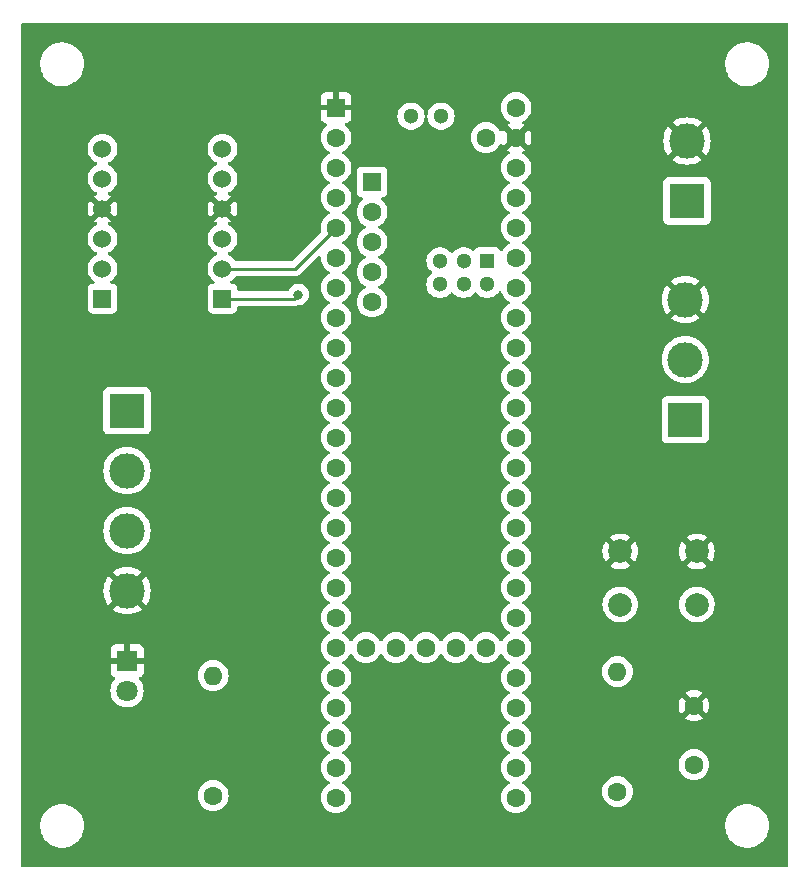
<source format=gbr>
%TF.GenerationSoftware,KiCad,Pcbnew,7.0.7*%
%TF.CreationDate,2023-10-16T12:51:43+02:00*%
%TF.ProjectId,kicad_pendulum_sender1,6b696361-645f-4706-956e-64756c756d5f,1.0*%
%TF.SameCoordinates,Original*%
%TF.FileFunction,Copper,L2,Bot*%
%TF.FilePolarity,Positive*%
%FSLAX46Y46*%
G04 Gerber Fmt 4.6, Leading zero omitted, Abs format (unit mm)*
G04 Created by KiCad (PCBNEW 7.0.7) date 2023-10-16 12:51:43*
%MOMM*%
%LPD*%
G01*
G04 APERTURE LIST*
%TA.AperFunction,ComponentPad*%
%ADD10R,3.000000X3.000000*%
%TD*%
%TA.AperFunction,ComponentPad*%
%ADD11C,3.000000*%
%TD*%
%TA.AperFunction,ComponentPad*%
%ADD12C,1.600000*%
%TD*%
%TA.AperFunction,ComponentPad*%
%ADD13C,2.000000*%
%TD*%
%TA.AperFunction,ComponentPad*%
%ADD14O,1.600000X1.600000*%
%TD*%
%TA.AperFunction,ComponentPad*%
%ADD15R,1.800000X1.800000*%
%TD*%
%TA.AperFunction,ComponentPad*%
%ADD16C,1.800000*%
%TD*%
%TA.AperFunction,ComponentPad*%
%ADD17R,1.600000X1.600000*%
%TD*%
%TA.AperFunction,ComponentPad*%
%ADD18R,1.300000X1.300000*%
%TD*%
%TA.AperFunction,ComponentPad*%
%ADD19C,1.300000*%
%TD*%
%TA.AperFunction,ComponentPad*%
%ADD20C,1.524000*%
%TD*%
%TA.AperFunction,ComponentPad*%
%ADD21R,1.524000X1.524000*%
%TD*%
%TA.AperFunction,ViaPad*%
%ADD22C,0.800000*%
%TD*%
%TA.AperFunction,Conductor*%
%ADD23C,0.250000*%
%TD*%
G04 APERTURE END LIST*
D10*
%TO.P,J1,1,Pin_1*%
%TO.N,Net-(J1-Pin_1)*%
X128000000Y-96840000D03*
D11*
%TO.P,J1,2,Pin_2*%
%TO.N,Net-(J1-Pin_2)*%
X128000000Y-101920000D03*
%TO.P,J1,3,Pin_3*%
%TO.N,Net-(J1-Pin_3)*%
X128000000Y-107000000D03*
%TO.P,J1,4,Pin_4*%
%TO.N,GND*%
X128000000Y-112080000D03*
%TD*%
D12*
%TO.P,C1,1*%
%TO.N,Net-(U1-33_MCLK2)*%
X176000000Y-126807600D03*
%TO.P,C1,2*%
%TO.N,GND*%
X176000000Y-121807600D03*
%TD*%
D13*
%TO.P,SW1,1,1*%
%TO.N,Net-(R2-Pad2)*%
X176250000Y-113250000D03*
X169750000Y-113250000D03*
%TO.P,SW1,2,2*%
%TO.N,GND*%
X176250000Y-108750000D03*
X169750000Y-108750000D03*
%TD*%
D10*
%TO.P,J3,1,Pin_1*%
%TO.N,Net-(J3-Pin_1)*%
X175412400Y-79080000D03*
D11*
%TO.P,J3,2,Pin_2*%
%TO.N,GND*%
X175412400Y-74000000D03*
%TD*%
D12*
%TO.P,R2,1*%
%TO.N,Net-(U1-33_MCLK2)*%
X169519600Y-129082800D03*
D14*
%TO.P,R2,2*%
%TO.N,Net-(R2-Pad2)*%
X169519600Y-118922800D03*
%TD*%
D15*
%TO.P,D1,1,K*%
%TO.N,GND*%
X128000000Y-118000000D03*
D16*
%TO.P,D1,2,A*%
%TO.N,Net-(D1-A)*%
X128000000Y-120540000D03*
%TD*%
D17*
%TO.P,U1,1,GND*%
%TO.N,GND*%
X145694400Y-71170800D03*
D12*
%TO.P,U1,2,0_RX1_CRX2_CS1*%
%TO.N,Net-(J2-Pin_2)*%
X145694400Y-73710800D03*
%TO.P,U1,3,1_TX1_CTX2_MISO1*%
%TO.N,Net-(J2-Pin_1)*%
X145694400Y-76250800D03*
%TO.P,U1,4,2_OUT2*%
%TO.N,Net-(U1-2_OUT2)*%
X145694400Y-78790800D03*
%TO.P,U1,5,3_LRCLK2*%
%TO.N,Net-(U1-3_LRCLK2)*%
X145694400Y-81330800D03*
%TO.P,U1,6,4_BCLK2*%
%TO.N,unconnected-(U1-4_BCLK2-Pad6)*%
X145694400Y-83870800D03*
%TO.P,U1,7,5_IN2*%
%TO.N,unconnected-(U1-5_IN2-Pad7)*%
X145694400Y-86410800D03*
%TO.P,U1,8,6_OUT1D*%
%TO.N,unconnected-(U1-6_OUT1D-Pad8)*%
X145694400Y-88950800D03*
%TO.P,U1,9,7_RX2_OUT1A*%
%TO.N,unconnected-(U1-7_RX2_OUT1A-Pad9)*%
X145694400Y-91490800D03*
%TO.P,U1,10,8_TX2_IN1*%
%TO.N,unconnected-(U1-8_TX2_IN1-Pad10)*%
X145694400Y-94030800D03*
%TO.P,U1,11,9_OUT1C*%
%TO.N,unconnected-(U1-9_OUT1C-Pad11)*%
X145694400Y-96570800D03*
%TO.P,U1,12,10_CS_MQSR*%
%TO.N,unconnected-(U1-10_CS_MQSR-Pad12)*%
X145694400Y-99110800D03*
%TO.P,U1,13,11_MOSI_CTX1*%
%TO.N,unconnected-(U1-11_MOSI_CTX1-Pad13)*%
X145694400Y-101650800D03*
%TO.P,U1,14,12_MISO_MQSL*%
%TO.N,unconnected-(U1-12_MISO_MQSL-Pad14)*%
X145694400Y-104190800D03*
%TO.P,U1,15,3V3*%
%TO.N,Net-(U1-3V3-Pad15)*%
X145694400Y-106730800D03*
%TO.P,U1,16,24_A10_TX6_SCL2*%
%TO.N,unconnected-(U1-24_A10_TX6_SCL2-Pad16)*%
X145694400Y-109270800D03*
%TO.P,U1,17,25_A11_RX6_SDA2*%
%TO.N,unconnected-(U1-25_A11_RX6_SDA2-Pad17)*%
X145694400Y-111810800D03*
%TO.P,U1,18,26_A12_MOSI1*%
%TO.N,unconnected-(U1-26_A12_MOSI1-Pad18)*%
X145694400Y-114350800D03*
%TO.P,U1,19,27_A13_SCK1*%
%TO.N,unconnected-(U1-27_A13_SCK1-Pad19)*%
X145694400Y-116890800D03*
%TO.P,U1,20,28_RX7*%
%TO.N,unconnected-(U1-28_RX7-Pad20)*%
X145694400Y-119430800D03*
%TO.P,U1,21,29_TX7*%
%TO.N,unconnected-(U1-29_TX7-Pad21)*%
X145694400Y-121970800D03*
%TO.P,U1,22,30_CRX3*%
%TO.N,unconnected-(U1-30_CRX3-Pad22)*%
X145694400Y-124510800D03*
%TO.P,U1,23,31_CTX3*%
%TO.N,unconnected-(U1-31_CTX3-Pad23)*%
X145694400Y-127050800D03*
%TO.P,U1,24,32_OUT1B*%
%TO.N,Net-(U1-32_OUT1B)*%
X145694400Y-129590800D03*
%TO.P,U1,25,33_MCLK2*%
%TO.N,Net-(U1-33_MCLK2)*%
X160934400Y-129590800D03*
%TO.P,U1,26,34_RX8*%
%TO.N,unconnected-(U1-34_RX8-Pad26)*%
X160934400Y-127050800D03*
%TO.P,U1,27,35_TX8*%
%TO.N,unconnected-(U1-35_TX8-Pad27)*%
X160934400Y-124510800D03*
%TO.P,U1,28,36_CS*%
%TO.N,unconnected-(U1-36_CS-Pad28)*%
X160934400Y-121970800D03*
%TO.P,U1,29,37_CS*%
%TO.N,unconnected-(U1-37_CS-Pad29)*%
X160934400Y-119430800D03*
%TO.P,U1,30,38_CS1_IN1*%
%TO.N,unconnected-(U1-38_CS1_IN1-Pad30)*%
X160934400Y-116890800D03*
%TO.P,U1,31,39_MISO1_OUT1A*%
%TO.N,unconnected-(U1-39_MISO1_OUT1A-Pad31)*%
X160934400Y-114350800D03*
%TO.P,U1,32,40_A16*%
%TO.N,unconnected-(U1-40_A16-Pad32)*%
X160934400Y-111810800D03*
%TO.P,U1,33,41_A17*%
%TO.N,unconnected-(U1-41_A17-Pad33)*%
X160934400Y-109270800D03*
%TO.P,U1,34,GND*%
%TO.N,unconnected-(U1-GND-Pad34)*%
X160934400Y-106730800D03*
%TO.P,U1,35,13_SCK_LED*%
%TO.N,unconnected-(U1-13_SCK_LED-Pad35)*%
X160934400Y-104190800D03*
%TO.P,U1,36,14_A0_TX3_SPDIF_OUT*%
%TO.N,unconnected-(U1-14_A0_TX3_SPDIF_OUT-Pad36)*%
X160934400Y-101650800D03*
%TO.P,U1,37,15_A1_RX3_SPDIF_IN*%
%TO.N,unconnected-(U1-15_A1_RX3_SPDIF_IN-Pad37)*%
X160934400Y-99110800D03*
%TO.P,U1,38,16_A2_RX4_SCL1*%
%TO.N,unconnected-(U1-16_A2_RX4_SCL1-Pad38)*%
X160934400Y-96570800D03*
%TO.P,U1,39,17_A3_TX4_SDA1*%
%TO.N,unconnected-(U1-17_A3_TX4_SDA1-Pad39)*%
X160934400Y-94030800D03*
%TO.P,U1,40,18_A4_SDA*%
%TO.N,unconnected-(U1-18_A4_SDA-Pad40)*%
X160934400Y-91490800D03*
%TO.P,U1,41,19_A5_SCL*%
%TO.N,unconnected-(U1-19_A5_SCL-Pad41)*%
X160934400Y-88950800D03*
%TO.P,U1,42,20_A6_TX5_LRCLK1*%
%TO.N,unconnected-(U1-20_A6_TX5_LRCLK1-Pad42)*%
X160934400Y-86410800D03*
%TO.P,U1,43,21_A7_RX5_BCLK1*%
%TO.N,unconnected-(U1-21_A7_RX5_BCLK1-Pad43)*%
X160934400Y-83870800D03*
%TO.P,U1,44,22_A8_CTX1*%
%TO.N,unconnected-(U1-22_A8_CTX1-Pad44)*%
X160934400Y-81330800D03*
%TO.P,U1,45,23_A9_CRX1_MCLK1*%
%TO.N,unconnected-(U1-23_A9_CRX1_MCLK1-Pad45)*%
X160934400Y-78790800D03*
%TO.P,U1,46,3V3*%
%TO.N,Net-(J3-Pin_1)*%
X160934400Y-76250800D03*
%TO.P,U1,47,GND*%
%TO.N,GND*%
X160934400Y-73710800D03*
%TO.P,U1,48,VIN*%
%TO.N,Net-(J1-Pin_3)*%
X160934400Y-71170800D03*
%TO.P,U1,49,VUSB*%
%TO.N,unconnected-(U1-VUSB-Pad49)*%
X158394400Y-73710800D03*
%TO.P,U1,50,VBAT*%
%TO.N,unconnected-(U1-VBAT-Pad50)*%
X148234400Y-116890800D03*
%TO.P,U1,51,3V3*%
%TO.N,unconnected-(U1-3V3-Pad51)*%
X150774400Y-116890800D03*
%TO.P,U1,52,GND*%
%TO.N,unconnected-(U1-GND-Pad52)*%
X153314400Y-116890800D03*
%TO.P,U1,53,PROGRAM*%
%TO.N,unconnected-(U1-PROGRAM-Pad53)*%
X155854400Y-116890800D03*
%TO.P,U1,54,ON_OFF*%
%TO.N,unconnected-(U1-ON_OFF-Pad54)*%
X158394400Y-116890800D03*
D17*
%TO.P,U1,55,5V*%
%TO.N,unconnected-(U1-5V-Pad55)*%
X148745200Y-77470000D03*
D12*
%TO.P,U1,56,D-*%
%TO.N,unconnected-(U1-D--Pad56)*%
X148745200Y-80010000D03*
%TO.P,U1,57,D+*%
%TO.N,unconnected-(U1-D+-Pad57)*%
X148745200Y-82550000D03*
%TO.P,U1,58,GND*%
%TO.N,unconnected-(U1-GND-Pad58)*%
X148745200Y-85090000D03*
%TO.P,U1,59,GND*%
%TO.N,unconnected-(U1-GND-Pad59)*%
X148745200Y-87630000D03*
D18*
%TO.P,U1,60,R+*%
%TO.N,unconnected-(U1-R+-Pad60)*%
X158496000Y-84140800D03*
D19*
%TO.P,U1,61,LED*%
%TO.N,unconnected-(U1-LED-Pad61)*%
X156496000Y-84140800D03*
%TO.P,U1,62,T-*%
%TO.N,unconnected-(U1-T--Pad62)*%
X154496000Y-84140800D03*
%TO.P,U1,63,T+*%
%TO.N,unconnected-(U1-T+-Pad63)*%
X154496000Y-86140800D03*
%TO.P,U1,64,GND*%
%TO.N,unconnected-(U1-GND-Pad64)*%
X156496000Y-86140800D03*
%TO.P,U1,65,R-*%
%TO.N,unconnected-(U1-R--Pad65)*%
X158496000Y-86140800D03*
%TO.P,U1,66,D-*%
%TO.N,unconnected-(U1-D--Pad66)*%
X154584400Y-71900800D03*
%TO.P,U1,67,D+*%
%TO.N,unconnected-(U1-D+-Pad67)*%
X152044400Y-71900800D03*
%TD*%
D20*
%TO.P,U2,GND_1,GND*%
%TO.N,GND*%
X125920000Y-79730000D03*
%TO.P,U2,GND_2,GND*%
X136080000Y-79730000D03*
%TO.P,U2,HV,HV*%
%TO.N,Net-(J1-Pin_3)*%
X125920000Y-82270000D03*
D21*
%TO.P,U2,HV1,HV1*%
%TO.N,Net-(J1-Pin_1)*%
X125920000Y-87350000D03*
D20*
%TO.P,U2,HV2,HV2*%
%TO.N,Net-(J1-Pin_2)*%
X125920000Y-84810000D03*
%TO.P,U2,HV3,HV3*%
%TO.N,unconnected-(U2-PadHV3)*%
X125920000Y-77190000D03*
%TO.P,U2,HV4,HV4*%
%TO.N,unconnected-(U2-PadHV4)*%
X125920000Y-74650000D03*
%TO.P,U2,LV,LV*%
%TO.N,Net-(U1-3V3-Pad15)*%
X136080000Y-82270000D03*
D21*
%TO.P,U2,LV1,LV1*%
%TO.N,Net-(U1-2_OUT2)*%
X136080000Y-87350000D03*
D20*
%TO.P,U2,LV2,LV2*%
%TO.N,Net-(U1-3_LRCLK2)*%
X136080000Y-84810000D03*
%TO.P,U2,LV3,LV3*%
%TO.N,unconnected-(U2-PadLV3)*%
X136080000Y-77190000D03*
%TO.P,U2,LV4,LV4*%
%TO.N,unconnected-(U2-PadLV4)*%
X136080000Y-74650000D03*
%TD*%
D12*
%TO.P,R1,1*%
%TO.N,Net-(U1-32_OUT1B)*%
X135291600Y-129423600D03*
D14*
%TO.P,R1,2*%
%TO.N,Net-(D1-A)*%
X135291600Y-119263600D03*
%TD*%
D10*
%TO.P,J2,1,Pin_1*%
%TO.N,Net-(J2-Pin_1)*%
X175260000Y-97586800D03*
D11*
%TO.P,J2,2,Pin_2*%
%TO.N,Net-(J2-Pin_2)*%
X175260000Y-92506800D03*
%TO.P,J2,3,Pin_3*%
%TO.N,GND*%
X175260000Y-87426800D03*
%TD*%
D22*
%TO.N,Net-(U1-2_OUT2)*%
X142500000Y-87000000D03*
%TD*%
D23*
%TO.N,Net-(U1-2_OUT2)*%
X136080000Y-87350000D02*
X142150000Y-87350000D01*
X142150000Y-87350000D02*
X142500000Y-87000000D01*
%TO.N,Net-(U1-3_LRCLK2)*%
X136080000Y-84810000D02*
X142215200Y-84810000D01*
X142215200Y-84810000D02*
X145694400Y-81330800D01*
%TD*%
%TA.AperFunction,Conductor*%
%TO.N,GND*%
G36*
X183942539Y-64020185D02*
G01*
X183988294Y-64072989D01*
X183999500Y-64124500D01*
X183999500Y-135375500D01*
X183979815Y-135442539D01*
X183927011Y-135488294D01*
X183875500Y-135499500D01*
X119124500Y-135499500D01*
X119057461Y-135479815D01*
X119011706Y-135427011D01*
X119000500Y-135375500D01*
X119000500Y-132067763D01*
X120645787Y-132067763D01*
X120675413Y-132337013D01*
X120675415Y-132337024D01*
X120743926Y-132599082D01*
X120743928Y-132599088D01*
X120849870Y-132848390D01*
X120921998Y-132966575D01*
X120990979Y-133079605D01*
X120990986Y-133079615D01*
X121164253Y-133287819D01*
X121164259Y-133287824D01*
X121365998Y-133468582D01*
X121591910Y-133618044D01*
X121837176Y-133733020D01*
X121837183Y-133733022D01*
X121837185Y-133733023D01*
X122096557Y-133811057D01*
X122096564Y-133811058D01*
X122096569Y-133811060D01*
X122364561Y-133850500D01*
X122364566Y-133850500D01*
X122567636Y-133850500D01*
X122619133Y-133846730D01*
X122770156Y-133835677D01*
X122882758Y-133810593D01*
X123034546Y-133776782D01*
X123034548Y-133776781D01*
X123034553Y-133776780D01*
X123287558Y-133680014D01*
X123523777Y-133547441D01*
X123738177Y-133381888D01*
X123926186Y-133186881D01*
X124083799Y-132966579D01*
X124157787Y-132822669D01*
X124207649Y-132725690D01*
X124207651Y-132725684D01*
X124207656Y-132725675D01*
X124295118Y-132469305D01*
X124344319Y-132202933D01*
X124349259Y-132067763D01*
X178645787Y-132067763D01*
X178675413Y-132337013D01*
X178675415Y-132337024D01*
X178743926Y-132599082D01*
X178743928Y-132599088D01*
X178849870Y-132848390D01*
X178921998Y-132966575D01*
X178990979Y-133079605D01*
X178990986Y-133079615D01*
X179164253Y-133287819D01*
X179164259Y-133287824D01*
X179365998Y-133468582D01*
X179591910Y-133618044D01*
X179837176Y-133733020D01*
X179837183Y-133733022D01*
X179837185Y-133733023D01*
X180096557Y-133811057D01*
X180096564Y-133811058D01*
X180096569Y-133811060D01*
X180364561Y-133850500D01*
X180364566Y-133850500D01*
X180567636Y-133850500D01*
X180619133Y-133846730D01*
X180770156Y-133835677D01*
X180882758Y-133810593D01*
X181034546Y-133776782D01*
X181034548Y-133776781D01*
X181034553Y-133776780D01*
X181287558Y-133680014D01*
X181523777Y-133547441D01*
X181738177Y-133381888D01*
X181926186Y-133186881D01*
X182083799Y-132966579D01*
X182157787Y-132822669D01*
X182207649Y-132725690D01*
X182207651Y-132725684D01*
X182207656Y-132725675D01*
X182295118Y-132469305D01*
X182344319Y-132202933D01*
X182354212Y-131932235D01*
X182324586Y-131662982D01*
X182256072Y-131400912D01*
X182150130Y-131151610D01*
X182009018Y-130920390D01*
X181923427Y-130817541D01*
X181835746Y-130712180D01*
X181835740Y-130712175D01*
X181634002Y-130531418D01*
X181408092Y-130381957D01*
X181379243Y-130368433D01*
X181162824Y-130266980D01*
X181162819Y-130266978D01*
X181162814Y-130266976D01*
X180903442Y-130188942D01*
X180903428Y-130188939D01*
X180787791Y-130171921D01*
X180635439Y-130149500D01*
X180432369Y-130149500D01*
X180432364Y-130149500D01*
X180229844Y-130164323D01*
X180229831Y-130164325D01*
X179965453Y-130223217D01*
X179965446Y-130223220D01*
X179712439Y-130319987D01*
X179476226Y-130452557D01*
X179261822Y-130618112D01*
X179073822Y-130813109D01*
X179073816Y-130813116D01*
X178916202Y-131033419D01*
X178916199Y-131033424D01*
X178792350Y-131274309D01*
X178792343Y-131274327D01*
X178704884Y-131530685D01*
X178704881Y-131530699D01*
X178655681Y-131797068D01*
X178655680Y-131797075D01*
X178645787Y-132067763D01*
X124349259Y-132067763D01*
X124354212Y-131932235D01*
X124324586Y-131662982D01*
X124256072Y-131400912D01*
X124150130Y-131151610D01*
X124009018Y-130920390D01*
X123923427Y-130817541D01*
X123835746Y-130712180D01*
X123835740Y-130712175D01*
X123634002Y-130531418D01*
X123408092Y-130381957D01*
X123379243Y-130368433D01*
X123162824Y-130266980D01*
X123162819Y-130266978D01*
X123162814Y-130266976D01*
X122903442Y-130188942D01*
X122903428Y-130188939D01*
X122787791Y-130171921D01*
X122635439Y-130149500D01*
X122432369Y-130149500D01*
X122432364Y-130149500D01*
X122229844Y-130164323D01*
X122229831Y-130164325D01*
X121965453Y-130223217D01*
X121965446Y-130223220D01*
X121712439Y-130319987D01*
X121476226Y-130452557D01*
X121261822Y-130618112D01*
X121073822Y-130813109D01*
X121073816Y-130813116D01*
X120916202Y-131033419D01*
X120916199Y-131033424D01*
X120792350Y-131274309D01*
X120792343Y-131274327D01*
X120704884Y-131530685D01*
X120704881Y-131530699D01*
X120655681Y-131797068D01*
X120655680Y-131797075D01*
X120645787Y-132067763D01*
X119000500Y-132067763D01*
X119000500Y-129423601D01*
X133986132Y-129423601D01*
X134005964Y-129650286D01*
X134005966Y-129650297D01*
X134064858Y-129870088D01*
X134064861Y-129870097D01*
X134161031Y-130076332D01*
X134161032Y-130076334D01*
X134291554Y-130262741D01*
X134452458Y-130423645D01*
X134452461Y-130423647D01*
X134638866Y-130554168D01*
X134845104Y-130650339D01*
X135064908Y-130709235D01*
X135203589Y-130721368D01*
X135291598Y-130729068D01*
X135291600Y-130729068D01*
X135291602Y-130729068D01*
X135348272Y-130724109D01*
X135518292Y-130709235D01*
X135738096Y-130650339D01*
X135944334Y-130554168D01*
X136130739Y-130423647D01*
X136291647Y-130262739D01*
X136422168Y-130076334D01*
X136518339Y-129870096D01*
X136577235Y-129650292D01*
X136597068Y-129423600D01*
X136577235Y-129196908D01*
X136518339Y-128977104D01*
X136422168Y-128770866D01*
X136291647Y-128584461D01*
X136291645Y-128584458D01*
X136130741Y-128423554D01*
X135944334Y-128293032D01*
X135944332Y-128293031D01*
X135738097Y-128196861D01*
X135738088Y-128196858D01*
X135518297Y-128137966D01*
X135518293Y-128137965D01*
X135518292Y-128137965D01*
X135518291Y-128137964D01*
X135518286Y-128137964D01*
X135291602Y-128118132D01*
X135291598Y-128118132D01*
X135064913Y-128137964D01*
X135064902Y-128137966D01*
X134845111Y-128196858D01*
X134845102Y-128196861D01*
X134638867Y-128293031D01*
X134638865Y-128293032D01*
X134452458Y-128423554D01*
X134291554Y-128584458D01*
X134161032Y-128770865D01*
X134161031Y-128770867D01*
X134064861Y-128977102D01*
X134064858Y-128977111D01*
X134005966Y-129196902D01*
X134005964Y-129196913D01*
X133986132Y-129423598D01*
X133986132Y-129423601D01*
X119000500Y-129423601D01*
X119000500Y-120540006D01*
X126594700Y-120540006D01*
X126613864Y-120771297D01*
X126613866Y-120771308D01*
X126670842Y-120996300D01*
X126764075Y-121208848D01*
X126891016Y-121403147D01*
X126891019Y-121403151D01*
X126891021Y-121403153D01*
X127048216Y-121573913D01*
X127048219Y-121573915D01*
X127048222Y-121573918D01*
X127231365Y-121716464D01*
X127231371Y-121716468D01*
X127231374Y-121716470D01*
X127435497Y-121826936D01*
X127549487Y-121866068D01*
X127655015Y-121902297D01*
X127655017Y-121902297D01*
X127655019Y-121902298D01*
X127883951Y-121940500D01*
X127883952Y-121940500D01*
X128116048Y-121940500D01*
X128116049Y-121940500D01*
X128344981Y-121902298D01*
X128564503Y-121826936D01*
X128768626Y-121716470D01*
X128951784Y-121573913D01*
X129108979Y-121403153D01*
X129235924Y-121208849D01*
X129329157Y-120996300D01*
X129386134Y-120771305D01*
X129386490Y-120767010D01*
X129405300Y-120540006D01*
X129405300Y-120539993D01*
X129386135Y-120308702D01*
X129386133Y-120308691D01*
X129329157Y-120083699D01*
X129235924Y-119871151D01*
X129108981Y-119676849D01*
X129013832Y-119573489D01*
X128982910Y-119510835D01*
X128990770Y-119441409D01*
X129034918Y-119387253D01*
X129061730Y-119373325D01*
X129142084Y-119343355D01*
X129142093Y-119343350D01*
X129248623Y-119263601D01*
X133986132Y-119263601D01*
X134005964Y-119490286D01*
X134005966Y-119490297D01*
X134064858Y-119710088D01*
X134064861Y-119710097D01*
X134161031Y-119916332D01*
X134161032Y-119916334D01*
X134291554Y-120102741D01*
X134452458Y-120263645D01*
X134452461Y-120263647D01*
X134638866Y-120394168D01*
X134845104Y-120490339D01*
X135064908Y-120549235D01*
X135203589Y-120561368D01*
X135291598Y-120569068D01*
X135291600Y-120569068D01*
X135291602Y-120569068D01*
X135348272Y-120564109D01*
X135518292Y-120549235D01*
X135738096Y-120490339D01*
X135944334Y-120394168D01*
X136130739Y-120263647D01*
X136291647Y-120102739D01*
X136422168Y-119916334D01*
X136518339Y-119710096D01*
X136577235Y-119490292D01*
X136597068Y-119263600D01*
X136577235Y-119036908D01*
X136518339Y-118817104D01*
X136422168Y-118610866D01*
X136291647Y-118424461D01*
X136291645Y-118424458D01*
X136130741Y-118263554D01*
X135944334Y-118133032D01*
X135944332Y-118133031D01*
X135738097Y-118036861D01*
X135738088Y-118036858D01*
X135518297Y-117977966D01*
X135518293Y-117977965D01*
X135518292Y-117977965D01*
X135518291Y-117977964D01*
X135518286Y-117977964D01*
X135291602Y-117958132D01*
X135291598Y-117958132D01*
X135064913Y-117977964D01*
X135064902Y-117977966D01*
X134845111Y-118036858D01*
X134845102Y-118036861D01*
X134638867Y-118133031D01*
X134638865Y-118133032D01*
X134452458Y-118263554D01*
X134291554Y-118424458D01*
X134161032Y-118610865D01*
X134161031Y-118610867D01*
X134064861Y-118817102D01*
X134064858Y-118817111D01*
X134005966Y-119036902D01*
X134005964Y-119036913D01*
X133986132Y-119263598D01*
X133986132Y-119263601D01*
X129248623Y-119263601D01*
X129257187Y-119257190D01*
X129257190Y-119257187D01*
X129343350Y-119142093D01*
X129343354Y-119142086D01*
X129393596Y-119007379D01*
X129393598Y-119007372D01*
X129399999Y-118947844D01*
X129400000Y-118947827D01*
X129400000Y-118250000D01*
X128560003Y-118250000D01*
X128492964Y-118230315D01*
X128447209Y-118177511D01*
X128437265Y-118108353D01*
X128439112Y-118098408D01*
X128453159Y-118036861D01*
X128453810Y-118034008D01*
X128452863Y-118021367D01*
X128442979Y-117889468D01*
X128445079Y-117889310D01*
X128448595Y-117831861D01*
X128489890Y-117775501D01*
X128555101Y-117750413D01*
X128565216Y-117750000D01*
X129400000Y-117750000D01*
X129400000Y-117052172D01*
X129399999Y-117052155D01*
X129393598Y-116992627D01*
X129393596Y-116992620D01*
X129343354Y-116857913D01*
X129343350Y-116857906D01*
X129257190Y-116742812D01*
X129257187Y-116742809D01*
X129142093Y-116656649D01*
X129142086Y-116656645D01*
X129007379Y-116606403D01*
X129007372Y-116606401D01*
X128947844Y-116600000D01*
X128250000Y-116600000D01*
X128250000Y-117438178D01*
X128230315Y-117505217D01*
X128177511Y-117550972D01*
X128108353Y-117560916D01*
X128089454Y-117556670D01*
X128067829Y-117550000D01*
X128067827Y-117550000D01*
X127966276Y-117550000D01*
X127966266Y-117550000D01*
X127892479Y-117561122D01*
X127823255Y-117551649D01*
X127770141Y-117506254D01*
X127750002Y-117439349D01*
X127749999Y-117438507D01*
X127750000Y-116600000D01*
X127052155Y-116600000D01*
X126992627Y-116606401D01*
X126992620Y-116606403D01*
X126857913Y-116656645D01*
X126857906Y-116656649D01*
X126742812Y-116742809D01*
X126742809Y-116742812D01*
X126656649Y-116857906D01*
X126656645Y-116857913D01*
X126606403Y-116992620D01*
X126606401Y-116992627D01*
X126600000Y-117052155D01*
X126600000Y-117750000D01*
X127439997Y-117750000D01*
X127507036Y-117769685D01*
X127552791Y-117822489D01*
X127562735Y-117891647D01*
X127560888Y-117901592D01*
X127546189Y-117965992D01*
X127546189Y-117965993D01*
X127557021Y-118110532D01*
X127554920Y-118110689D01*
X127551405Y-118168139D01*
X127510110Y-118224499D01*
X127444899Y-118249587D01*
X127434784Y-118250000D01*
X126600000Y-118250000D01*
X126600000Y-118947844D01*
X126606401Y-119007372D01*
X126606403Y-119007379D01*
X126656645Y-119142086D01*
X126656649Y-119142093D01*
X126742809Y-119257187D01*
X126742812Y-119257190D01*
X126857906Y-119343350D01*
X126857913Y-119343354D01*
X126938270Y-119373325D01*
X126994204Y-119415196D01*
X127018621Y-119480660D01*
X127003770Y-119548933D01*
X126986168Y-119573489D01*
X126948295Y-119614629D01*
X126891021Y-119676847D01*
X126891019Y-119676848D01*
X126891016Y-119676853D01*
X126764075Y-119871151D01*
X126670842Y-120083699D01*
X126613866Y-120308691D01*
X126613864Y-120308702D01*
X126594700Y-120539993D01*
X126594700Y-120540006D01*
X119000500Y-120540006D01*
X119000500Y-112080001D01*
X125994891Y-112080001D01*
X126015300Y-112365362D01*
X126076109Y-112644895D01*
X126176091Y-112912958D01*
X126313191Y-113164038D01*
X126313196Y-113164046D01*
X126419882Y-113306561D01*
X126419883Y-113306562D01*
X127204520Y-112521924D01*
X127265843Y-112488439D01*
X127335534Y-112493423D01*
X127391468Y-112535294D01*
X127391664Y-112535557D01*
X127443433Y-112605094D01*
X127549125Y-112693781D01*
X127587827Y-112751952D01*
X127588935Y-112821813D01*
X127557100Y-112876451D01*
X126773436Y-113660114D01*
X126773436Y-113660115D01*
X126915960Y-113766807D01*
X126915961Y-113766808D01*
X127167042Y-113903908D01*
X127167041Y-113903908D01*
X127435104Y-114003890D01*
X127714637Y-114064699D01*
X127999999Y-114085109D01*
X128000001Y-114085109D01*
X128285362Y-114064699D01*
X128564895Y-114003890D01*
X128832958Y-113903908D01*
X129084047Y-113766803D01*
X129226561Y-113660116D01*
X129226562Y-113660115D01*
X128443095Y-112876648D01*
X128409610Y-112815325D01*
X128414594Y-112745633D01*
X128456466Y-112689700D01*
X128462638Y-112685366D01*
X128491844Y-112666157D01*
X128613764Y-112536930D01*
X128613764Y-112536929D01*
X128618720Y-112531677D01*
X128620222Y-112533094D01*
X128667836Y-112497243D01*
X128737514Y-112492063D01*
X128798931Y-112525377D01*
X128799176Y-112525622D01*
X129580115Y-113306562D01*
X129580116Y-113306561D01*
X129686803Y-113164047D01*
X129823908Y-112912958D01*
X129923890Y-112644895D01*
X129984699Y-112365362D01*
X130005108Y-112080001D01*
X130005108Y-112079998D01*
X129984699Y-111794637D01*
X129923890Y-111515104D01*
X129823908Y-111247041D01*
X129686808Y-110995961D01*
X129686807Y-110995960D01*
X129580115Y-110853436D01*
X128795478Y-111638074D01*
X128734155Y-111671559D01*
X128664463Y-111666575D01*
X128608530Y-111624703D01*
X128608334Y-111624441D01*
X128556566Y-111554905D01*
X128509133Y-111515104D01*
X128450871Y-111466215D01*
X128412170Y-111408046D01*
X128411062Y-111338185D01*
X128442897Y-111283547D01*
X129226562Y-110499883D01*
X129226561Y-110499882D01*
X129084046Y-110393196D01*
X129084038Y-110393191D01*
X128832957Y-110256091D01*
X128832958Y-110256091D01*
X128564895Y-110156109D01*
X128285362Y-110095300D01*
X128000001Y-110074891D01*
X127999999Y-110074891D01*
X127714637Y-110095300D01*
X127435104Y-110156109D01*
X127167041Y-110256091D01*
X126915961Y-110393191D01*
X126915953Y-110393196D01*
X126773436Y-110499882D01*
X126773436Y-110499883D01*
X127556904Y-111283351D01*
X127590389Y-111344674D01*
X127585405Y-111414366D01*
X127543533Y-111470299D01*
X127537365Y-111474631D01*
X127508155Y-111493843D01*
X127381280Y-111628323D01*
X127379782Y-111626910D01*
X127332125Y-111662770D01*
X127262446Y-111667927D01*
X127201040Y-111634594D01*
X127200823Y-111634377D01*
X126419883Y-110853436D01*
X126419882Y-110853437D01*
X126313196Y-110995953D01*
X126313191Y-110995961D01*
X126176091Y-111247041D01*
X126076109Y-111515104D01*
X126015300Y-111794637D01*
X125994891Y-112079998D01*
X125994891Y-112080001D01*
X119000500Y-112080001D01*
X119000500Y-107000001D01*
X125994390Y-107000001D01*
X126014804Y-107285433D01*
X126075628Y-107565037D01*
X126175635Y-107833166D01*
X126312770Y-108084309D01*
X126312775Y-108084317D01*
X126484254Y-108313387D01*
X126484270Y-108313405D01*
X126686594Y-108515729D01*
X126686612Y-108515745D01*
X126915682Y-108687224D01*
X126915690Y-108687229D01*
X127166833Y-108824364D01*
X127166832Y-108824364D01*
X127166836Y-108824365D01*
X127166839Y-108824367D01*
X127434954Y-108924369D01*
X127434960Y-108924370D01*
X127434962Y-108924371D01*
X127714566Y-108985195D01*
X127714568Y-108985195D01*
X127714572Y-108985196D01*
X127968220Y-109003337D01*
X127999999Y-109005610D01*
X128000000Y-109005610D01*
X128000001Y-109005610D01*
X128028595Y-109003564D01*
X128285428Y-108985196D01*
X128565046Y-108924369D01*
X128833161Y-108824367D01*
X129084315Y-108687226D01*
X129313395Y-108515739D01*
X129515739Y-108313395D01*
X129687226Y-108084315D01*
X129824367Y-107833161D01*
X129924369Y-107565046D01*
X129985196Y-107285428D01*
X130005610Y-107000000D01*
X129985196Y-106714572D01*
X129939412Y-106504108D01*
X129924371Y-106434962D01*
X129924370Y-106434960D01*
X129924369Y-106434954D01*
X129824367Y-106166839D01*
X129687226Y-105915685D01*
X129548788Y-105730753D01*
X129515745Y-105686612D01*
X129515729Y-105686594D01*
X129313405Y-105484270D01*
X129313387Y-105484254D01*
X129084317Y-105312775D01*
X129084309Y-105312770D01*
X128833166Y-105175635D01*
X128833167Y-105175635D01*
X128725914Y-105135632D01*
X128565046Y-105075631D01*
X128565043Y-105075630D01*
X128565037Y-105075628D01*
X128285433Y-105014804D01*
X128000001Y-104994390D01*
X127999999Y-104994390D01*
X127714566Y-105014804D01*
X127434962Y-105075628D01*
X127166833Y-105175635D01*
X126915690Y-105312770D01*
X126915682Y-105312775D01*
X126686612Y-105484254D01*
X126686594Y-105484270D01*
X126484270Y-105686594D01*
X126484254Y-105686612D01*
X126312775Y-105915682D01*
X126312770Y-105915690D01*
X126175635Y-106166833D01*
X126075628Y-106434962D01*
X126014804Y-106714566D01*
X125994390Y-106999998D01*
X125994390Y-107000001D01*
X119000500Y-107000001D01*
X119000500Y-101920001D01*
X125994390Y-101920001D01*
X126014804Y-102205433D01*
X126075628Y-102485037D01*
X126175635Y-102753166D01*
X126312770Y-103004309D01*
X126312775Y-103004317D01*
X126484254Y-103233387D01*
X126484270Y-103233405D01*
X126686594Y-103435729D01*
X126686612Y-103435745D01*
X126915682Y-103607224D01*
X126915690Y-103607229D01*
X127166833Y-103744364D01*
X127166832Y-103744364D01*
X127166836Y-103744365D01*
X127166839Y-103744367D01*
X127434954Y-103844369D01*
X127434960Y-103844370D01*
X127434962Y-103844371D01*
X127714566Y-103905195D01*
X127714568Y-103905195D01*
X127714572Y-103905196D01*
X127968220Y-103923337D01*
X127999999Y-103925610D01*
X128000000Y-103925610D01*
X128000001Y-103925610D01*
X128028595Y-103923564D01*
X128285428Y-103905196D01*
X128565046Y-103844369D01*
X128833161Y-103744367D01*
X129084315Y-103607226D01*
X129313395Y-103435739D01*
X129515739Y-103233395D01*
X129687226Y-103004315D01*
X129824367Y-102753161D01*
X129924369Y-102485046D01*
X129985196Y-102205428D01*
X130005610Y-101920000D01*
X129985196Y-101634572D01*
X129939412Y-101424108D01*
X129924371Y-101354962D01*
X129924370Y-101354960D01*
X129924369Y-101354954D01*
X129824367Y-101086839D01*
X129687226Y-100835685D01*
X129548788Y-100650753D01*
X129515745Y-100606612D01*
X129515729Y-100606594D01*
X129313405Y-100404270D01*
X129313387Y-100404254D01*
X129084317Y-100232775D01*
X129084309Y-100232770D01*
X128833166Y-100095635D01*
X128833167Y-100095635D01*
X128725914Y-100055632D01*
X128565046Y-99995631D01*
X128565043Y-99995630D01*
X128565037Y-99995628D01*
X128285433Y-99934804D01*
X128000001Y-99914390D01*
X127999999Y-99914390D01*
X127714566Y-99934804D01*
X127434962Y-99995628D01*
X127166833Y-100095635D01*
X126915690Y-100232770D01*
X126915682Y-100232775D01*
X126686612Y-100404254D01*
X126686594Y-100404270D01*
X126484270Y-100606594D01*
X126484254Y-100606612D01*
X126312775Y-100835682D01*
X126312770Y-100835690D01*
X126175635Y-101086833D01*
X126075628Y-101354962D01*
X126014804Y-101634566D01*
X125994390Y-101919998D01*
X125994390Y-101920001D01*
X119000500Y-101920001D01*
X119000500Y-98387870D01*
X125999500Y-98387870D01*
X125999501Y-98387876D01*
X126005908Y-98447483D01*
X126056202Y-98582328D01*
X126056206Y-98582335D01*
X126142452Y-98697544D01*
X126142455Y-98697547D01*
X126257664Y-98783793D01*
X126257671Y-98783797D01*
X126392517Y-98834091D01*
X126392516Y-98834091D01*
X126399444Y-98834835D01*
X126452127Y-98840500D01*
X129547872Y-98840499D01*
X129607483Y-98834091D01*
X129742331Y-98783796D01*
X129857546Y-98697546D01*
X129943796Y-98582331D01*
X129994091Y-98447483D01*
X130000500Y-98387873D01*
X130000499Y-95292128D01*
X129994091Y-95232517D01*
X129977642Y-95188416D01*
X129943797Y-95097671D01*
X129943793Y-95097664D01*
X129857547Y-94982455D01*
X129857544Y-94982452D01*
X129742335Y-94896206D01*
X129742328Y-94896202D01*
X129607482Y-94845908D01*
X129607483Y-94845908D01*
X129547883Y-94839501D01*
X129547881Y-94839500D01*
X129547873Y-94839500D01*
X129547864Y-94839500D01*
X126452129Y-94839500D01*
X126452123Y-94839501D01*
X126392516Y-94845908D01*
X126257671Y-94896202D01*
X126257664Y-94896206D01*
X126142455Y-94982452D01*
X126142452Y-94982455D01*
X126056206Y-95097664D01*
X126056202Y-95097671D01*
X126005908Y-95232517D01*
X125999501Y-95292116D01*
X125999501Y-95292123D01*
X125999500Y-95292135D01*
X125999500Y-98387870D01*
X119000500Y-98387870D01*
X119000500Y-84810002D01*
X124652677Y-84810002D01*
X124671929Y-85030062D01*
X124671930Y-85030070D01*
X124729104Y-85243445D01*
X124729105Y-85243447D01*
X124729106Y-85243450D01*
X124784569Y-85362391D01*
X124822466Y-85443662D01*
X124822468Y-85443666D01*
X124933959Y-85602891D01*
X124949174Y-85624620D01*
X125105380Y-85780826D01*
X125199432Y-85846682D01*
X125221202Y-85861925D01*
X125264827Y-85916502D01*
X125272021Y-85986000D01*
X125240498Y-86048355D01*
X125180269Y-86083769D01*
X125150082Y-86087500D01*
X125110131Y-86087500D01*
X125110123Y-86087501D01*
X125050516Y-86093908D01*
X124915671Y-86144202D01*
X124915664Y-86144206D01*
X124800455Y-86230452D01*
X124800452Y-86230455D01*
X124714206Y-86345664D01*
X124714202Y-86345671D01*
X124663908Y-86480517D01*
X124661875Y-86499432D01*
X124657501Y-86540123D01*
X124657500Y-86540135D01*
X124657500Y-88159870D01*
X124657501Y-88159876D01*
X124663908Y-88219483D01*
X124714202Y-88354328D01*
X124714206Y-88354335D01*
X124800452Y-88469544D01*
X124800455Y-88469547D01*
X124915664Y-88555793D01*
X124915671Y-88555797D01*
X125050517Y-88606091D01*
X125050516Y-88606091D01*
X125057444Y-88606835D01*
X125110127Y-88612500D01*
X126729872Y-88612499D01*
X126789483Y-88606091D01*
X126924331Y-88555796D01*
X127039546Y-88469546D01*
X127125796Y-88354331D01*
X127176091Y-88219483D01*
X127182500Y-88159873D01*
X127182499Y-86540128D01*
X127176091Y-86480517D01*
X127171342Y-86467785D01*
X127125797Y-86345671D01*
X127125793Y-86345664D01*
X127039547Y-86230455D01*
X127039544Y-86230452D01*
X126924335Y-86144206D01*
X126924328Y-86144202D01*
X126789482Y-86093908D01*
X126789483Y-86093908D01*
X126729883Y-86087501D01*
X126729881Y-86087500D01*
X126729873Y-86087500D01*
X126729865Y-86087500D01*
X126689921Y-86087500D01*
X126622882Y-86067815D01*
X126577127Y-86015011D01*
X126567183Y-85945853D01*
X126596208Y-85882297D01*
X126618798Y-85861925D01*
X126640566Y-85846683D01*
X126734620Y-85780826D01*
X126890826Y-85624620D01*
X127017534Y-85443662D01*
X127110894Y-85243450D01*
X127168070Y-85030068D01*
X127184335Y-84844154D01*
X127187323Y-84810002D01*
X134812677Y-84810002D01*
X134831929Y-85030062D01*
X134831930Y-85030070D01*
X134889104Y-85243445D01*
X134889105Y-85243447D01*
X134889106Y-85243450D01*
X134944569Y-85362391D01*
X134982466Y-85443662D01*
X134982468Y-85443666D01*
X135093959Y-85602891D01*
X135109174Y-85624620D01*
X135265380Y-85780826D01*
X135359432Y-85846682D01*
X135381202Y-85861925D01*
X135424827Y-85916502D01*
X135432021Y-85986000D01*
X135400498Y-86048355D01*
X135340269Y-86083769D01*
X135310082Y-86087500D01*
X135270131Y-86087500D01*
X135270123Y-86087501D01*
X135210516Y-86093908D01*
X135075671Y-86144202D01*
X135075664Y-86144206D01*
X134960455Y-86230452D01*
X134960452Y-86230455D01*
X134874206Y-86345664D01*
X134874202Y-86345671D01*
X134823908Y-86480517D01*
X134821875Y-86499432D01*
X134817501Y-86540123D01*
X134817500Y-86540135D01*
X134817500Y-88159870D01*
X134817501Y-88159876D01*
X134823908Y-88219483D01*
X134874202Y-88354328D01*
X134874206Y-88354335D01*
X134960452Y-88469544D01*
X134960455Y-88469547D01*
X135075664Y-88555793D01*
X135075671Y-88555797D01*
X135210517Y-88606091D01*
X135210516Y-88606091D01*
X135217444Y-88606835D01*
X135270127Y-88612500D01*
X136889872Y-88612499D01*
X136949483Y-88606091D01*
X137084331Y-88555796D01*
X137199546Y-88469546D01*
X137285796Y-88354331D01*
X137336091Y-88219483D01*
X137342500Y-88159873D01*
X137342500Y-88099500D01*
X137362185Y-88032461D01*
X137414989Y-87986706D01*
X137466500Y-87975500D01*
X142067257Y-87975500D01*
X142082877Y-87977224D01*
X142082904Y-87976939D01*
X142090660Y-87977671D01*
X142090667Y-87977673D01*
X142159814Y-87975500D01*
X142189350Y-87975500D01*
X142196228Y-87974630D01*
X142202041Y-87974172D01*
X142248627Y-87972709D01*
X142267869Y-87967117D01*
X142286912Y-87963174D01*
X142306792Y-87960664D01*
X142350122Y-87943507D01*
X142355646Y-87941617D01*
X142357603Y-87941048D01*
X142400390Y-87928618D01*
X142417629Y-87918422D01*
X142435149Y-87909843D01*
X142435954Y-87909524D01*
X142436808Y-87909187D01*
X142482403Y-87900500D01*
X142594644Y-87900500D01*
X142594646Y-87900500D01*
X142779803Y-87861144D01*
X142952730Y-87784151D01*
X143105871Y-87672888D01*
X143232533Y-87532216D01*
X143327179Y-87368284D01*
X143385674Y-87188256D01*
X143405460Y-87000000D01*
X143385674Y-86811744D01*
X143327179Y-86631716D01*
X143232533Y-86467784D01*
X143105871Y-86327112D01*
X143091594Y-86316739D01*
X142952734Y-86215851D01*
X142952729Y-86215848D01*
X142779807Y-86138857D01*
X142779802Y-86138855D01*
X142634000Y-86107865D01*
X142594646Y-86099500D01*
X142405354Y-86099500D01*
X142372897Y-86106398D01*
X142220197Y-86138855D01*
X142220192Y-86138857D01*
X142047270Y-86215848D01*
X142047265Y-86215851D01*
X141894129Y-86327111D01*
X141767466Y-86467785D01*
X141672821Y-86631715D01*
X141672819Y-86631719D01*
X141670513Y-86638819D01*
X141631075Y-86696494D01*
X141566716Y-86723692D01*
X141552582Y-86724500D01*
X137466499Y-86724500D01*
X137399460Y-86704815D01*
X137353705Y-86652011D01*
X137342499Y-86600500D01*
X137342499Y-86540129D01*
X137342498Y-86540123D01*
X137342497Y-86540116D01*
X137336091Y-86480517D01*
X137331342Y-86467785D01*
X137285797Y-86345671D01*
X137285793Y-86345664D01*
X137199547Y-86230455D01*
X137199544Y-86230452D01*
X137084335Y-86144206D01*
X137084328Y-86144202D01*
X136949482Y-86093908D01*
X136949483Y-86093908D01*
X136889883Y-86087501D01*
X136889881Y-86087500D01*
X136889873Y-86087500D01*
X136889865Y-86087500D01*
X136849921Y-86087500D01*
X136782882Y-86067815D01*
X136737127Y-86015011D01*
X136727183Y-85945853D01*
X136756208Y-85882297D01*
X136778798Y-85861925D01*
X136800566Y-85846683D01*
X136894620Y-85780826D01*
X137050826Y-85624620D01*
X137146224Y-85488376D01*
X137200802Y-85444752D01*
X137247800Y-85435500D01*
X142132457Y-85435500D01*
X142148077Y-85437224D01*
X142148104Y-85436939D01*
X142155860Y-85437671D01*
X142155867Y-85437673D01*
X142225014Y-85435500D01*
X142254550Y-85435500D01*
X142261428Y-85434630D01*
X142267241Y-85434172D01*
X142313827Y-85432709D01*
X142333069Y-85427117D01*
X142352112Y-85423174D01*
X142371992Y-85420664D01*
X142415322Y-85403507D01*
X142420846Y-85401617D01*
X142424596Y-85400527D01*
X142465590Y-85388618D01*
X142482829Y-85378422D01*
X142500303Y-85369862D01*
X142518927Y-85362488D01*
X142518927Y-85362487D01*
X142518932Y-85362486D01*
X142556649Y-85335082D01*
X142561505Y-85331892D01*
X142601620Y-85308170D01*
X142615789Y-85293999D01*
X142630579Y-85281368D01*
X142646787Y-85269594D01*
X142676499Y-85233676D01*
X142680412Y-85229376D01*
X144181582Y-83728206D01*
X144242904Y-83694723D01*
X144312596Y-83699707D01*
X144368529Y-83741579D01*
X144392946Y-83807043D01*
X144392790Y-83826695D01*
X144388932Y-83870796D01*
X144388932Y-83870801D01*
X144408764Y-84097486D01*
X144408766Y-84097497D01*
X144467658Y-84317288D01*
X144467661Y-84317297D01*
X144563831Y-84523532D01*
X144563832Y-84523534D01*
X144694354Y-84709941D01*
X144855258Y-84870845D01*
X144855261Y-84870847D01*
X145041666Y-85001368D01*
X145099675Y-85028418D01*
X145152114Y-85074591D01*
X145171266Y-85141784D01*
X145151050Y-85208665D01*
X145099675Y-85253182D01*
X145041667Y-85280231D01*
X145041665Y-85280232D01*
X144855258Y-85410754D01*
X144694354Y-85571658D01*
X144563832Y-85758065D01*
X144563831Y-85758067D01*
X144467661Y-85964302D01*
X144467658Y-85964311D01*
X144408766Y-86184102D01*
X144408764Y-86184113D01*
X144388932Y-86410798D01*
X144388932Y-86410801D01*
X144408764Y-86637486D01*
X144408766Y-86637497D01*
X144467658Y-86857288D01*
X144467661Y-86857297D01*
X144563831Y-87063532D01*
X144563832Y-87063534D01*
X144694354Y-87249941D01*
X144855258Y-87410845D01*
X144855261Y-87410847D01*
X145041666Y-87541368D01*
X145080917Y-87559671D01*
X145099675Y-87568418D01*
X145152114Y-87614591D01*
X145171266Y-87681784D01*
X145151050Y-87748665D01*
X145099675Y-87793182D01*
X145041667Y-87820231D01*
X145041665Y-87820232D01*
X144855258Y-87950754D01*
X144694354Y-88111658D01*
X144563832Y-88298065D01*
X144563831Y-88298067D01*
X144467661Y-88504302D01*
X144467658Y-88504311D01*
X144408766Y-88724102D01*
X144408764Y-88724113D01*
X144388932Y-88950798D01*
X144388932Y-88950801D01*
X144408764Y-89177486D01*
X144408766Y-89177497D01*
X144467658Y-89397288D01*
X144467661Y-89397297D01*
X144563831Y-89603532D01*
X144563832Y-89603534D01*
X144694354Y-89789941D01*
X144855258Y-89950845D01*
X144855261Y-89950847D01*
X145041666Y-90081368D01*
X145099675Y-90108418D01*
X145152114Y-90154591D01*
X145171266Y-90221784D01*
X145151050Y-90288665D01*
X145099675Y-90333182D01*
X145041667Y-90360231D01*
X145041665Y-90360232D01*
X144855258Y-90490754D01*
X144694354Y-90651658D01*
X144563832Y-90838065D01*
X144563831Y-90838067D01*
X144467661Y-91044302D01*
X144467658Y-91044311D01*
X144408766Y-91264102D01*
X144408764Y-91264113D01*
X144388932Y-91490798D01*
X144388932Y-91490801D01*
X144408764Y-91717486D01*
X144408766Y-91717497D01*
X144467658Y-91937288D01*
X144467661Y-91937297D01*
X144563831Y-92143532D01*
X144563832Y-92143534D01*
X144694354Y-92329941D01*
X144855258Y-92490845D01*
X144855261Y-92490847D01*
X145041666Y-92621368D01*
X145099675Y-92648418D01*
X145152114Y-92694591D01*
X145171266Y-92761784D01*
X145151050Y-92828665D01*
X145099675Y-92873182D01*
X145041667Y-92900231D01*
X145041665Y-92900232D01*
X144855258Y-93030754D01*
X144694354Y-93191658D01*
X144563832Y-93378065D01*
X144563831Y-93378067D01*
X144467661Y-93584302D01*
X144467658Y-93584311D01*
X144408766Y-93804102D01*
X144408764Y-93804113D01*
X144388932Y-94030798D01*
X144388932Y-94030801D01*
X144408764Y-94257486D01*
X144408766Y-94257497D01*
X144467658Y-94477288D01*
X144467661Y-94477297D01*
X144563831Y-94683532D01*
X144563832Y-94683534D01*
X144694354Y-94869941D01*
X144855258Y-95030845D01*
X144950694Y-95097669D01*
X145041666Y-95161368D01*
X145099678Y-95188419D01*
X145152113Y-95234588D01*
X145171266Y-95301782D01*
X145151051Y-95368663D01*
X145099677Y-95413180D01*
X145041668Y-95440230D01*
X145041665Y-95440232D01*
X144855258Y-95570754D01*
X144694354Y-95731658D01*
X144563832Y-95918065D01*
X144563831Y-95918067D01*
X144467661Y-96124302D01*
X144467658Y-96124311D01*
X144408766Y-96344102D01*
X144408764Y-96344113D01*
X144388932Y-96570798D01*
X144388932Y-96570801D01*
X144408764Y-96797486D01*
X144408766Y-96797497D01*
X144467658Y-97017288D01*
X144467661Y-97017297D01*
X144563831Y-97223532D01*
X144563832Y-97223534D01*
X144694354Y-97409941D01*
X144855258Y-97570845D01*
X144855261Y-97570847D01*
X145041666Y-97701368D01*
X145099675Y-97728418D01*
X145152114Y-97774591D01*
X145171266Y-97841784D01*
X145151050Y-97908665D01*
X145099675Y-97953182D01*
X145041667Y-97980231D01*
X145041665Y-97980232D01*
X144855258Y-98110754D01*
X144694354Y-98271658D01*
X144563832Y-98458065D01*
X144563831Y-98458067D01*
X144467661Y-98664302D01*
X144467658Y-98664311D01*
X144408766Y-98884102D01*
X144408764Y-98884113D01*
X144388932Y-99110798D01*
X144388932Y-99110801D01*
X144408764Y-99337486D01*
X144408766Y-99337497D01*
X144467658Y-99557288D01*
X144467661Y-99557297D01*
X144563831Y-99763532D01*
X144563832Y-99763534D01*
X144694354Y-99949941D01*
X144855258Y-100110845D01*
X144855261Y-100110847D01*
X145041666Y-100241368D01*
X145099675Y-100268418D01*
X145152114Y-100314591D01*
X145171266Y-100381784D01*
X145151050Y-100448665D01*
X145099675Y-100493182D01*
X145041667Y-100520231D01*
X145041665Y-100520232D01*
X144855258Y-100650754D01*
X144694354Y-100811658D01*
X144563832Y-100998065D01*
X144563831Y-100998067D01*
X144467661Y-101204302D01*
X144467658Y-101204311D01*
X144408766Y-101424102D01*
X144408764Y-101424113D01*
X144388932Y-101650798D01*
X144388932Y-101650801D01*
X144408764Y-101877486D01*
X144408766Y-101877497D01*
X144467658Y-102097288D01*
X144467661Y-102097297D01*
X144563831Y-102303532D01*
X144563832Y-102303534D01*
X144694354Y-102489941D01*
X144855258Y-102650845D01*
X144855261Y-102650847D01*
X145041666Y-102781368D01*
X145099675Y-102808418D01*
X145152114Y-102854591D01*
X145171266Y-102921784D01*
X145151050Y-102988665D01*
X145099675Y-103033182D01*
X145041667Y-103060231D01*
X145041665Y-103060232D01*
X144855258Y-103190754D01*
X144694354Y-103351658D01*
X144563832Y-103538065D01*
X144563831Y-103538067D01*
X144467661Y-103744302D01*
X144467658Y-103744311D01*
X144408766Y-103964102D01*
X144408764Y-103964113D01*
X144388932Y-104190798D01*
X144388932Y-104190801D01*
X144408764Y-104417486D01*
X144408766Y-104417497D01*
X144467658Y-104637288D01*
X144467661Y-104637297D01*
X144563831Y-104843532D01*
X144563832Y-104843534D01*
X144694354Y-105029941D01*
X144855258Y-105190845D01*
X144855261Y-105190847D01*
X145041666Y-105321368D01*
X145099675Y-105348418D01*
X145152114Y-105394591D01*
X145171266Y-105461784D01*
X145151050Y-105528665D01*
X145099675Y-105573182D01*
X145041667Y-105600231D01*
X145041665Y-105600232D01*
X144855258Y-105730754D01*
X144694354Y-105891658D01*
X144563832Y-106078065D01*
X144563831Y-106078067D01*
X144467661Y-106284302D01*
X144467658Y-106284311D01*
X144408766Y-106504102D01*
X144408764Y-106504113D01*
X144388932Y-106730798D01*
X144388932Y-106730801D01*
X144408764Y-106957486D01*
X144408766Y-106957497D01*
X144467658Y-107177288D01*
X144467661Y-107177297D01*
X144563831Y-107383532D01*
X144563832Y-107383534D01*
X144694354Y-107569941D01*
X144855258Y-107730845D01*
X144855261Y-107730847D01*
X145041666Y-107861368D01*
X145099675Y-107888418D01*
X145152114Y-107934591D01*
X145171266Y-108001784D01*
X145151050Y-108068665D01*
X145099675Y-108113182D01*
X145041667Y-108140231D01*
X145041665Y-108140232D01*
X144855258Y-108270754D01*
X144694354Y-108431658D01*
X144563832Y-108618065D01*
X144563831Y-108618067D01*
X144467661Y-108824302D01*
X144467658Y-108824311D01*
X144408766Y-109044102D01*
X144408764Y-109044113D01*
X144388932Y-109270798D01*
X144388932Y-109270801D01*
X144408764Y-109497486D01*
X144408766Y-109497497D01*
X144467658Y-109717288D01*
X144467661Y-109717297D01*
X144563831Y-109923532D01*
X144563832Y-109923534D01*
X144694354Y-110109941D01*
X144855258Y-110270845D01*
X144855261Y-110270847D01*
X145041666Y-110401368D01*
X145099675Y-110428418D01*
X145152114Y-110474591D01*
X145171266Y-110541784D01*
X145151050Y-110608665D01*
X145099675Y-110653182D01*
X145041667Y-110680231D01*
X145041665Y-110680232D01*
X144855258Y-110810754D01*
X144694354Y-110971658D01*
X144563832Y-111158065D01*
X144563831Y-111158067D01*
X144467661Y-111364302D01*
X144467658Y-111364311D01*
X144408766Y-111584102D01*
X144408764Y-111584113D01*
X144388932Y-111810798D01*
X144388932Y-111810801D01*
X144408764Y-112037486D01*
X144408766Y-112037497D01*
X144467658Y-112257288D01*
X144467661Y-112257297D01*
X144563831Y-112463532D01*
X144563832Y-112463534D01*
X144694354Y-112649941D01*
X144855258Y-112810845D01*
X144855261Y-112810847D01*
X145041666Y-112941368D01*
X145099675Y-112968418D01*
X145152114Y-113014591D01*
X145171266Y-113081784D01*
X145151050Y-113148665D01*
X145099675Y-113193182D01*
X145041667Y-113220231D01*
X145041665Y-113220232D01*
X144855258Y-113350754D01*
X144694354Y-113511658D01*
X144563832Y-113698065D01*
X144563831Y-113698067D01*
X144467661Y-113904302D01*
X144467658Y-113904311D01*
X144408766Y-114124102D01*
X144408764Y-114124113D01*
X144388932Y-114350798D01*
X144388932Y-114350801D01*
X144408764Y-114577486D01*
X144408766Y-114577497D01*
X144467658Y-114797288D01*
X144467661Y-114797297D01*
X144563831Y-115003532D01*
X144563832Y-115003534D01*
X144694354Y-115189941D01*
X144855258Y-115350845D01*
X144855261Y-115350847D01*
X145041666Y-115481368D01*
X145099675Y-115508418D01*
X145152114Y-115554591D01*
X145171266Y-115621784D01*
X145151050Y-115688665D01*
X145099675Y-115733182D01*
X145041667Y-115760231D01*
X145041665Y-115760232D01*
X144855258Y-115890754D01*
X144694354Y-116051658D01*
X144563832Y-116238065D01*
X144563831Y-116238067D01*
X144467661Y-116444302D01*
X144467658Y-116444311D01*
X144408766Y-116664102D01*
X144408764Y-116664113D01*
X144388932Y-116890798D01*
X144388932Y-116890801D01*
X144408764Y-117117486D01*
X144408766Y-117117497D01*
X144467658Y-117337288D01*
X144467661Y-117337297D01*
X144563831Y-117543532D01*
X144563832Y-117543534D01*
X144694354Y-117729941D01*
X144855258Y-117890845D01*
X144900828Y-117922753D01*
X145041666Y-118021368D01*
X145074891Y-118036861D01*
X145099675Y-118048418D01*
X145152114Y-118094591D01*
X145171266Y-118161784D01*
X145151050Y-118228665D01*
X145099675Y-118273182D01*
X145041667Y-118300231D01*
X145041665Y-118300232D01*
X144855258Y-118430754D01*
X144694354Y-118591658D01*
X144563832Y-118778065D01*
X144563831Y-118778067D01*
X144467661Y-118984302D01*
X144467658Y-118984311D01*
X144408766Y-119204102D01*
X144408764Y-119204113D01*
X144388932Y-119430798D01*
X144388932Y-119430801D01*
X144408764Y-119657486D01*
X144408766Y-119657497D01*
X144467658Y-119877288D01*
X144467661Y-119877297D01*
X144563831Y-120083532D01*
X144563832Y-120083534D01*
X144694354Y-120269941D01*
X144855258Y-120430845D01*
X144855261Y-120430847D01*
X145041666Y-120561368D01*
X145099675Y-120588418D01*
X145152114Y-120634591D01*
X145171266Y-120701784D01*
X145151050Y-120768665D01*
X145099675Y-120813182D01*
X145041667Y-120840231D01*
X145041665Y-120840232D01*
X144855258Y-120970754D01*
X144694354Y-121131658D01*
X144563832Y-121318065D01*
X144563831Y-121318067D01*
X144467661Y-121524302D01*
X144467658Y-121524311D01*
X144408766Y-121744102D01*
X144408764Y-121744113D01*
X144388932Y-121970798D01*
X144388932Y-121970801D01*
X144408764Y-122197486D01*
X144408766Y-122197497D01*
X144467658Y-122417288D01*
X144467661Y-122417297D01*
X144563831Y-122623532D01*
X144563832Y-122623534D01*
X144694354Y-122809941D01*
X144855258Y-122970845D01*
X144855261Y-122970847D01*
X145041666Y-123101368D01*
X145099675Y-123128418D01*
X145152114Y-123174591D01*
X145171266Y-123241784D01*
X145151050Y-123308665D01*
X145099675Y-123353182D01*
X145041667Y-123380231D01*
X145041665Y-123380232D01*
X144855258Y-123510754D01*
X144694354Y-123671658D01*
X144563832Y-123858065D01*
X144563831Y-123858067D01*
X144467661Y-124064302D01*
X144467658Y-124064311D01*
X144408766Y-124284102D01*
X144408764Y-124284113D01*
X144388932Y-124510798D01*
X144388932Y-124510801D01*
X144408764Y-124737486D01*
X144408766Y-124737497D01*
X144467658Y-124957288D01*
X144467661Y-124957297D01*
X144563831Y-125163532D01*
X144563832Y-125163534D01*
X144694354Y-125349941D01*
X144855258Y-125510845D01*
X144855261Y-125510847D01*
X145041666Y-125641368D01*
X145099675Y-125668418D01*
X145152114Y-125714591D01*
X145171266Y-125781784D01*
X145151050Y-125848665D01*
X145099675Y-125893182D01*
X145041667Y-125920231D01*
X145041665Y-125920232D01*
X144855258Y-126050754D01*
X144694354Y-126211658D01*
X144563832Y-126398065D01*
X144563831Y-126398067D01*
X144467661Y-126604302D01*
X144467658Y-126604311D01*
X144408766Y-126824102D01*
X144408764Y-126824113D01*
X144388932Y-127050798D01*
X144388932Y-127050801D01*
X144408764Y-127277486D01*
X144408766Y-127277497D01*
X144467658Y-127497288D01*
X144467661Y-127497297D01*
X144563831Y-127703532D01*
X144563832Y-127703534D01*
X144694354Y-127889941D01*
X144855258Y-128050845D01*
X144855261Y-128050847D01*
X145041666Y-128181368D01*
X145074891Y-128196861D01*
X145099675Y-128208418D01*
X145152114Y-128254591D01*
X145171266Y-128321784D01*
X145151050Y-128388665D01*
X145099675Y-128433182D01*
X145041667Y-128460231D01*
X145041665Y-128460232D01*
X144855258Y-128590754D01*
X144694354Y-128751658D01*
X144563832Y-128938065D01*
X144563831Y-128938067D01*
X144467661Y-129144302D01*
X144467658Y-129144311D01*
X144408766Y-129364102D01*
X144408764Y-129364113D01*
X144388932Y-129590798D01*
X144388932Y-129590801D01*
X144408764Y-129817486D01*
X144408766Y-129817497D01*
X144467658Y-130037288D01*
X144467661Y-130037297D01*
X144563831Y-130243532D01*
X144563832Y-130243534D01*
X144694354Y-130429941D01*
X144855258Y-130590845D01*
X144855261Y-130590847D01*
X145041666Y-130721368D01*
X145247904Y-130817539D01*
X145467708Y-130876435D01*
X145629630Y-130890601D01*
X145694398Y-130896268D01*
X145694400Y-130896268D01*
X145694402Y-130896268D01*
X145751072Y-130891309D01*
X145921092Y-130876435D01*
X146140896Y-130817539D01*
X146347134Y-130721368D01*
X146533539Y-130590847D01*
X146694447Y-130429939D01*
X146824968Y-130243534D01*
X146921139Y-130037296D01*
X146980035Y-129817492D01*
X146999868Y-129590800D01*
X146980035Y-129364108D01*
X146921139Y-129144304D01*
X146824968Y-128938066D01*
X146694447Y-128751661D01*
X146694445Y-128751658D01*
X146533541Y-128590754D01*
X146347134Y-128460232D01*
X146347128Y-128460229D01*
X146289125Y-128433182D01*
X146236685Y-128387010D01*
X146217533Y-128319817D01*
X146237748Y-128252935D01*
X146289125Y-128208418D01*
X146347134Y-128181368D01*
X146533539Y-128050847D01*
X146694447Y-127889939D01*
X146824968Y-127703534D01*
X146921139Y-127497296D01*
X146980035Y-127277492D01*
X146999868Y-127050800D01*
X146980035Y-126824108D01*
X146921139Y-126604304D01*
X146824968Y-126398066D01*
X146694447Y-126211661D01*
X146694445Y-126211658D01*
X146533541Y-126050754D01*
X146347134Y-125920232D01*
X146347128Y-125920229D01*
X146289125Y-125893182D01*
X146236685Y-125847010D01*
X146217533Y-125779817D01*
X146237748Y-125712935D01*
X146289125Y-125668418D01*
X146347134Y-125641368D01*
X146533539Y-125510847D01*
X146694447Y-125349939D01*
X146824968Y-125163534D01*
X146921139Y-124957296D01*
X146980035Y-124737492D01*
X146999868Y-124510800D01*
X146980035Y-124284108D01*
X146921139Y-124064304D01*
X146824968Y-123858066D01*
X146694447Y-123671661D01*
X146694445Y-123671658D01*
X146533541Y-123510754D01*
X146347134Y-123380232D01*
X146347128Y-123380229D01*
X146289125Y-123353182D01*
X146236685Y-123307010D01*
X146217533Y-123239817D01*
X146237748Y-123172935D01*
X146289125Y-123128418D01*
X146347134Y-123101368D01*
X146533539Y-122970847D01*
X146694447Y-122809939D01*
X146824968Y-122623534D01*
X146921139Y-122417296D01*
X146980035Y-122197492D01*
X146999868Y-121970800D01*
X146999182Y-121962964D01*
X146993875Y-121902297D01*
X146980035Y-121744108D01*
X146921139Y-121524304D01*
X146824968Y-121318066D01*
X146694447Y-121131661D01*
X146694445Y-121131658D01*
X146533541Y-120970754D01*
X146347134Y-120840232D01*
X146347128Y-120840229D01*
X146289125Y-120813182D01*
X146236685Y-120767010D01*
X146217533Y-120699817D01*
X146237748Y-120632935D01*
X146289125Y-120588418D01*
X146347134Y-120561368D01*
X146533539Y-120430847D01*
X146694447Y-120269939D01*
X146824968Y-120083534D01*
X146921139Y-119877296D01*
X146980035Y-119657492D01*
X146999868Y-119430800D01*
X146980035Y-119204108D01*
X146921139Y-118984304D01*
X146824968Y-118778066D01*
X146694447Y-118591661D01*
X146694445Y-118591658D01*
X146533541Y-118430754D01*
X146347134Y-118300232D01*
X146347128Y-118300229D01*
X146289125Y-118273182D01*
X146236685Y-118227010D01*
X146217533Y-118159817D01*
X146237748Y-118092935D01*
X146289125Y-118048418D01*
X146347134Y-118021368D01*
X146533539Y-117890847D01*
X146694447Y-117729939D01*
X146824968Y-117543534D01*
X146852018Y-117485524D01*
X146898190Y-117433085D01*
X146965383Y-117413933D01*
X147032265Y-117434148D01*
X147076782Y-117485525D01*
X147103829Y-117543528D01*
X147103832Y-117543534D01*
X147234354Y-117729941D01*
X147395258Y-117890845D01*
X147440828Y-117922753D01*
X147581666Y-118021368D01*
X147787904Y-118117539D01*
X148007708Y-118176435D01*
X148169630Y-118190601D01*
X148234398Y-118196268D01*
X148234400Y-118196268D01*
X148234402Y-118196268D01*
X148291073Y-118191309D01*
X148461092Y-118176435D01*
X148680896Y-118117539D01*
X148887134Y-118021368D01*
X149073539Y-117890847D01*
X149234447Y-117729939D01*
X149364968Y-117543534D01*
X149392018Y-117485524D01*
X149438190Y-117433085D01*
X149505383Y-117413933D01*
X149572265Y-117434148D01*
X149616782Y-117485525D01*
X149643829Y-117543528D01*
X149643832Y-117543534D01*
X149774354Y-117729941D01*
X149935258Y-117890845D01*
X149980828Y-117922753D01*
X150121666Y-118021368D01*
X150327904Y-118117539D01*
X150547708Y-118176435D01*
X150709630Y-118190601D01*
X150774398Y-118196268D01*
X150774400Y-118196268D01*
X150774402Y-118196268D01*
X150831073Y-118191309D01*
X151001092Y-118176435D01*
X151220896Y-118117539D01*
X151427134Y-118021368D01*
X151613539Y-117890847D01*
X151774447Y-117729939D01*
X151904968Y-117543534D01*
X151932018Y-117485524D01*
X151978190Y-117433085D01*
X152045383Y-117413933D01*
X152112265Y-117434148D01*
X152156782Y-117485525D01*
X152183829Y-117543528D01*
X152183832Y-117543534D01*
X152314354Y-117729941D01*
X152475258Y-117890845D01*
X152520828Y-117922753D01*
X152661666Y-118021368D01*
X152867904Y-118117539D01*
X153087708Y-118176435D01*
X153249630Y-118190601D01*
X153314398Y-118196268D01*
X153314400Y-118196268D01*
X153314402Y-118196268D01*
X153371072Y-118191309D01*
X153541092Y-118176435D01*
X153760896Y-118117539D01*
X153967134Y-118021368D01*
X154153539Y-117890847D01*
X154314447Y-117729939D01*
X154444968Y-117543534D01*
X154472018Y-117485524D01*
X154518190Y-117433085D01*
X154585383Y-117413933D01*
X154652265Y-117434148D01*
X154696782Y-117485525D01*
X154723829Y-117543528D01*
X154723832Y-117543534D01*
X154854354Y-117729941D01*
X155015258Y-117890845D01*
X155060828Y-117922753D01*
X155201666Y-118021368D01*
X155407904Y-118117539D01*
X155627708Y-118176435D01*
X155789630Y-118190601D01*
X155854398Y-118196268D01*
X155854400Y-118196268D01*
X155854402Y-118196268D01*
X155911072Y-118191309D01*
X156081092Y-118176435D01*
X156300896Y-118117539D01*
X156507134Y-118021368D01*
X156693539Y-117890847D01*
X156854447Y-117729939D01*
X156984968Y-117543534D01*
X157012018Y-117485524D01*
X157058190Y-117433085D01*
X157125383Y-117413933D01*
X157192265Y-117434148D01*
X157236782Y-117485525D01*
X157263829Y-117543528D01*
X157263832Y-117543534D01*
X157394354Y-117729941D01*
X157555258Y-117890845D01*
X157600828Y-117922753D01*
X157741666Y-118021368D01*
X157947904Y-118117539D01*
X158167708Y-118176435D01*
X158329630Y-118190601D01*
X158394398Y-118196268D01*
X158394400Y-118196268D01*
X158394402Y-118196268D01*
X158451073Y-118191309D01*
X158621092Y-118176435D01*
X158840896Y-118117539D01*
X159047134Y-118021368D01*
X159233539Y-117890847D01*
X159394447Y-117729939D01*
X159524968Y-117543534D01*
X159552018Y-117485524D01*
X159598190Y-117433085D01*
X159665383Y-117413933D01*
X159732265Y-117434148D01*
X159776782Y-117485525D01*
X159803829Y-117543528D01*
X159803832Y-117543534D01*
X159934354Y-117729941D01*
X160095258Y-117890845D01*
X160140828Y-117922753D01*
X160281666Y-118021368D01*
X160314891Y-118036861D01*
X160339675Y-118048418D01*
X160392114Y-118094591D01*
X160411266Y-118161784D01*
X160391050Y-118228665D01*
X160339675Y-118273182D01*
X160281667Y-118300231D01*
X160281665Y-118300232D01*
X160095258Y-118430754D01*
X159934354Y-118591658D01*
X159803832Y-118778065D01*
X159803831Y-118778067D01*
X159707661Y-118984302D01*
X159707658Y-118984311D01*
X159648766Y-119204102D01*
X159648764Y-119204113D01*
X159628932Y-119430798D01*
X159628932Y-119430801D01*
X159648764Y-119657486D01*
X159648766Y-119657497D01*
X159707658Y-119877288D01*
X159707661Y-119877297D01*
X159803831Y-120083532D01*
X159803832Y-120083534D01*
X159934354Y-120269941D01*
X160095258Y-120430845D01*
X160095261Y-120430847D01*
X160281666Y-120561368D01*
X160339675Y-120588418D01*
X160392114Y-120634591D01*
X160411266Y-120701784D01*
X160391050Y-120768665D01*
X160339675Y-120813182D01*
X160281667Y-120840231D01*
X160281665Y-120840232D01*
X160095258Y-120970754D01*
X159934354Y-121131658D01*
X159803832Y-121318065D01*
X159803831Y-121318067D01*
X159707661Y-121524302D01*
X159707658Y-121524311D01*
X159648766Y-121744102D01*
X159648764Y-121744113D01*
X159628932Y-121970798D01*
X159628932Y-121970801D01*
X159648764Y-122197486D01*
X159648766Y-122197497D01*
X159707658Y-122417288D01*
X159707661Y-122417297D01*
X159803831Y-122623532D01*
X159803832Y-122623534D01*
X159934354Y-122809941D01*
X160095258Y-122970845D01*
X160095261Y-122970847D01*
X160281666Y-123101368D01*
X160339675Y-123128418D01*
X160392114Y-123174591D01*
X160411266Y-123241784D01*
X160391050Y-123308665D01*
X160339675Y-123353182D01*
X160281667Y-123380231D01*
X160281665Y-123380232D01*
X160095258Y-123510754D01*
X159934354Y-123671658D01*
X159803832Y-123858065D01*
X159803831Y-123858067D01*
X159707661Y-124064302D01*
X159707658Y-124064311D01*
X159648766Y-124284102D01*
X159648764Y-124284113D01*
X159628932Y-124510798D01*
X159628932Y-124510801D01*
X159648764Y-124737486D01*
X159648766Y-124737497D01*
X159707658Y-124957288D01*
X159707661Y-124957297D01*
X159803831Y-125163532D01*
X159803832Y-125163534D01*
X159934354Y-125349941D01*
X160095258Y-125510845D01*
X160095261Y-125510847D01*
X160281666Y-125641368D01*
X160339675Y-125668418D01*
X160392114Y-125714591D01*
X160411266Y-125781784D01*
X160391050Y-125848665D01*
X160339675Y-125893182D01*
X160281667Y-125920231D01*
X160281665Y-125920232D01*
X160095258Y-126050754D01*
X159934354Y-126211658D01*
X159803832Y-126398065D01*
X159803831Y-126398067D01*
X159707661Y-126604302D01*
X159707658Y-126604311D01*
X159648766Y-126824102D01*
X159648764Y-126824113D01*
X159628932Y-127050798D01*
X159628932Y-127050801D01*
X159648764Y-127277486D01*
X159648766Y-127277497D01*
X159707658Y-127497288D01*
X159707661Y-127497297D01*
X159803831Y-127703532D01*
X159803832Y-127703534D01*
X159934354Y-127889941D01*
X160095258Y-128050845D01*
X160095261Y-128050847D01*
X160281666Y-128181368D01*
X160314891Y-128196861D01*
X160339675Y-128208418D01*
X160392114Y-128254591D01*
X160411266Y-128321784D01*
X160391050Y-128388665D01*
X160339675Y-128433182D01*
X160281667Y-128460231D01*
X160281665Y-128460232D01*
X160095258Y-128590754D01*
X159934354Y-128751658D01*
X159803832Y-128938065D01*
X159803831Y-128938067D01*
X159707661Y-129144302D01*
X159707658Y-129144311D01*
X159648766Y-129364102D01*
X159648764Y-129364113D01*
X159628932Y-129590798D01*
X159628932Y-129590801D01*
X159648764Y-129817486D01*
X159648766Y-129817497D01*
X159707658Y-130037288D01*
X159707661Y-130037297D01*
X159803831Y-130243532D01*
X159803832Y-130243534D01*
X159934354Y-130429941D01*
X160095258Y-130590845D01*
X160095261Y-130590847D01*
X160281666Y-130721368D01*
X160487904Y-130817539D01*
X160707708Y-130876435D01*
X160869630Y-130890601D01*
X160934398Y-130896268D01*
X160934400Y-130896268D01*
X160934402Y-130896268D01*
X160991073Y-130891309D01*
X161161092Y-130876435D01*
X161380896Y-130817539D01*
X161587134Y-130721368D01*
X161773539Y-130590847D01*
X161934447Y-130429939D01*
X162064968Y-130243534D01*
X162161139Y-130037296D01*
X162220035Y-129817492D01*
X162239868Y-129590800D01*
X162220035Y-129364108D01*
X162161139Y-129144304D01*
X162132459Y-129082801D01*
X168214132Y-129082801D01*
X168233964Y-129309486D01*
X168233966Y-129309497D01*
X168292858Y-129529288D01*
X168292861Y-129529297D01*
X168389031Y-129735532D01*
X168389032Y-129735534D01*
X168519554Y-129921941D01*
X168680458Y-130082845D01*
X168680461Y-130082847D01*
X168866866Y-130213368D01*
X169073104Y-130309539D01*
X169292908Y-130368435D01*
X169447454Y-130381956D01*
X169519598Y-130388268D01*
X169519600Y-130388268D01*
X169519602Y-130388268D01*
X169576272Y-130383309D01*
X169746292Y-130368435D01*
X169966096Y-130309539D01*
X170172334Y-130213368D01*
X170358739Y-130082847D01*
X170519647Y-129921939D01*
X170650168Y-129735534D01*
X170746339Y-129529296D01*
X170805235Y-129309492D01*
X170825068Y-129082800D01*
X170805235Y-128856108D01*
X170746339Y-128636304D01*
X170650168Y-128430066D01*
X170519647Y-128243661D01*
X170519645Y-128243658D01*
X170358741Y-128082754D01*
X170172334Y-127952232D01*
X170172332Y-127952231D01*
X169966097Y-127856061D01*
X169966088Y-127856058D01*
X169746297Y-127797166D01*
X169746293Y-127797165D01*
X169746292Y-127797165D01*
X169746291Y-127797164D01*
X169746286Y-127797164D01*
X169519602Y-127777332D01*
X169519598Y-127777332D01*
X169292913Y-127797164D01*
X169292902Y-127797166D01*
X169073111Y-127856058D01*
X169073102Y-127856061D01*
X168866867Y-127952231D01*
X168866865Y-127952232D01*
X168680458Y-128082754D01*
X168519554Y-128243658D01*
X168389032Y-128430065D01*
X168389031Y-128430067D01*
X168292861Y-128636302D01*
X168292858Y-128636311D01*
X168233966Y-128856102D01*
X168233964Y-128856113D01*
X168214132Y-129082798D01*
X168214132Y-129082801D01*
X162132459Y-129082801D01*
X162064968Y-128938066D01*
X161934447Y-128751661D01*
X161934445Y-128751658D01*
X161773541Y-128590754D01*
X161587134Y-128460232D01*
X161587128Y-128460229D01*
X161529125Y-128433182D01*
X161476685Y-128387010D01*
X161457533Y-128319817D01*
X161477748Y-128252935D01*
X161529125Y-128208418D01*
X161587134Y-128181368D01*
X161773539Y-128050847D01*
X161934447Y-127889939D01*
X162064968Y-127703534D01*
X162161139Y-127497296D01*
X162220035Y-127277492D01*
X162239868Y-127050800D01*
X162220035Y-126824108D01*
X162215612Y-126807601D01*
X174694532Y-126807601D01*
X174714364Y-127034286D01*
X174714366Y-127034297D01*
X174773258Y-127254088D01*
X174773261Y-127254097D01*
X174869431Y-127460332D01*
X174869432Y-127460334D01*
X174999954Y-127646741D01*
X175160858Y-127807645D01*
X175160861Y-127807647D01*
X175347266Y-127938168D01*
X175553504Y-128034339D01*
X175773308Y-128093235D01*
X175935230Y-128107401D01*
X175999998Y-128113068D01*
X176000000Y-128113068D01*
X176000002Y-128113068D01*
X176056673Y-128108109D01*
X176226692Y-128093235D01*
X176446496Y-128034339D01*
X176652734Y-127938168D01*
X176839139Y-127807647D01*
X177000047Y-127646739D01*
X177130568Y-127460334D01*
X177226739Y-127254096D01*
X177285635Y-127034292D01*
X177305468Y-126807600D01*
X177285635Y-126580908D01*
X177226739Y-126361104D01*
X177130568Y-126154866D01*
X177000047Y-125968461D01*
X177000045Y-125968458D01*
X176839141Y-125807554D01*
X176652734Y-125677032D01*
X176652732Y-125677031D01*
X176446497Y-125580861D01*
X176446488Y-125580858D01*
X176226697Y-125521966D01*
X176226693Y-125521965D01*
X176226692Y-125521965D01*
X176226691Y-125521964D01*
X176226686Y-125521964D01*
X176000002Y-125502132D01*
X175999998Y-125502132D01*
X175773313Y-125521964D01*
X175773302Y-125521966D01*
X175553511Y-125580858D01*
X175553502Y-125580861D01*
X175347267Y-125677031D01*
X175347265Y-125677032D01*
X175160858Y-125807554D01*
X174999954Y-125968458D01*
X174869432Y-126154865D01*
X174869431Y-126154867D01*
X174773261Y-126361102D01*
X174773258Y-126361111D01*
X174714366Y-126580902D01*
X174714364Y-126580913D01*
X174694532Y-126807598D01*
X174694532Y-126807601D01*
X162215612Y-126807601D01*
X162161139Y-126604304D01*
X162064968Y-126398066D01*
X161934447Y-126211661D01*
X161934445Y-126211658D01*
X161773541Y-126050754D01*
X161587134Y-125920232D01*
X161587128Y-125920229D01*
X161529125Y-125893182D01*
X161476685Y-125847010D01*
X161457533Y-125779817D01*
X161477748Y-125712935D01*
X161529125Y-125668418D01*
X161587134Y-125641368D01*
X161773539Y-125510847D01*
X161934447Y-125349939D01*
X162064968Y-125163534D01*
X162161139Y-124957296D01*
X162220035Y-124737492D01*
X162239868Y-124510800D01*
X162220035Y-124284108D01*
X162161139Y-124064304D01*
X162064968Y-123858066D01*
X161934447Y-123671661D01*
X161934445Y-123671658D01*
X161773541Y-123510754D01*
X161587134Y-123380232D01*
X161587128Y-123380229D01*
X161529125Y-123353182D01*
X161476685Y-123307010D01*
X161457533Y-123239817D01*
X161477748Y-123172935D01*
X161529125Y-123128418D01*
X161587134Y-123101368D01*
X161773539Y-122970847D01*
X161934447Y-122809939D01*
X162064968Y-122623534D01*
X162161139Y-122417296D01*
X162220035Y-122197492D01*
X162239868Y-121970800D01*
X162239182Y-121962964D01*
X162233875Y-121902297D01*
X162225590Y-121807602D01*
X174695034Y-121807602D01*
X174714858Y-122034199D01*
X174714860Y-122034210D01*
X174773730Y-122253917D01*
X174773734Y-122253926D01*
X174869865Y-122460081D01*
X174869866Y-122460083D01*
X174920973Y-122533071D01*
X174920973Y-122533072D01*
X175462580Y-121991465D01*
X175523903Y-121957980D01*
X175593594Y-121962964D01*
X175649528Y-122004835D01*
X175660742Y-122022846D01*
X175666527Y-122034199D01*
X175672358Y-122045644D01*
X175672363Y-122045650D01*
X175761949Y-122135236D01*
X175761951Y-122135237D01*
X175761955Y-122135241D01*
X175784747Y-122146854D01*
X175835542Y-122194828D01*
X175852337Y-122262649D01*
X175829799Y-122328784D01*
X175816132Y-122345019D01*
X175274526Y-122886625D01*
X175274526Y-122886626D01*
X175347512Y-122937731D01*
X175347516Y-122937733D01*
X175553673Y-123033865D01*
X175553682Y-123033869D01*
X175773389Y-123092739D01*
X175773400Y-123092741D01*
X175999998Y-123112566D01*
X176000002Y-123112566D01*
X176226599Y-123092741D01*
X176226610Y-123092739D01*
X176446317Y-123033869D01*
X176446331Y-123033864D01*
X176652478Y-122937736D01*
X176725472Y-122886625D01*
X176183866Y-122345019D01*
X176150381Y-122283696D01*
X176155365Y-122214004D01*
X176197237Y-122158071D01*
X176215245Y-122146858D01*
X176238045Y-122135241D01*
X176327641Y-122045645D01*
X176339254Y-122022852D01*
X176387225Y-121972058D01*
X176455046Y-121955261D01*
X176521181Y-121977797D01*
X176537419Y-121991466D01*
X177079025Y-122533072D01*
X177130136Y-122460078D01*
X177226264Y-122253931D01*
X177226269Y-122253917D01*
X177285139Y-122034210D01*
X177285141Y-122034199D01*
X177304966Y-121807602D01*
X177304966Y-121807597D01*
X177285141Y-121581000D01*
X177285139Y-121580989D01*
X177226269Y-121361282D01*
X177226265Y-121361273D01*
X177130133Y-121155116D01*
X177130131Y-121155112D01*
X177079026Y-121082126D01*
X177079025Y-121082126D01*
X176537419Y-121623732D01*
X176476096Y-121657217D01*
X176406404Y-121652233D01*
X176350471Y-121610361D01*
X176339256Y-121592351D01*
X176327641Y-121569555D01*
X176327637Y-121569551D01*
X176327636Y-121569549D01*
X176238050Y-121479963D01*
X176238044Y-121479958D01*
X176228109Y-121474896D01*
X176215250Y-121468344D01*
X176164456Y-121420373D01*
X176147660Y-121352552D01*
X176170197Y-121286417D01*
X176183865Y-121270180D01*
X176725472Y-120728573D01*
X176652483Y-120677466D01*
X176652481Y-120677465D01*
X176446326Y-120581334D01*
X176446317Y-120581330D01*
X176226610Y-120522460D01*
X176226599Y-120522458D01*
X176000002Y-120502634D01*
X175999998Y-120502634D01*
X175773400Y-120522458D01*
X175773389Y-120522460D01*
X175553682Y-120581330D01*
X175553673Y-120581334D01*
X175347513Y-120677468D01*
X175274526Y-120728573D01*
X175816133Y-121270180D01*
X175849618Y-121331503D01*
X175844634Y-121401195D01*
X175802762Y-121457128D01*
X175784748Y-121468345D01*
X175761956Y-121479958D01*
X175761949Y-121479963D01*
X175672363Y-121569549D01*
X175672358Y-121569556D01*
X175660745Y-121592348D01*
X175612770Y-121643144D01*
X175544949Y-121659938D01*
X175478814Y-121637400D01*
X175462580Y-121623733D01*
X174920973Y-121082126D01*
X174869868Y-121155113D01*
X174773734Y-121361273D01*
X174773730Y-121361282D01*
X174714860Y-121580989D01*
X174714858Y-121581000D01*
X174695034Y-121807597D01*
X174695034Y-121807602D01*
X162225590Y-121807602D01*
X162220035Y-121744108D01*
X162161139Y-121524304D01*
X162064968Y-121318066D01*
X161934447Y-121131661D01*
X161934445Y-121131658D01*
X161773541Y-120970754D01*
X161587134Y-120840232D01*
X161587128Y-120840229D01*
X161529125Y-120813182D01*
X161476685Y-120767010D01*
X161457533Y-120699817D01*
X161477748Y-120632935D01*
X161529125Y-120588418D01*
X161587134Y-120561368D01*
X161773539Y-120430847D01*
X161934447Y-120269939D01*
X162064968Y-120083534D01*
X162161139Y-119877296D01*
X162220035Y-119657492D01*
X162239868Y-119430800D01*
X162220035Y-119204108D01*
X162161139Y-118984304D01*
X162132459Y-118922801D01*
X168214132Y-118922801D01*
X168233964Y-119149486D01*
X168233966Y-119149497D01*
X168292858Y-119369288D01*
X168292861Y-119369297D01*
X168389031Y-119575532D01*
X168389032Y-119575534D01*
X168519554Y-119761941D01*
X168680458Y-119922845D01*
X168680461Y-119922847D01*
X168866866Y-120053368D01*
X169073104Y-120149539D01*
X169292908Y-120208435D01*
X169454830Y-120222601D01*
X169519598Y-120228268D01*
X169519600Y-120228268D01*
X169519602Y-120228268D01*
X169576272Y-120223309D01*
X169746292Y-120208435D01*
X169966096Y-120149539D01*
X170172334Y-120053368D01*
X170358739Y-119922847D01*
X170519647Y-119761939D01*
X170650168Y-119575534D01*
X170746339Y-119369296D01*
X170805235Y-119149492D01*
X170825068Y-118922800D01*
X170805235Y-118696108D01*
X170746339Y-118476304D01*
X170650168Y-118270066D01*
X170519647Y-118083661D01*
X170519645Y-118083658D01*
X170358741Y-117922754D01*
X170172334Y-117792232D01*
X170172332Y-117792231D01*
X169966097Y-117696061D01*
X169966088Y-117696058D01*
X169746297Y-117637166D01*
X169746293Y-117637165D01*
X169746292Y-117637165D01*
X169746291Y-117637164D01*
X169746286Y-117637164D01*
X169519602Y-117617332D01*
X169519598Y-117617332D01*
X169292913Y-117637164D01*
X169292902Y-117637166D01*
X169073111Y-117696058D01*
X169073102Y-117696061D01*
X168866867Y-117792231D01*
X168866865Y-117792232D01*
X168680458Y-117922754D01*
X168519554Y-118083658D01*
X168389032Y-118270065D01*
X168389031Y-118270067D01*
X168292861Y-118476302D01*
X168292858Y-118476311D01*
X168233966Y-118696102D01*
X168233964Y-118696113D01*
X168214132Y-118922798D01*
X168214132Y-118922801D01*
X162132459Y-118922801D01*
X162064968Y-118778066D01*
X161934447Y-118591661D01*
X161934445Y-118591658D01*
X161773541Y-118430754D01*
X161587134Y-118300232D01*
X161587128Y-118300229D01*
X161529125Y-118273182D01*
X161476685Y-118227010D01*
X161457533Y-118159817D01*
X161477748Y-118092935D01*
X161529125Y-118048418D01*
X161587134Y-118021368D01*
X161773539Y-117890847D01*
X161934447Y-117729939D01*
X162064968Y-117543534D01*
X162161139Y-117337296D01*
X162220035Y-117117492D01*
X162239868Y-116890800D01*
X162220035Y-116664108D01*
X162161139Y-116444304D01*
X162064968Y-116238066D01*
X161934447Y-116051661D01*
X161934445Y-116051658D01*
X161773541Y-115890754D01*
X161587134Y-115760232D01*
X161587128Y-115760229D01*
X161529125Y-115733182D01*
X161476685Y-115687010D01*
X161457533Y-115619817D01*
X161477748Y-115552935D01*
X161529125Y-115508418D01*
X161587134Y-115481368D01*
X161773539Y-115350847D01*
X161934447Y-115189939D01*
X162064968Y-115003534D01*
X162161139Y-114797296D01*
X162220035Y-114577492D01*
X162239868Y-114350800D01*
X162220035Y-114124108D01*
X162161139Y-113904304D01*
X162064968Y-113698066D01*
X161934447Y-113511661D01*
X161934445Y-113511658D01*
X161773541Y-113350754D01*
X161629655Y-113250005D01*
X168244357Y-113250005D01*
X168264890Y-113497812D01*
X168264892Y-113497824D01*
X168325936Y-113738881D01*
X168425826Y-113966606D01*
X168561833Y-114174782D01*
X168561836Y-114174785D01*
X168730256Y-114357738D01*
X168926491Y-114510474D01*
X169145190Y-114628828D01*
X169380386Y-114709571D01*
X169625665Y-114750500D01*
X169874335Y-114750500D01*
X170119614Y-114709571D01*
X170354810Y-114628828D01*
X170573509Y-114510474D01*
X170769744Y-114357738D01*
X170938164Y-114174785D01*
X171074173Y-113966607D01*
X171174063Y-113738881D01*
X171235108Y-113497821D01*
X171255643Y-113250005D01*
X174744357Y-113250005D01*
X174764890Y-113497812D01*
X174764892Y-113497824D01*
X174825936Y-113738881D01*
X174925826Y-113966606D01*
X175061833Y-114174782D01*
X175061836Y-114174785D01*
X175230256Y-114357738D01*
X175426491Y-114510474D01*
X175645190Y-114628828D01*
X175880386Y-114709571D01*
X176125665Y-114750500D01*
X176374335Y-114750500D01*
X176619614Y-114709571D01*
X176854810Y-114628828D01*
X177073509Y-114510474D01*
X177269744Y-114357738D01*
X177438164Y-114174785D01*
X177574173Y-113966607D01*
X177674063Y-113738881D01*
X177735108Y-113497821D01*
X177755643Y-113250000D01*
X177738038Y-113037539D01*
X177735109Y-113002187D01*
X177735107Y-113002175D01*
X177674063Y-112761118D01*
X177574173Y-112533393D01*
X177438166Y-112325217D01*
X177334744Y-112212871D01*
X177269744Y-112142262D01*
X177073509Y-111989526D01*
X177073507Y-111989525D01*
X177073506Y-111989524D01*
X176854811Y-111871172D01*
X176854802Y-111871169D01*
X176619616Y-111790429D01*
X176374335Y-111749500D01*
X176125665Y-111749500D01*
X175880383Y-111790429D01*
X175645197Y-111871169D01*
X175645188Y-111871172D01*
X175426493Y-111989524D01*
X175230257Y-112142261D01*
X175061833Y-112325217D01*
X174925826Y-112533393D01*
X174825936Y-112761118D01*
X174764892Y-113002175D01*
X174764890Y-113002187D01*
X174744357Y-113249994D01*
X174744357Y-113250005D01*
X171255643Y-113250005D01*
X171255643Y-113250000D01*
X171238038Y-113037539D01*
X171235109Y-113002187D01*
X171235107Y-113002175D01*
X171174063Y-112761118D01*
X171074173Y-112533393D01*
X170938166Y-112325217D01*
X170834744Y-112212871D01*
X170769744Y-112142262D01*
X170573509Y-111989526D01*
X170573507Y-111989525D01*
X170573506Y-111989524D01*
X170354811Y-111871172D01*
X170354802Y-111871169D01*
X170119616Y-111790429D01*
X169874335Y-111749500D01*
X169625665Y-111749500D01*
X169380383Y-111790429D01*
X169145197Y-111871169D01*
X169145188Y-111871172D01*
X168926493Y-111989524D01*
X168730257Y-112142261D01*
X168561833Y-112325217D01*
X168425826Y-112533393D01*
X168325936Y-112761118D01*
X168264892Y-113002175D01*
X168264890Y-113002187D01*
X168244357Y-113249994D01*
X168244357Y-113250005D01*
X161629655Y-113250005D01*
X161587134Y-113220232D01*
X161587128Y-113220229D01*
X161529125Y-113193182D01*
X161476685Y-113147010D01*
X161457533Y-113079817D01*
X161477748Y-113012935D01*
X161529125Y-112968418D01*
X161587134Y-112941368D01*
X161773539Y-112810847D01*
X161934447Y-112649939D01*
X162064968Y-112463534D01*
X162161139Y-112257296D01*
X162220035Y-112037492D01*
X162239868Y-111810800D01*
X162220035Y-111584108D01*
X162161139Y-111364304D01*
X162064968Y-111158066D01*
X161934447Y-110971661D01*
X161934445Y-110971658D01*
X161773541Y-110810754D01*
X161587134Y-110680232D01*
X161587128Y-110680229D01*
X161529125Y-110653182D01*
X161476685Y-110607010D01*
X161457533Y-110539817D01*
X161477748Y-110472935D01*
X161529125Y-110428418D01*
X161587134Y-110401368D01*
X161773539Y-110270847D01*
X161934447Y-110109939D01*
X162064968Y-109923534D01*
X162161139Y-109717296D01*
X162220035Y-109497492D01*
X162239868Y-109270800D01*
X162220035Y-109044108D01*
X162161139Y-108824304D01*
X162126493Y-108750005D01*
X168244859Y-108750005D01*
X168265385Y-108997729D01*
X168265387Y-108997738D01*
X168326412Y-109238717D01*
X168426266Y-109466364D01*
X168526564Y-109619882D01*
X169101482Y-109044964D01*
X169162805Y-109011479D01*
X169232496Y-109016463D01*
X169288430Y-109058334D01*
X169291514Y-109063249D01*
X169291549Y-109063225D01*
X169296441Y-109070156D01*
X169399637Y-109180651D01*
X169399638Y-109180652D01*
X169434698Y-109201973D01*
X169481749Y-109253623D01*
X169493407Y-109322513D01*
X169465970Y-109386770D01*
X169457950Y-109395601D01*
X168879942Y-109973609D01*
X168926768Y-110010055D01*
X168926770Y-110010056D01*
X169145385Y-110128364D01*
X169145396Y-110128369D01*
X169380506Y-110209083D01*
X169625707Y-110250000D01*
X169874293Y-110250000D01*
X170119493Y-110209083D01*
X170354603Y-110128369D01*
X170354614Y-110128364D01*
X170573228Y-110010057D01*
X170573231Y-110010055D01*
X170620056Y-109973609D01*
X170043165Y-109396718D01*
X170009680Y-109335395D01*
X170014664Y-109265703D01*
X170052588Y-109212853D01*
X170155739Y-109128934D01*
X170206052Y-109057655D01*
X170260793Y-109014239D01*
X170330318Y-109007310D01*
X170392553Y-109039068D01*
X170395037Y-109041484D01*
X170973434Y-109619882D01*
X171073731Y-109466369D01*
X171173587Y-109238717D01*
X171234612Y-108997738D01*
X171234614Y-108997729D01*
X171255141Y-108750005D01*
X174744859Y-108750005D01*
X174765385Y-108997729D01*
X174765387Y-108997738D01*
X174826412Y-109238717D01*
X174926266Y-109466364D01*
X175026564Y-109619882D01*
X175601482Y-109044964D01*
X175662805Y-109011479D01*
X175732496Y-109016463D01*
X175788430Y-109058334D01*
X175791514Y-109063249D01*
X175791549Y-109063225D01*
X175796441Y-109070156D01*
X175899637Y-109180651D01*
X175899638Y-109180652D01*
X175934698Y-109201973D01*
X175981749Y-109253623D01*
X175993407Y-109322513D01*
X175965970Y-109386770D01*
X175957950Y-109395601D01*
X175379942Y-109973609D01*
X175426768Y-110010055D01*
X175426770Y-110010056D01*
X175645385Y-110128364D01*
X175645396Y-110128369D01*
X175880506Y-110209083D01*
X176125707Y-110250000D01*
X176374293Y-110250000D01*
X176619493Y-110209083D01*
X176854603Y-110128369D01*
X176854614Y-110128364D01*
X177073228Y-110010057D01*
X177073231Y-110010055D01*
X177120056Y-109973609D01*
X176543165Y-109396718D01*
X176509680Y-109335395D01*
X176514664Y-109265703D01*
X176552588Y-109212853D01*
X176655739Y-109128934D01*
X176706052Y-109057655D01*
X176760793Y-109014239D01*
X176830318Y-109007310D01*
X176892553Y-109039068D01*
X176895037Y-109041484D01*
X177473434Y-109619882D01*
X177573731Y-109466369D01*
X177673587Y-109238717D01*
X177734612Y-108997738D01*
X177734614Y-108997729D01*
X177755141Y-108750005D01*
X177755141Y-108749994D01*
X177734614Y-108502270D01*
X177734612Y-108502261D01*
X177673587Y-108261282D01*
X177573731Y-108033630D01*
X177473434Y-107880116D01*
X176898517Y-108455034D01*
X176837194Y-108488519D01*
X176767502Y-108483535D01*
X176711569Y-108441663D01*
X176708486Y-108436750D01*
X176708451Y-108436775D01*
X176703558Y-108429843D01*
X176648661Y-108371064D01*
X176600362Y-108319348D01*
X176565300Y-108298026D01*
X176518248Y-108246374D01*
X176506591Y-108177484D01*
X176534029Y-108113227D01*
X176542048Y-108104397D01*
X177120056Y-107526389D01*
X177073229Y-107489943D01*
X176854614Y-107371635D01*
X176854603Y-107371630D01*
X176619493Y-107290916D01*
X176374293Y-107250000D01*
X176125707Y-107250000D01*
X175880506Y-107290916D01*
X175645396Y-107371630D01*
X175645390Y-107371632D01*
X175426761Y-107489949D01*
X175379942Y-107526388D01*
X175379942Y-107526390D01*
X175956833Y-108103280D01*
X175990318Y-108164603D01*
X175985334Y-108234294D01*
X175947408Y-108287148D01*
X175844262Y-108371064D01*
X175844258Y-108371069D01*
X175793947Y-108442343D01*
X175739204Y-108485760D01*
X175669679Y-108492689D01*
X175607444Y-108460930D01*
X175604962Y-108458515D01*
X175026564Y-107880116D01*
X174926267Y-108033632D01*
X174826412Y-108261282D01*
X174765387Y-108502261D01*
X174765385Y-108502270D01*
X174744859Y-108749994D01*
X174744859Y-108750005D01*
X171255141Y-108750005D01*
X171255141Y-108749994D01*
X171234614Y-108502270D01*
X171234612Y-108502261D01*
X171173587Y-108261282D01*
X171073731Y-108033630D01*
X170973434Y-107880116D01*
X170398517Y-108455034D01*
X170337194Y-108488519D01*
X170267502Y-108483535D01*
X170211569Y-108441663D01*
X170208486Y-108436750D01*
X170208451Y-108436775D01*
X170203558Y-108429843D01*
X170148661Y-108371064D01*
X170100362Y-108319348D01*
X170065300Y-108298026D01*
X170018248Y-108246374D01*
X170006591Y-108177484D01*
X170034029Y-108113227D01*
X170042048Y-108104397D01*
X170620056Y-107526389D01*
X170573229Y-107489943D01*
X170354614Y-107371635D01*
X170354603Y-107371630D01*
X170119493Y-107290916D01*
X169874293Y-107250000D01*
X169625707Y-107250000D01*
X169380506Y-107290916D01*
X169145396Y-107371630D01*
X169145390Y-107371632D01*
X168926761Y-107489949D01*
X168879942Y-107526388D01*
X168879942Y-107526390D01*
X169456833Y-108103280D01*
X169490318Y-108164603D01*
X169485334Y-108234294D01*
X169447408Y-108287148D01*
X169344262Y-108371064D01*
X169344258Y-108371069D01*
X169293947Y-108442343D01*
X169239204Y-108485760D01*
X169169679Y-108492689D01*
X169107444Y-108460930D01*
X169104962Y-108458515D01*
X168526564Y-107880116D01*
X168426267Y-108033632D01*
X168326412Y-108261282D01*
X168265387Y-108502261D01*
X168265385Y-108502270D01*
X168244859Y-108749994D01*
X168244859Y-108750005D01*
X162126493Y-108750005D01*
X162064968Y-108618066D01*
X161934447Y-108431661D01*
X161934445Y-108431658D01*
X161773541Y-108270754D01*
X161587134Y-108140232D01*
X161587128Y-108140229D01*
X161529125Y-108113182D01*
X161476685Y-108067010D01*
X161457533Y-107999817D01*
X161477748Y-107932935D01*
X161529125Y-107888418D01*
X161587134Y-107861368D01*
X161773539Y-107730847D01*
X161934447Y-107569939D01*
X162064968Y-107383534D01*
X162161139Y-107177296D01*
X162220035Y-106957492D01*
X162239868Y-106730800D01*
X162220035Y-106504108D01*
X162161139Y-106284304D01*
X162064968Y-106078066D01*
X161934447Y-105891661D01*
X161934445Y-105891658D01*
X161773541Y-105730754D01*
X161587134Y-105600232D01*
X161587128Y-105600229D01*
X161529125Y-105573182D01*
X161476685Y-105527010D01*
X161457533Y-105459817D01*
X161477748Y-105392935D01*
X161529125Y-105348418D01*
X161587134Y-105321368D01*
X161773539Y-105190847D01*
X161934447Y-105029939D01*
X162064968Y-104843534D01*
X162161139Y-104637296D01*
X162220035Y-104417492D01*
X162239868Y-104190800D01*
X162220035Y-103964108D01*
X162161139Y-103744304D01*
X162064968Y-103538066D01*
X161934447Y-103351661D01*
X161934445Y-103351658D01*
X161773541Y-103190754D01*
X161587134Y-103060232D01*
X161587128Y-103060229D01*
X161529125Y-103033182D01*
X161476685Y-102987010D01*
X161457533Y-102919817D01*
X161477748Y-102852935D01*
X161529125Y-102808418D01*
X161587134Y-102781368D01*
X161773539Y-102650847D01*
X161934447Y-102489939D01*
X162064968Y-102303534D01*
X162161139Y-102097296D01*
X162220035Y-101877492D01*
X162239868Y-101650800D01*
X162220035Y-101424108D01*
X162161139Y-101204304D01*
X162064968Y-100998066D01*
X161934447Y-100811661D01*
X161934445Y-100811658D01*
X161773541Y-100650754D01*
X161587134Y-100520232D01*
X161587128Y-100520229D01*
X161529125Y-100493182D01*
X161476685Y-100447010D01*
X161457533Y-100379817D01*
X161477748Y-100312935D01*
X161529125Y-100268418D01*
X161587134Y-100241368D01*
X161773539Y-100110847D01*
X161934447Y-99949939D01*
X162064968Y-99763534D01*
X162161139Y-99557296D01*
X162220035Y-99337492D01*
X162237780Y-99134670D01*
X173259500Y-99134670D01*
X173259501Y-99134676D01*
X173265908Y-99194283D01*
X173316202Y-99329128D01*
X173316206Y-99329135D01*
X173402452Y-99444344D01*
X173402455Y-99444347D01*
X173517664Y-99530593D01*
X173517671Y-99530597D01*
X173652517Y-99580891D01*
X173652516Y-99580891D01*
X173659444Y-99581635D01*
X173712127Y-99587300D01*
X176807872Y-99587299D01*
X176867483Y-99580891D01*
X177002331Y-99530596D01*
X177117546Y-99444346D01*
X177203796Y-99329131D01*
X177254091Y-99194283D01*
X177260500Y-99134673D01*
X177260499Y-96038928D01*
X177254091Y-95979317D01*
X177231246Y-95918067D01*
X177203797Y-95844471D01*
X177203793Y-95844464D01*
X177117547Y-95729255D01*
X177117544Y-95729252D01*
X177002335Y-95643006D01*
X177002328Y-95643002D01*
X176867482Y-95592708D01*
X176867483Y-95592708D01*
X176807883Y-95586301D01*
X176807881Y-95586300D01*
X176807873Y-95586300D01*
X176807864Y-95586300D01*
X173712129Y-95586300D01*
X173712123Y-95586301D01*
X173652516Y-95592708D01*
X173517671Y-95643002D01*
X173517664Y-95643006D01*
X173402455Y-95729252D01*
X173402452Y-95729255D01*
X173316206Y-95844464D01*
X173316202Y-95844471D01*
X173265908Y-95979317D01*
X173259501Y-96038916D01*
X173259501Y-96038923D01*
X173259500Y-96038935D01*
X173259500Y-99134670D01*
X162237780Y-99134670D01*
X162239868Y-99110800D01*
X162220035Y-98884108D01*
X162161139Y-98664304D01*
X162064968Y-98458066D01*
X161934447Y-98271661D01*
X161934445Y-98271658D01*
X161773541Y-98110754D01*
X161587134Y-97980232D01*
X161587128Y-97980229D01*
X161529125Y-97953182D01*
X161476685Y-97907010D01*
X161457533Y-97839817D01*
X161477748Y-97772935D01*
X161529125Y-97728418D01*
X161587134Y-97701368D01*
X161773539Y-97570847D01*
X161934447Y-97409939D01*
X162064968Y-97223534D01*
X162161139Y-97017296D01*
X162220035Y-96797492D01*
X162239868Y-96570800D01*
X162220035Y-96344108D01*
X162161139Y-96124304D01*
X162064968Y-95918066D01*
X161934447Y-95731661D01*
X161934445Y-95731658D01*
X161773541Y-95570754D01*
X161587134Y-95440232D01*
X161587128Y-95440229D01*
X161529125Y-95413182D01*
X161476685Y-95367010D01*
X161457533Y-95299817D01*
X161477748Y-95232935D01*
X161529125Y-95188418D01*
X161587134Y-95161368D01*
X161773539Y-95030847D01*
X161934447Y-94869939D01*
X162064968Y-94683534D01*
X162161139Y-94477296D01*
X162220035Y-94257492D01*
X162239868Y-94030800D01*
X162239144Y-94022529D01*
X162221442Y-93820195D01*
X162220035Y-93804108D01*
X162161139Y-93584304D01*
X162064968Y-93378066D01*
X161934447Y-93191661D01*
X161934445Y-93191658D01*
X161773541Y-93030754D01*
X161587134Y-92900232D01*
X161587128Y-92900229D01*
X161529125Y-92873182D01*
X161476685Y-92827010D01*
X161457533Y-92759817D01*
X161477748Y-92692935D01*
X161529125Y-92648418D01*
X161587134Y-92621368D01*
X161750754Y-92506801D01*
X173254390Y-92506801D01*
X173274804Y-92792233D01*
X173335628Y-93071837D01*
X173435635Y-93339966D01*
X173572770Y-93591109D01*
X173572775Y-93591117D01*
X173744254Y-93820187D01*
X173744270Y-93820205D01*
X173946594Y-94022529D01*
X173946612Y-94022545D01*
X174175682Y-94194024D01*
X174175690Y-94194029D01*
X174426833Y-94331164D01*
X174426832Y-94331164D01*
X174426836Y-94331165D01*
X174426839Y-94331167D01*
X174694954Y-94431169D01*
X174694960Y-94431170D01*
X174694962Y-94431171D01*
X174974566Y-94491995D01*
X174974568Y-94491995D01*
X174974572Y-94491996D01*
X175228220Y-94510137D01*
X175259999Y-94512410D01*
X175260000Y-94512410D01*
X175260001Y-94512410D01*
X175288595Y-94510364D01*
X175545428Y-94491996D01*
X175612999Y-94477297D01*
X175825037Y-94431171D01*
X175825037Y-94431170D01*
X175825046Y-94431169D01*
X176093161Y-94331167D01*
X176344315Y-94194026D01*
X176573395Y-94022539D01*
X176775739Y-93820195D01*
X176947226Y-93591115D01*
X177084367Y-93339961D01*
X177184369Y-93071846D01*
X177221701Y-92900232D01*
X177245195Y-92792233D01*
X177245195Y-92792232D01*
X177245196Y-92792228D01*
X177265610Y-92506800D01*
X177245196Y-92221372D01*
X177228263Y-92143534D01*
X177184371Y-91941762D01*
X177184370Y-91941760D01*
X177184369Y-91941754D01*
X177084367Y-91673639D01*
X176947226Y-91422485D01*
X176947224Y-91422482D01*
X176775745Y-91193412D01*
X176775729Y-91193394D01*
X176573405Y-90991070D01*
X176573387Y-90991054D01*
X176344317Y-90819575D01*
X176344309Y-90819570D01*
X176093166Y-90682435D01*
X176093167Y-90682435D01*
X175985914Y-90642432D01*
X175825046Y-90582431D01*
X175825043Y-90582430D01*
X175825037Y-90582428D01*
X175545433Y-90521604D01*
X175260001Y-90501190D01*
X175259999Y-90501190D01*
X174974566Y-90521604D01*
X174694962Y-90582428D01*
X174426833Y-90682435D01*
X174175690Y-90819570D01*
X174175682Y-90819575D01*
X173946612Y-90991054D01*
X173946594Y-90991070D01*
X173744270Y-91193394D01*
X173744254Y-91193412D01*
X173572775Y-91422482D01*
X173572770Y-91422490D01*
X173435635Y-91673633D01*
X173335628Y-91941762D01*
X173274804Y-92221366D01*
X173254390Y-92506798D01*
X173254390Y-92506801D01*
X161750754Y-92506801D01*
X161773539Y-92490847D01*
X161934447Y-92329939D01*
X162064968Y-92143534D01*
X162161139Y-91937296D01*
X162220035Y-91717492D01*
X162239868Y-91490800D01*
X162220035Y-91264108D01*
X162161139Y-91044304D01*
X162064968Y-90838066D01*
X161934447Y-90651661D01*
X161934445Y-90651658D01*
X161773541Y-90490754D01*
X161587134Y-90360232D01*
X161587128Y-90360229D01*
X161529125Y-90333182D01*
X161476685Y-90287010D01*
X161457533Y-90219817D01*
X161477748Y-90152935D01*
X161529125Y-90108418D01*
X161587134Y-90081368D01*
X161773539Y-89950847D01*
X161934447Y-89789939D01*
X162064968Y-89603534D01*
X162161139Y-89397296D01*
X162220035Y-89177492D01*
X162239868Y-88950800D01*
X162236791Y-88915635D01*
X162223225Y-88760568D01*
X162220035Y-88724108D01*
X162161139Y-88504304D01*
X162064968Y-88298066D01*
X161934447Y-88111661D01*
X161934445Y-88111658D01*
X161773541Y-87950754D01*
X161587134Y-87820232D01*
X161587128Y-87820229D01*
X161529125Y-87793182D01*
X161476685Y-87747010D01*
X161457533Y-87679817D01*
X161477748Y-87612935D01*
X161529125Y-87568418D01*
X161587134Y-87541368D01*
X161750754Y-87426801D01*
X173254891Y-87426801D01*
X173275300Y-87712162D01*
X173336109Y-87991695D01*
X173436091Y-88259758D01*
X173573191Y-88510838D01*
X173573196Y-88510846D01*
X173679882Y-88653361D01*
X173679883Y-88653362D01*
X174464520Y-87868724D01*
X174525843Y-87835239D01*
X174595534Y-87840223D01*
X174651468Y-87882094D01*
X174651664Y-87882357D01*
X174703433Y-87951894D01*
X174809125Y-88040581D01*
X174847827Y-88098752D01*
X174848935Y-88168613D01*
X174817100Y-88223251D01*
X174033436Y-89006914D01*
X174033436Y-89006915D01*
X174175960Y-89113607D01*
X174175961Y-89113608D01*
X174427042Y-89250708D01*
X174427041Y-89250708D01*
X174695104Y-89350690D01*
X174974637Y-89411499D01*
X175259999Y-89431909D01*
X175260001Y-89431909D01*
X175545362Y-89411499D01*
X175824895Y-89350690D01*
X176092958Y-89250708D01*
X176344047Y-89113603D01*
X176486561Y-89006916D01*
X176486562Y-89006915D01*
X175703095Y-88223448D01*
X175669610Y-88162125D01*
X175674594Y-88092433D01*
X175716466Y-88036500D01*
X175722638Y-88032166D01*
X175751844Y-88012957D01*
X175873764Y-87883730D01*
X175873764Y-87883729D01*
X175878720Y-87878477D01*
X175880222Y-87879894D01*
X175927836Y-87844043D01*
X175997514Y-87838863D01*
X176058931Y-87872177D01*
X176059176Y-87872422D01*
X176840115Y-88653362D01*
X176840116Y-88653361D01*
X176946803Y-88510847D01*
X177083908Y-88259758D01*
X177183890Y-87991695D01*
X177244699Y-87712162D01*
X177265109Y-87426801D01*
X177265109Y-87426798D01*
X177244699Y-87141437D01*
X177183890Y-86861904D01*
X177083908Y-86593841D01*
X176946808Y-86342761D01*
X176946807Y-86342760D01*
X176840115Y-86200236D01*
X176055478Y-86984874D01*
X175994155Y-87018359D01*
X175924463Y-87013375D01*
X175868530Y-86971503D01*
X175868334Y-86971241D01*
X175816566Y-86901705D01*
X175747980Y-86844154D01*
X175710871Y-86813015D01*
X175672170Y-86754846D01*
X175671062Y-86684985D01*
X175702897Y-86630347D01*
X176486562Y-85846683D01*
X176486561Y-85846682D01*
X176344046Y-85739996D01*
X176344038Y-85739991D01*
X176092957Y-85602891D01*
X176092958Y-85602891D01*
X175824895Y-85502909D01*
X175545362Y-85442100D01*
X175260001Y-85421691D01*
X175259999Y-85421691D01*
X174974637Y-85442100D01*
X174695104Y-85502909D01*
X174427041Y-85602891D01*
X174175961Y-85739991D01*
X174175953Y-85739996D01*
X174033436Y-85846682D01*
X174033436Y-85846683D01*
X174816904Y-86630151D01*
X174850389Y-86691474D01*
X174845405Y-86761166D01*
X174803533Y-86817099D01*
X174797365Y-86821431D01*
X174768155Y-86840643D01*
X174641280Y-86975123D01*
X174639782Y-86973710D01*
X174592125Y-87009570D01*
X174522446Y-87014727D01*
X174461040Y-86981394D01*
X174460823Y-86981177D01*
X173679883Y-86200236D01*
X173679882Y-86200237D01*
X173573196Y-86342753D01*
X173573191Y-86342761D01*
X173436091Y-86593841D01*
X173336109Y-86861904D01*
X173275300Y-87141437D01*
X173254891Y-87426798D01*
X173254891Y-87426801D01*
X161750754Y-87426801D01*
X161773539Y-87410847D01*
X161934447Y-87249939D01*
X162064968Y-87063534D01*
X162161139Y-86857296D01*
X162220035Y-86637492D01*
X162239868Y-86410800D01*
X162239208Y-86403261D01*
X162224090Y-86230455D01*
X162220035Y-86184108D01*
X162161139Y-85964304D01*
X162064968Y-85758066D01*
X161934447Y-85571661D01*
X161934445Y-85571658D01*
X161773541Y-85410754D01*
X161587134Y-85280232D01*
X161587128Y-85280229D01*
X161529125Y-85253182D01*
X161476685Y-85207010D01*
X161457533Y-85139817D01*
X161477748Y-85072935D01*
X161529125Y-85028418D01*
X161587134Y-85001368D01*
X161773539Y-84870847D01*
X161934447Y-84709939D01*
X162064968Y-84523534D01*
X162161139Y-84317296D01*
X162220035Y-84097492D01*
X162239868Y-83870800D01*
X162239208Y-83863261D01*
X162229486Y-83752135D01*
X162220035Y-83644108D01*
X162161139Y-83424304D01*
X162064968Y-83218066D01*
X161934447Y-83031661D01*
X161934445Y-83031658D01*
X161773541Y-82870754D01*
X161587134Y-82740232D01*
X161587128Y-82740229D01*
X161529125Y-82713182D01*
X161476685Y-82667010D01*
X161457533Y-82599817D01*
X161477748Y-82532935D01*
X161529125Y-82488418D01*
X161587134Y-82461368D01*
X161773539Y-82330847D01*
X161934447Y-82169939D01*
X162064968Y-81983534D01*
X162161139Y-81777296D01*
X162220035Y-81557492D01*
X162239868Y-81330800D01*
X162239208Y-81323261D01*
X162229486Y-81212135D01*
X162220035Y-81104108D01*
X162161139Y-80884304D01*
X162064968Y-80678066D01*
X162029821Y-80627870D01*
X173411900Y-80627870D01*
X173411901Y-80627876D01*
X173418308Y-80687483D01*
X173468602Y-80822328D01*
X173468606Y-80822335D01*
X173554852Y-80937544D01*
X173554855Y-80937547D01*
X173670064Y-81023793D01*
X173670071Y-81023797D01*
X173804917Y-81074091D01*
X173804916Y-81074091D01*
X173811844Y-81074835D01*
X173864527Y-81080500D01*
X176960272Y-81080499D01*
X177019883Y-81074091D01*
X177154731Y-81023796D01*
X177269946Y-80937546D01*
X177356196Y-80822331D01*
X177406491Y-80687483D01*
X177412900Y-80627873D01*
X177412899Y-77532128D01*
X177406491Y-77472517D01*
X177399187Y-77452935D01*
X177356197Y-77337671D01*
X177356193Y-77337664D01*
X177269947Y-77222455D01*
X177269944Y-77222452D01*
X177154735Y-77136206D01*
X177154728Y-77136202D01*
X177019882Y-77085908D01*
X177019883Y-77085908D01*
X176960283Y-77079501D01*
X176960281Y-77079500D01*
X176960273Y-77079500D01*
X176960264Y-77079500D01*
X173864529Y-77079500D01*
X173864523Y-77079501D01*
X173804916Y-77085908D01*
X173670071Y-77136202D01*
X173670064Y-77136206D01*
X173554855Y-77222452D01*
X173554852Y-77222455D01*
X173468606Y-77337664D01*
X173468602Y-77337671D01*
X173418308Y-77472517D01*
X173413012Y-77521784D01*
X173411901Y-77532123D01*
X173411900Y-77532135D01*
X173411900Y-80627870D01*
X162029821Y-80627870D01*
X161934447Y-80491661D01*
X161934445Y-80491658D01*
X161773541Y-80330754D01*
X161587134Y-80200232D01*
X161587128Y-80200229D01*
X161529125Y-80173182D01*
X161476685Y-80127010D01*
X161457533Y-80059817D01*
X161477748Y-79992935D01*
X161529125Y-79948418D01*
X161540313Y-79943201D01*
X161587134Y-79921368D01*
X161773539Y-79790847D01*
X161934447Y-79629939D01*
X162064968Y-79443534D01*
X162161139Y-79237296D01*
X162220035Y-79017492D01*
X162239868Y-78790800D01*
X162239208Y-78783261D01*
X162226054Y-78632903D01*
X162220035Y-78564108D01*
X162161139Y-78344304D01*
X162064968Y-78138066D01*
X161934447Y-77951661D01*
X161934445Y-77951658D01*
X161773541Y-77790754D01*
X161587134Y-77660232D01*
X161587128Y-77660229D01*
X161529125Y-77633182D01*
X161476685Y-77587010D01*
X161457533Y-77519817D01*
X161477748Y-77452935D01*
X161529125Y-77408418D01*
X161587134Y-77381368D01*
X161773539Y-77250847D01*
X161934447Y-77089939D01*
X162064968Y-76903534D01*
X162161139Y-76697296D01*
X162220035Y-76477492D01*
X162239868Y-76250800D01*
X162220035Y-76024108D01*
X162161139Y-75804304D01*
X162064968Y-75598066D01*
X161934447Y-75411661D01*
X161934445Y-75411658D01*
X161773541Y-75250754D01*
X161587135Y-75120233D01*
X161587136Y-75120233D01*
X161587134Y-75120232D01*
X161528532Y-75092905D01*
X161476094Y-75046733D01*
X161456943Y-74979539D01*
X161477159Y-74912658D01*
X161528535Y-74868141D01*
X161586882Y-74840933D01*
X161659872Y-74789825D01*
X161227565Y-74357519D01*
X161194080Y-74296196D01*
X161199064Y-74226505D01*
X161236989Y-74173652D01*
X161340139Y-74089734D01*
X161390452Y-74018455D01*
X161445193Y-73975039D01*
X161514718Y-73968109D01*
X161576953Y-73999867D01*
X161579437Y-74002283D01*
X162013425Y-74436272D01*
X162064536Y-74363278D01*
X162160664Y-74157131D01*
X162160669Y-74157117D01*
X162202768Y-74000001D01*
X173407291Y-74000001D01*
X173427700Y-74285362D01*
X173488509Y-74564895D01*
X173588491Y-74832958D01*
X173725591Y-75084038D01*
X173725596Y-75084046D01*
X173832282Y-75226561D01*
X173832283Y-75226562D01*
X174616920Y-74441924D01*
X174678243Y-74408439D01*
X174747934Y-74413423D01*
X174803868Y-74455294D01*
X174804064Y-74455557D01*
X174855833Y-74525094D01*
X174961525Y-74613781D01*
X175000227Y-74671952D01*
X175001335Y-74741813D01*
X174969500Y-74796451D01*
X174185836Y-75580114D01*
X174185836Y-75580115D01*
X174328360Y-75686807D01*
X174328361Y-75686808D01*
X174579442Y-75823908D01*
X174579441Y-75823908D01*
X174847504Y-75923890D01*
X175127037Y-75984699D01*
X175412399Y-76005109D01*
X175412401Y-76005109D01*
X175697762Y-75984699D01*
X175977295Y-75923890D01*
X176245358Y-75823908D01*
X176496447Y-75686803D01*
X176638961Y-75580116D01*
X176638962Y-75580115D01*
X175855495Y-74796648D01*
X175822010Y-74735325D01*
X175826994Y-74665633D01*
X175868866Y-74609700D01*
X175875038Y-74605366D01*
X175904244Y-74586157D01*
X176026164Y-74456930D01*
X176026164Y-74456929D01*
X176031120Y-74451677D01*
X176032622Y-74453094D01*
X176080236Y-74417243D01*
X176149914Y-74412063D01*
X176211331Y-74445377D01*
X176211576Y-74445622D01*
X176992515Y-75226562D01*
X176992516Y-75226561D01*
X177099203Y-75084047D01*
X177236308Y-74832958D01*
X177336290Y-74564895D01*
X177397099Y-74285362D01*
X177417509Y-74000001D01*
X177417509Y-73999998D01*
X177397099Y-73714637D01*
X177336290Y-73435104D01*
X177236308Y-73167041D01*
X177099208Y-72915961D01*
X177099207Y-72915960D01*
X176992515Y-72773436D01*
X176207878Y-73558074D01*
X176146555Y-73591559D01*
X176076863Y-73586575D01*
X176020930Y-73544703D01*
X176020734Y-73544441D01*
X175975821Y-73484113D01*
X175968967Y-73474906D01*
X175950137Y-73459106D01*
X175902718Y-73419316D01*
X175863271Y-73386215D01*
X175824570Y-73328046D01*
X175823462Y-73258185D01*
X175855297Y-73203547D01*
X176638962Y-72419883D01*
X176638961Y-72419882D01*
X176496446Y-72313196D01*
X176496438Y-72313191D01*
X176245357Y-72176091D01*
X176245358Y-72176091D01*
X175977295Y-72076109D01*
X175697762Y-72015300D01*
X175412401Y-71994891D01*
X175412399Y-71994891D01*
X175127037Y-72015300D01*
X174847504Y-72076109D01*
X174579441Y-72176091D01*
X174328361Y-72313191D01*
X174328353Y-72313196D01*
X174185836Y-72419882D01*
X174185836Y-72419883D01*
X174969304Y-73203351D01*
X175002789Y-73264674D01*
X174997805Y-73334366D01*
X174955933Y-73390299D01*
X174949765Y-73394631D01*
X174920555Y-73413843D01*
X174793680Y-73548323D01*
X174792182Y-73546910D01*
X174744525Y-73582770D01*
X174674846Y-73587927D01*
X174613440Y-73554594D01*
X174613223Y-73554377D01*
X173832283Y-72773436D01*
X173832282Y-72773437D01*
X173725596Y-72915953D01*
X173725591Y-72915961D01*
X173588491Y-73167041D01*
X173488509Y-73435104D01*
X173427700Y-73714637D01*
X173407291Y-73999998D01*
X173407291Y-74000001D01*
X162202768Y-74000001D01*
X162219539Y-73937410D01*
X162219541Y-73937399D01*
X162239366Y-73710802D01*
X162239366Y-73710797D01*
X162219541Y-73484200D01*
X162219539Y-73484189D01*
X162160669Y-73264482D01*
X162160665Y-73264473D01*
X162064533Y-73058316D01*
X162064531Y-73058312D01*
X162013425Y-72985326D01*
X161582917Y-73415835D01*
X161521594Y-73449320D01*
X161451902Y-73444336D01*
X161395969Y-73402464D01*
X161392886Y-73397550D01*
X161392851Y-73397575D01*
X161387958Y-73390643D01*
X161297550Y-73293841D01*
X161284762Y-73280148D01*
X161284761Y-73280147D01*
X161284760Y-73280146D01*
X161284758Y-73280145D01*
X161249700Y-73258826D01*
X161202648Y-73207175D01*
X161190990Y-73138285D01*
X161218427Y-73074028D01*
X161226447Y-73065197D01*
X161659872Y-72631773D01*
X161586883Y-72580666D01*
X161586881Y-72580665D01*
X161528533Y-72553457D01*
X161476094Y-72507284D01*
X161456942Y-72440091D01*
X161477158Y-72373210D01*
X161528529Y-72328695D01*
X161587134Y-72301368D01*
X161773539Y-72170847D01*
X161934447Y-72009939D01*
X162064968Y-71823534D01*
X162161139Y-71617296D01*
X162220035Y-71397492D01*
X162239868Y-71170800D01*
X162220035Y-70944108D01*
X162161139Y-70724304D01*
X162064968Y-70518066D01*
X161934447Y-70331661D01*
X161934445Y-70331658D01*
X161773541Y-70170754D01*
X161587134Y-70040232D01*
X161587132Y-70040231D01*
X161380897Y-69944061D01*
X161380888Y-69944058D01*
X161161097Y-69885166D01*
X161161093Y-69885165D01*
X161161092Y-69885165D01*
X161161091Y-69885164D01*
X161161086Y-69885164D01*
X160934402Y-69865332D01*
X160934398Y-69865332D01*
X160707713Y-69885164D01*
X160707702Y-69885166D01*
X160487911Y-69944058D01*
X160487902Y-69944061D01*
X160281667Y-70040231D01*
X160281665Y-70040232D01*
X160095258Y-70170754D01*
X159934354Y-70331658D01*
X159803832Y-70518065D01*
X159803831Y-70518067D01*
X159707661Y-70724302D01*
X159707658Y-70724311D01*
X159648766Y-70944102D01*
X159648764Y-70944113D01*
X159628932Y-71170798D01*
X159628932Y-71170801D01*
X159648764Y-71397486D01*
X159648766Y-71397497D01*
X159707658Y-71617288D01*
X159707661Y-71617297D01*
X159803831Y-71823532D01*
X159803832Y-71823534D01*
X159934354Y-72009941D01*
X160095258Y-72170845D01*
X160095261Y-72170847D01*
X160281666Y-72301368D01*
X160340265Y-72328693D01*
X160392705Y-72374865D01*
X160411857Y-72442058D01*
X160391642Y-72508939D01*
X160340267Y-72553457D01*
X160281911Y-72580669D01*
X160208927Y-72631772D01*
X160208926Y-72631773D01*
X160641234Y-73064080D01*
X160674719Y-73125403D01*
X160669735Y-73195094D01*
X160631808Y-73247949D01*
X160528661Y-73331866D01*
X160528660Y-73331867D01*
X160528658Y-73331869D01*
X160478347Y-73403144D01*
X160423605Y-73446561D01*
X160354080Y-73453490D01*
X160291845Y-73421731D01*
X160289362Y-73419316D01*
X159855373Y-72985326D01*
X159855372Y-72985327D01*
X159804269Y-73058311D01*
X159777057Y-73116667D01*
X159730884Y-73169106D01*
X159663690Y-73188257D01*
X159596809Y-73168041D01*
X159552293Y-73116665D01*
X159525084Y-73058316D01*
X159524968Y-73058066D01*
X159394447Y-72871661D01*
X159394445Y-72871658D01*
X159233541Y-72710754D01*
X159047134Y-72580232D01*
X159047132Y-72580231D01*
X158840897Y-72484061D01*
X158840888Y-72484058D01*
X158621097Y-72425166D01*
X158621093Y-72425165D01*
X158621092Y-72425165D01*
X158621091Y-72425164D01*
X158621086Y-72425164D01*
X158394402Y-72405332D01*
X158394398Y-72405332D01*
X158167713Y-72425164D01*
X158167702Y-72425166D01*
X157947911Y-72484058D01*
X157947902Y-72484061D01*
X157741667Y-72580231D01*
X157741665Y-72580232D01*
X157555258Y-72710754D01*
X157394354Y-72871658D01*
X157263832Y-73058065D01*
X157263831Y-73058067D01*
X157167661Y-73264302D01*
X157167658Y-73264311D01*
X157108766Y-73484102D01*
X157108764Y-73484113D01*
X157088932Y-73710798D01*
X157088932Y-73710801D01*
X157108764Y-73937486D01*
X157108766Y-73937497D01*
X157167658Y-74157288D01*
X157167661Y-74157297D01*
X157263831Y-74363532D01*
X157263832Y-74363534D01*
X157394354Y-74549941D01*
X157555258Y-74710845D01*
X157599485Y-74741813D01*
X157741666Y-74841368D01*
X157947904Y-74937539D01*
X158167708Y-74996435D01*
X158329630Y-75010601D01*
X158394398Y-75016268D01*
X158394400Y-75016268D01*
X158394402Y-75016268D01*
X158451073Y-75011309D01*
X158621092Y-74996435D01*
X158840896Y-74937539D01*
X159047134Y-74841368D01*
X159233539Y-74710847D01*
X159394447Y-74549939D01*
X159524968Y-74363534D01*
X159552295Y-74304929D01*
X159598464Y-74252495D01*
X159665657Y-74233342D01*
X159732539Y-74253557D01*
X159777057Y-74304933D01*
X159804265Y-74363281D01*
X159804266Y-74363283D01*
X159855373Y-74436271D01*
X159855373Y-74436272D01*
X160285881Y-74005763D01*
X160347204Y-73972278D01*
X160416895Y-73977262D01*
X160472829Y-74019133D01*
X160475914Y-74024049D01*
X160475949Y-74024025D01*
X160480841Y-74030956D01*
X160576024Y-74132871D01*
X160584038Y-74141452D01*
X160619098Y-74162773D01*
X160666149Y-74214423D01*
X160677807Y-74283313D01*
X160650370Y-74347570D01*
X160642350Y-74356401D01*
X160208926Y-74789825D01*
X160208926Y-74789826D01*
X160281912Y-74840931D01*
X160281920Y-74840935D01*
X160340265Y-74868142D01*
X160392705Y-74914314D01*
X160411857Y-74981507D01*
X160391642Y-75048389D01*
X160340267Y-75092905D01*
X160281668Y-75120231D01*
X160281664Y-75120233D01*
X160095258Y-75250754D01*
X159934354Y-75411658D01*
X159803832Y-75598065D01*
X159803831Y-75598067D01*
X159707661Y-75804302D01*
X159707658Y-75804311D01*
X159648766Y-76024102D01*
X159648764Y-76024113D01*
X159628932Y-76250798D01*
X159628932Y-76250801D01*
X159648764Y-76477486D01*
X159648766Y-76477497D01*
X159707658Y-76697288D01*
X159707661Y-76697297D01*
X159803831Y-76903532D01*
X159803832Y-76903534D01*
X159934354Y-77089941D01*
X160095258Y-77250845D01*
X160095261Y-77250847D01*
X160281666Y-77381368D01*
X160339675Y-77408418D01*
X160392114Y-77454591D01*
X160411266Y-77521784D01*
X160391050Y-77588665D01*
X160339675Y-77633182D01*
X160281667Y-77660231D01*
X160281665Y-77660232D01*
X160095258Y-77790754D01*
X159934354Y-77951658D01*
X159803832Y-78138065D01*
X159803831Y-78138067D01*
X159707661Y-78344302D01*
X159707658Y-78344311D01*
X159648766Y-78564102D01*
X159648764Y-78564113D01*
X159628932Y-78790798D01*
X159628932Y-78790801D01*
X159648764Y-79017486D01*
X159648766Y-79017497D01*
X159707658Y-79237288D01*
X159707661Y-79237297D01*
X159803831Y-79443532D01*
X159803832Y-79443534D01*
X159934354Y-79629941D01*
X160095258Y-79790845D01*
X160095261Y-79790847D01*
X160281666Y-79921368D01*
X160328487Y-79943201D01*
X160339675Y-79948418D01*
X160392114Y-79994591D01*
X160411266Y-80061784D01*
X160391050Y-80128665D01*
X160339675Y-80173182D01*
X160281667Y-80200231D01*
X160281665Y-80200232D01*
X160095258Y-80330754D01*
X159934354Y-80491658D01*
X159803832Y-80678065D01*
X159803831Y-80678067D01*
X159707661Y-80884302D01*
X159707658Y-80884311D01*
X159648766Y-81104102D01*
X159648764Y-81104113D01*
X159628932Y-81330798D01*
X159628932Y-81330801D01*
X159648764Y-81557486D01*
X159648766Y-81557497D01*
X159707658Y-81777288D01*
X159707661Y-81777297D01*
X159803831Y-81983532D01*
X159803832Y-81983534D01*
X159934354Y-82169941D01*
X160095258Y-82330845D01*
X160095261Y-82330847D01*
X160281666Y-82461368D01*
X160339675Y-82488418D01*
X160392114Y-82534591D01*
X160411266Y-82601784D01*
X160391050Y-82668665D01*
X160339675Y-82713182D01*
X160281667Y-82740231D01*
X160281665Y-82740232D01*
X160095258Y-82870754D01*
X159934354Y-83031658D01*
X159803832Y-83218065D01*
X159803828Y-83218072D01*
X159800471Y-83225272D01*
X159754296Y-83277709D01*
X159687101Y-83296857D01*
X159620221Y-83276637D01*
X159588826Y-83247172D01*
X159503547Y-83133255D01*
X159503544Y-83133252D01*
X159388335Y-83047006D01*
X159388328Y-83047002D01*
X159253482Y-82996708D01*
X159253483Y-82996708D01*
X159193883Y-82990301D01*
X159193881Y-82990300D01*
X159193873Y-82990300D01*
X159193864Y-82990300D01*
X157798129Y-82990300D01*
X157798123Y-82990301D01*
X157738516Y-82996708D01*
X157603671Y-83047002D01*
X157603664Y-83047006D01*
X157488455Y-83133252D01*
X157412145Y-83235188D01*
X157356211Y-83277058D01*
X157286519Y-83282042D01*
X157229341Y-83252513D01*
X157192303Y-83218749D01*
X157192302Y-83218748D01*
X157011019Y-83106502D01*
X157011017Y-83106501D01*
X156911608Y-83067990D01*
X156812198Y-83029479D01*
X156602610Y-82990300D01*
X156389390Y-82990300D01*
X156179802Y-83029479D01*
X156179799Y-83029479D01*
X156179799Y-83029480D01*
X155980982Y-83106501D01*
X155980980Y-83106502D01*
X155799699Y-83218747D01*
X155642126Y-83362394D01*
X155594953Y-83424861D01*
X155538844Y-83466496D01*
X155469132Y-83471187D01*
X155407950Y-83437444D01*
X155397047Y-83424861D01*
X155349873Y-83362394D01*
X155349872Y-83362393D01*
X155192302Y-83218748D01*
X155011019Y-83106502D01*
X155011017Y-83106501D01*
X154911608Y-83067990D01*
X154812198Y-83029479D01*
X154602610Y-82990300D01*
X154389390Y-82990300D01*
X154179802Y-83029479D01*
X154179799Y-83029479D01*
X154179799Y-83029480D01*
X153980982Y-83106501D01*
X153980980Y-83106502D01*
X153799699Y-83218747D01*
X153642127Y-83362393D01*
X153513632Y-83532546D01*
X153418596Y-83723405D01*
X153418596Y-83723407D01*
X153360244Y-83928489D01*
X153340571Y-84140799D01*
X153340571Y-84140800D01*
X153360244Y-84353110D01*
X153418596Y-84558192D01*
X153418596Y-84558194D01*
X153513632Y-84749053D01*
X153642127Y-84919206D01*
X153784682Y-85049163D01*
X153820963Y-85108875D01*
X153819202Y-85178722D01*
X153784682Y-85232437D01*
X153642127Y-85362393D01*
X153513632Y-85532546D01*
X153418596Y-85723405D01*
X153418596Y-85723407D01*
X153360244Y-85928489D01*
X153345856Y-86083769D01*
X153340571Y-86140800D01*
X153360244Y-86353110D01*
X153413456Y-86540129D01*
X153418596Y-86558192D01*
X153418596Y-86558194D01*
X153513632Y-86749053D01*
X153642127Y-86919206D01*
X153642128Y-86919207D01*
X153799698Y-87062852D01*
X153980981Y-87175098D01*
X154179802Y-87252121D01*
X154389390Y-87291300D01*
X154389392Y-87291300D01*
X154602608Y-87291300D01*
X154602610Y-87291300D01*
X154812198Y-87252121D01*
X155011019Y-87175098D01*
X155192302Y-87062852D01*
X155349872Y-86919207D01*
X155397046Y-86856738D01*
X155453155Y-86815103D01*
X155522867Y-86810412D01*
X155584049Y-86844154D01*
X155594953Y-86856738D01*
X155642128Y-86919207D01*
X155799698Y-87062852D01*
X155980981Y-87175098D01*
X156179802Y-87252121D01*
X156389390Y-87291300D01*
X156389392Y-87291300D01*
X156602608Y-87291300D01*
X156602610Y-87291300D01*
X156812198Y-87252121D01*
X157011019Y-87175098D01*
X157192302Y-87062852D01*
X157349872Y-86919207D01*
X157397046Y-86856738D01*
X157453155Y-86815103D01*
X157522867Y-86810412D01*
X157584049Y-86844154D01*
X157594953Y-86856738D01*
X157642128Y-86919207D01*
X157799698Y-87062852D01*
X157980981Y-87175098D01*
X158179802Y-87252121D01*
X158389390Y-87291300D01*
X158389392Y-87291300D01*
X158602608Y-87291300D01*
X158602610Y-87291300D01*
X158812198Y-87252121D01*
X159011019Y-87175098D01*
X159192302Y-87062852D01*
X159349872Y-86919207D01*
X159473189Y-86755909D01*
X159529298Y-86714274D01*
X159599010Y-86709583D01*
X159660192Y-86743325D01*
X159691918Y-86798543D01*
X159707659Y-86857291D01*
X159707661Y-86857297D01*
X159803831Y-87063532D01*
X159803832Y-87063534D01*
X159934354Y-87249941D01*
X160095258Y-87410845D01*
X160095261Y-87410847D01*
X160281666Y-87541368D01*
X160320917Y-87559671D01*
X160339675Y-87568418D01*
X160392114Y-87614591D01*
X160411266Y-87681784D01*
X160391050Y-87748665D01*
X160339675Y-87793182D01*
X160281667Y-87820231D01*
X160281665Y-87820232D01*
X160095258Y-87950754D01*
X159934354Y-88111658D01*
X159803832Y-88298065D01*
X159803831Y-88298067D01*
X159707661Y-88504302D01*
X159707658Y-88504311D01*
X159648766Y-88724102D01*
X159648764Y-88724113D01*
X159628932Y-88950798D01*
X159628932Y-88950801D01*
X159648764Y-89177486D01*
X159648766Y-89177497D01*
X159707658Y-89397288D01*
X159707661Y-89397297D01*
X159803831Y-89603532D01*
X159803832Y-89603534D01*
X159934354Y-89789941D01*
X160095258Y-89950845D01*
X160095261Y-89950847D01*
X160281666Y-90081368D01*
X160339675Y-90108418D01*
X160392114Y-90154591D01*
X160411266Y-90221784D01*
X160391050Y-90288665D01*
X160339675Y-90333182D01*
X160281667Y-90360231D01*
X160281665Y-90360232D01*
X160095258Y-90490754D01*
X159934354Y-90651658D01*
X159803832Y-90838065D01*
X159803831Y-90838067D01*
X159707661Y-91044302D01*
X159707658Y-91044311D01*
X159648766Y-91264102D01*
X159648764Y-91264113D01*
X159628932Y-91490798D01*
X159628932Y-91490801D01*
X159648764Y-91717486D01*
X159648766Y-91717497D01*
X159707658Y-91937288D01*
X159707661Y-91937297D01*
X159803831Y-92143532D01*
X159803832Y-92143534D01*
X159934354Y-92329941D01*
X160095258Y-92490845D01*
X160095261Y-92490847D01*
X160281666Y-92621368D01*
X160339675Y-92648418D01*
X160392114Y-92694591D01*
X160411266Y-92761784D01*
X160391050Y-92828665D01*
X160339675Y-92873182D01*
X160281667Y-92900231D01*
X160281665Y-92900232D01*
X160095258Y-93030754D01*
X159934354Y-93191658D01*
X159803832Y-93378065D01*
X159803831Y-93378067D01*
X159707661Y-93584302D01*
X159707658Y-93584311D01*
X159648766Y-93804102D01*
X159648764Y-93804113D01*
X159628932Y-94030798D01*
X159628932Y-94030801D01*
X159648764Y-94257486D01*
X159648766Y-94257497D01*
X159707658Y-94477288D01*
X159707661Y-94477297D01*
X159803831Y-94683532D01*
X159803832Y-94683534D01*
X159934354Y-94869941D01*
X160095258Y-95030845D01*
X160095261Y-95030847D01*
X160281666Y-95161368D01*
X160339675Y-95188418D01*
X160392114Y-95234591D01*
X160411266Y-95301784D01*
X160391050Y-95368665D01*
X160339675Y-95413182D01*
X160281667Y-95440231D01*
X160281665Y-95440232D01*
X160095258Y-95570754D01*
X159934354Y-95731658D01*
X159803832Y-95918065D01*
X159803831Y-95918067D01*
X159707661Y-96124302D01*
X159707658Y-96124311D01*
X159648766Y-96344102D01*
X159648764Y-96344113D01*
X159628932Y-96570798D01*
X159628932Y-96570801D01*
X159648764Y-96797486D01*
X159648766Y-96797497D01*
X159707658Y-97017288D01*
X159707661Y-97017297D01*
X159803831Y-97223532D01*
X159803832Y-97223534D01*
X159934354Y-97409941D01*
X160095258Y-97570845D01*
X160095261Y-97570847D01*
X160281666Y-97701368D01*
X160339675Y-97728418D01*
X160392114Y-97774591D01*
X160411266Y-97841784D01*
X160391050Y-97908665D01*
X160339675Y-97953182D01*
X160281667Y-97980231D01*
X160281665Y-97980232D01*
X160095258Y-98110754D01*
X159934354Y-98271658D01*
X159803832Y-98458065D01*
X159803831Y-98458067D01*
X159707661Y-98664302D01*
X159707658Y-98664311D01*
X159648766Y-98884102D01*
X159648764Y-98884113D01*
X159628932Y-99110798D01*
X159628932Y-99110801D01*
X159648764Y-99337486D01*
X159648766Y-99337497D01*
X159707658Y-99557288D01*
X159707661Y-99557297D01*
X159803831Y-99763532D01*
X159803832Y-99763534D01*
X159934354Y-99949941D01*
X160095258Y-100110845D01*
X160095261Y-100110847D01*
X160281666Y-100241368D01*
X160339675Y-100268418D01*
X160392114Y-100314591D01*
X160411266Y-100381784D01*
X160391050Y-100448665D01*
X160339675Y-100493182D01*
X160281667Y-100520231D01*
X160281665Y-100520232D01*
X160095258Y-100650754D01*
X159934354Y-100811658D01*
X159803832Y-100998065D01*
X159803831Y-100998067D01*
X159707661Y-101204302D01*
X159707658Y-101204311D01*
X159648766Y-101424102D01*
X159648764Y-101424113D01*
X159628932Y-101650798D01*
X159628932Y-101650801D01*
X159648764Y-101877486D01*
X159648766Y-101877497D01*
X159707658Y-102097288D01*
X159707661Y-102097297D01*
X159803831Y-102303532D01*
X159803832Y-102303534D01*
X159934354Y-102489941D01*
X160095258Y-102650845D01*
X160095261Y-102650847D01*
X160281666Y-102781368D01*
X160339675Y-102808418D01*
X160392114Y-102854591D01*
X160411266Y-102921784D01*
X160391050Y-102988665D01*
X160339675Y-103033182D01*
X160281667Y-103060231D01*
X160281665Y-103060232D01*
X160095258Y-103190754D01*
X159934354Y-103351658D01*
X159803832Y-103538065D01*
X159803831Y-103538067D01*
X159707661Y-103744302D01*
X159707658Y-103744311D01*
X159648766Y-103964102D01*
X159648764Y-103964113D01*
X159628932Y-104190798D01*
X159628932Y-104190801D01*
X159648764Y-104417486D01*
X159648766Y-104417497D01*
X159707658Y-104637288D01*
X159707661Y-104637297D01*
X159803831Y-104843532D01*
X159803832Y-104843534D01*
X159934354Y-105029941D01*
X160095258Y-105190845D01*
X160095261Y-105190847D01*
X160281666Y-105321368D01*
X160339675Y-105348418D01*
X160392114Y-105394591D01*
X160411266Y-105461784D01*
X160391050Y-105528665D01*
X160339675Y-105573182D01*
X160281667Y-105600231D01*
X160281665Y-105600232D01*
X160095258Y-105730754D01*
X159934354Y-105891658D01*
X159803832Y-106078065D01*
X159803831Y-106078067D01*
X159707661Y-106284302D01*
X159707658Y-106284311D01*
X159648766Y-106504102D01*
X159648764Y-106504113D01*
X159628932Y-106730798D01*
X159628932Y-106730801D01*
X159648764Y-106957486D01*
X159648766Y-106957497D01*
X159707658Y-107177288D01*
X159707661Y-107177297D01*
X159803831Y-107383532D01*
X159803832Y-107383534D01*
X159934354Y-107569941D01*
X160095258Y-107730845D01*
X160095261Y-107730847D01*
X160281666Y-107861368D01*
X160339675Y-107888418D01*
X160392114Y-107934591D01*
X160411266Y-108001784D01*
X160391050Y-108068665D01*
X160339675Y-108113182D01*
X160281667Y-108140231D01*
X160281665Y-108140232D01*
X160095258Y-108270754D01*
X159934354Y-108431658D01*
X159803832Y-108618065D01*
X159803831Y-108618067D01*
X159707661Y-108824302D01*
X159707658Y-108824311D01*
X159648766Y-109044102D01*
X159648764Y-109044113D01*
X159628932Y-109270798D01*
X159628932Y-109270801D01*
X159648764Y-109497486D01*
X159648766Y-109497497D01*
X159707658Y-109717288D01*
X159707661Y-109717297D01*
X159803831Y-109923532D01*
X159803832Y-109923534D01*
X159934354Y-110109941D01*
X160095258Y-110270845D01*
X160095261Y-110270847D01*
X160281666Y-110401368D01*
X160339675Y-110428418D01*
X160392114Y-110474591D01*
X160411266Y-110541784D01*
X160391050Y-110608665D01*
X160339675Y-110653182D01*
X160281667Y-110680231D01*
X160281665Y-110680232D01*
X160095258Y-110810754D01*
X159934354Y-110971658D01*
X159803832Y-111158065D01*
X159803831Y-111158067D01*
X159707661Y-111364302D01*
X159707658Y-111364311D01*
X159648766Y-111584102D01*
X159648764Y-111584113D01*
X159628932Y-111810798D01*
X159628932Y-111810801D01*
X159648764Y-112037486D01*
X159648766Y-112037497D01*
X159707658Y-112257288D01*
X159707661Y-112257297D01*
X159803831Y-112463532D01*
X159803832Y-112463534D01*
X159934354Y-112649941D01*
X160095258Y-112810845D01*
X160095261Y-112810847D01*
X160281666Y-112941368D01*
X160339675Y-112968418D01*
X160392114Y-113014591D01*
X160411266Y-113081784D01*
X160391050Y-113148665D01*
X160339675Y-113193182D01*
X160281667Y-113220231D01*
X160281665Y-113220232D01*
X160095258Y-113350754D01*
X159934354Y-113511658D01*
X159803832Y-113698065D01*
X159803831Y-113698067D01*
X159707661Y-113904302D01*
X159707658Y-113904311D01*
X159648766Y-114124102D01*
X159648764Y-114124113D01*
X159628932Y-114350798D01*
X159628932Y-114350801D01*
X159648764Y-114577486D01*
X159648766Y-114577497D01*
X159707658Y-114797288D01*
X159707661Y-114797297D01*
X159803831Y-115003532D01*
X159803832Y-115003534D01*
X159934354Y-115189941D01*
X160095258Y-115350845D01*
X160095261Y-115350847D01*
X160281666Y-115481368D01*
X160339675Y-115508418D01*
X160392114Y-115554591D01*
X160411266Y-115621784D01*
X160391050Y-115688665D01*
X160339675Y-115733182D01*
X160281667Y-115760231D01*
X160281665Y-115760232D01*
X160095258Y-115890754D01*
X159934354Y-116051658D01*
X159803832Y-116238065D01*
X159803831Y-116238067D01*
X159776782Y-116296075D01*
X159730609Y-116348514D01*
X159663416Y-116367666D01*
X159596535Y-116347450D01*
X159552018Y-116296075D01*
X159524968Y-116238067D01*
X159524967Y-116238065D01*
X159394445Y-116051658D01*
X159233541Y-115890754D01*
X159047134Y-115760232D01*
X159047132Y-115760231D01*
X158840897Y-115664061D01*
X158840888Y-115664058D01*
X158621097Y-115605166D01*
X158621093Y-115605165D01*
X158621092Y-115605165D01*
X158621091Y-115605164D01*
X158621086Y-115605164D01*
X158394402Y-115585332D01*
X158394398Y-115585332D01*
X158167713Y-115605164D01*
X158167702Y-115605166D01*
X157947911Y-115664058D01*
X157947902Y-115664061D01*
X157741667Y-115760231D01*
X157741665Y-115760232D01*
X157555258Y-115890754D01*
X157394354Y-116051658D01*
X157263832Y-116238065D01*
X157263831Y-116238067D01*
X157236782Y-116296075D01*
X157190609Y-116348514D01*
X157123416Y-116367666D01*
X157056535Y-116347450D01*
X157012018Y-116296075D01*
X156984968Y-116238067D01*
X156984967Y-116238065D01*
X156854445Y-116051658D01*
X156693541Y-115890754D01*
X156507134Y-115760232D01*
X156507132Y-115760231D01*
X156300897Y-115664061D01*
X156300888Y-115664058D01*
X156081097Y-115605166D01*
X156081093Y-115605165D01*
X156081092Y-115605165D01*
X156081091Y-115605164D01*
X156081086Y-115605164D01*
X155854402Y-115585332D01*
X155854398Y-115585332D01*
X155627713Y-115605164D01*
X155627702Y-115605166D01*
X155407911Y-115664058D01*
X155407902Y-115664061D01*
X155201667Y-115760231D01*
X155201665Y-115760232D01*
X155015258Y-115890754D01*
X154854354Y-116051658D01*
X154723832Y-116238065D01*
X154723831Y-116238067D01*
X154696782Y-116296075D01*
X154650609Y-116348514D01*
X154583416Y-116367666D01*
X154516535Y-116347450D01*
X154472018Y-116296075D01*
X154444968Y-116238067D01*
X154444967Y-116238065D01*
X154314445Y-116051658D01*
X154153541Y-115890754D01*
X153967134Y-115760232D01*
X153967132Y-115760231D01*
X153760897Y-115664061D01*
X153760888Y-115664058D01*
X153541097Y-115605166D01*
X153541093Y-115605165D01*
X153541092Y-115605165D01*
X153541091Y-115605164D01*
X153541086Y-115605164D01*
X153314402Y-115585332D01*
X153314398Y-115585332D01*
X153087713Y-115605164D01*
X153087702Y-115605166D01*
X152867911Y-115664058D01*
X152867902Y-115664061D01*
X152661667Y-115760231D01*
X152661665Y-115760232D01*
X152475258Y-115890754D01*
X152314354Y-116051658D01*
X152183832Y-116238065D01*
X152183831Y-116238067D01*
X152156782Y-116296075D01*
X152110609Y-116348514D01*
X152043416Y-116367666D01*
X151976535Y-116347450D01*
X151932018Y-116296075D01*
X151904968Y-116238067D01*
X151904967Y-116238065D01*
X151774445Y-116051658D01*
X151613541Y-115890754D01*
X151427134Y-115760232D01*
X151427132Y-115760231D01*
X151220897Y-115664061D01*
X151220888Y-115664058D01*
X151001097Y-115605166D01*
X151001093Y-115605165D01*
X151001092Y-115605165D01*
X151001091Y-115605164D01*
X151001086Y-115605164D01*
X150774402Y-115585332D01*
X150774398Y-115585332D01*
X150547713Y-115605164D01*
X150547702Y-115605166D01*
X150327911Y-115664058D01*
X150327902Y-115664061D01*
X150121667Y-115760231D01*
X150121665Y-115760232D01*
X149935258Y-115890754D01*
X149774354Y-116051658D01*
X149643832Y-116238065D01*
X149643831Y-116238067D01*
X149616782Y-116296075D01*
X149570609Y-116348514D01*
X149503416Y-116367666D01*
X149436535Y-116347450D01*
X149392018Y-116296075D01*
X149364968Y-116238067D01*
X149364967Y-116238065D01*
X149234445Y-116051658D01*
X149073541Y-115890754D01*
X148887134Y-115760232D01*
X148887132Y-115760231D01*
X148680897Y-115664061D01*
X148680888Y-115664058D01*
X148461097Y-115605166D01*
X148461093Y-115605165D01*
X148461092Y-115605165D01*
X148461091Y-115605164D01*
X148461086Y-115605164D01*
X148234402Y-115585332D01*
X148234398Y-115585332D01*
X148007713Y-115605164D01*
X148007702Y-115605166D01*
X147787911Y-115664058D01*
X147787902Y-115664061D01*
X147581667Y-115760231D01*
X147581665Y-115760232D01*
X147395258Y-115890754D01*
X147234354Y-116051658D01*
X147103832Y-116238065D01*
X147103831Y-116238067D01*
X147076782Y-116296075D01*
X147030609Y-116348514D01*
X146963416Y-116367666D01*
X146896535Y-116347450D01*
X146852018Y-116296075D01*
X146824968Y-116238067D01*
X146824967Y-116238065D01*
X146694445Y-116051658D01*
X146533541Y-115890754D01*
X146347134Y-115760232D01*
X146347128Y-115760229D01*
X146289125Y-115733182D01*
X146236685Y-115687010D01*
X146217533Y-115619817D01*
X146237748Y-115552935D01*
X146289125Y-115508418D01*
X146347134Y-115481368D01*
X146533539Y-115350847D01*
X146694447Y-115189939D01*
X146824968Y-115003534D01*
X146921139Y-114797296D01*
X146980035Y-114577492D01*
X146999868Y-114350800D01*
X146980035Y-114124108D01*
X146921139Y-113904304D01*
X146824968Y-113698066D01*
X146694447Y-113511661D01*
X146694445Y-113511658D01*
X146533541Y-113350754D01*
X146347134Y-113220232D01*
X146347128Y-113220229D01*
X146289125Y-113193182D01*
X146236685Y-113147010D01*
X146217533Y-113079817D01*
X146237748Y-113012935D01*
X146289125Y-112968418D01*
X146347134Y-112941368D01*
X146533539Y-112810847D01*
X146694447Y-112649939D01*
X146824968Y-112463534D01*
X146921139Y-112257296D01*
X146980035Y-112037492D01*
X146999868Y-111810800D01*
X146980035Y-111584108D01*
X146921139Y-111364304D01*
X146824968Y-111158066D01*
X146694447Y-110971661D01*
X146694445Y-110971658D01*
X146533541Y-110810754D01*
X146347134Y-110680232D01*
X146347128Y-110680229D01*
X146289125Y-110653182D01*
X146236685Y-110607010D01*
X146217533Y-110539817D01*
X146237748Y-110472935D01*
X146289125Y-110428418D01*
X146347134Y-110401368D01*
X146533539Y-110270847D01*
X146694447Y-110109939D01*
X146824968Y-109923534D01*
X146921139Y-109717296D01*
X146980035Y-109497492D01*
X146999868Y-109270800D01*
X146980035Y-109044108D01*
X146921139Y-108824304D01*
X146824968Y-108618066D01*
X146694447Y-108431661D01*
X146694445Y-108431658D01*
X146533541Y-108270754D01*
X146347134Y-108140232D01*
X146347128Y-108140229D01*
X146289125Y-108113182D01*
X146236685Y-108067010D01*
X146217533Y-107999817D01*
X146237748Y-107932935D01*
X146289125Y-107888418D01*
X146347134Y-107861368D01*
X146533539Y-107730847D01*
X146694447Y-107569939D01*
X146824968Y-107383534D01*
X146921139Y-107177296D01*
X146980035Y-106957492D01*
X146999868Y-106730800D01*
X146980035Y-106504108D01*
X146921139Y-106284304D01*
X146824968Y-106078066D01*
X146694447Y-105891661D01*
X146694445Y-105891658D01*
X146533541Y-105730754D01*
X146347134Y-105600232D01*
X146347128Y-105600229D01*
X146289125Y-105573182D01*
X146236685Y-105527010D01*
X146217533Y-105459817D01*
X146237748Y-105392935D01*
X146289125Y-105348418D01*
X146347134Y-105321368D01*
X146533539Y-105190847D01*
X146694447Y-105029939D01*
X146824968Y-104843534D01*
X146921139Y-104637296D01*
X146980035Y-104417492D01*
X146999868Y-104190800D01*
X146980035Y-103964108D01*
X146921139Y-103744304D01*
X146824968Y-103538066D01*
X146694447Y-103351661D01*
X146694445Y-103351658D01*
X146533541Y-103190754D01*
X146347134Y-103060232D01*
X146347128Y-103060229D01*
X146289125Y-103033182D01*
X146236685Y-102987010D01*
X146217533Y-102919817D01*
X146237748Y-102852935D01*
X146289125Y-102808418D01*
X146347134Y-102781368D01*
X146533539Y-102650847D01*
X146694447Y-102489939D01*
X146824968Y-102303534D01*
X146921139Y-102097296D01*
X146980035Y-101877492D01*
X146999868Y-101650800D01*
X146980035Y-101424108D01*
X146921139Y-101204304D01*
X146824968Y-100998066D01*
X146694447Y-100811661D01*
X146694445Y-100811658D01*
X146533541Y-100650754D01*
X146347134Y-100520232D01*
X146347128Y-100520229D01*
X146289125Y-100493182D01*
X146236685Y-100447010D01*
X146217533Y-100379817D01*
X146237748Y-100312935D01*
X146289125Y-100268418D01*
X146347134Y-100241368D01*
X146533539Y-100110847D01*
X146694447Y-99949939D01*
X146824968Y-99763534D01*
X146921139Y-99557296D01*
X146980035Y-99337492D01*
X146999868Y-99110800D01*
X146980035Y-98884108D01*
X146921139Y-98664304D01*
X146824968Y-98458066D01*
X146694447Y-98271661D01*
X146694445Y-98271658D01*
X146533541Y-98110754D01*
X146347134Y-97980232D01*
X146347128Y-97980229D01*
X146289125Y-97953182D01*
X146236685Y-97907010D01*
X146217533Y-97839817D01*
X146237748Y-97772935D01*
X146289125Y-97728418D01*
X146347134Y-97701368D01*
X146533539Y-97570847D01*
X146694447Y-97409939D01*
X146824968Y-97223534D01*
X146921139Y-97017296D01*
X146980035Y-96797492D01*
X146999868Y-96570800D01*
X146980035Y-96344108D01*
X146921139Y-96124304D01*
X146824968Y-95918066D01*
X146694447Y-95731661D01*
X146694445Y-95731658D01*
X146533541Y-95570754D01*
X146347135Y-95440233D01*
X146347136Y-95440233D01*
X146347134Y-95440232D01*
X146289122Y-95413180D01*
X146236684Y-95367008D01*
X146217533Y-95299814D01*
X146237749Y-95232933D01*
X146289121Y-95188419D01*
X146347134Y-95161368D01*
X146533539Y-95030847D01*
X146694447Y-94869939D01*
X146824968Y-94683534D01*
X146921139Y-94477296D01*
X146980035Y-94257492D01*
X146999868Y-94030800D01*
X146999144Y-94022529D01*
X146981442Y-93820195D01*
X146980035Y-93804108D01*
X146921139Y-93584304D01*
X146824968Y-93378066D01*
X146694447Y-93191661D01*
X146694445Y-93191658D01*
X146533541Y-93030754D01*
X146347135Y-92900233D01*
X146347136Y-92900233D01*
X146347134Y-92900232D01*
X146289122Y-92873180D01*
X146236684Y-92827008D01*
X146217533Y-92759814D01*
X146237749Y-92692933D01*
X146289121Y-92648419D01*
X146347134Y-92621368D01*
X146533539Y-92490847D01*
X146694447Y-92329939D01*
X146824968Y-92143534D01*
X146921139Y-91937296D01*
X146980035Y-91717492D01*
X146999868Y-91490800D01*
X146980035Y-91264108D01*
X146921139Y-91044304D01*
X146824968Y-90838066D01*
X146694447Y-90651661D01*
X146694445Y-90651658D01*
X146533541Y-90490754D01*
X146347135Y-90360233D01*
X146347136Y-90360233D01*
X146347134Y-90360232D01*
X146289122Y-90333180D01*
X146236684Y-90287008D01*
X146217533Y-90219814D01*
X146237749Y-90152933D01*
X146289121Y-90108419D01*
X146347134Y-90081368D01*
X146533539Y-89950847D01*
X146694447Y-89789939D01*
X146824968Y-89603534D01*
X146921139Y-89397296D01*
X146980035Y-89177492D01*
X146999868Y-88950800D01*
X146996791Y-88915635D01*
X146983225Y-88760568D01*
X146980035Y-88724108D01*
X146921139Y-88504304D01*
X146824968Y-88298066D01*
X146694447Y-88111661D01*
X146694445Y-88111658D01*
X146533541Y-87950754D01*
X146347134Y-87820232D01*
X146347128Y-87820229D01*
X146289125Y-87793182D01*
X146236685Y-87747010D01*
X146217533Y-87679817D01*
X146232590Y-87630001D01*
X147439732Y-87630001D01*
X147459564Y-87856686D01*
X147459566Y-87856697D01*
X147518458Y-88076488D01*
X147518461Y-88076497D01*
X147614631Y-88282732D01*
X147614632Y-88282734D01*
X147745154Y-88469141D01*
X147906058Y-88630045D01*
X147906061Y-88630047D01*
X148092466Y-88760568D01*
X148298704Y-88856739D01*
X148518508Y-88915635D01*
X148680430Y-88929801D01*
X148745198Y-88935468D01*
X148745200Y-88935468D01*
X148745202Y-88935468D01*
X148801872Y-88930509D01*
X148971892Y-88915635D01*
X149191696Y-88856739D01*
X149397934Y-88760568D01*
X149584339Y-88630047D01*
X149745247Y-88469139D01*
X149875768Y-88282734D01*
X149971939Y-88076496D01*
X150030835Y-87856692D01*
X150050668Y-87630000D01*
X150030835Y-87403308D01*
X149971939Y-87183504D01*
X149875768Y-86977266D01*
X149745247Y-86790861D01*
X149745245Y-86790858D01*
X149584341Y-86629954D01*
X149397934Y-86499432D01*
X149397928Y-86499429D01*
X149339925Y-86472382D01*
X149287485Y-86426210D01*
X149268333Y-86359017D01*
X149288548Y-86292135D01*
X149339925Y-86247618D01*
X149397934Y-86220568D01*
X149584339Y-86090047D01*
X149745247Y-85929139D01*
X149875768Y-85742734D01*
X149971939Y-85536496D01*
X150030835Y-85316692D01*
X150050668Y-85090000D01*
X150046854Y-85046411D01*
X150042660Y-84998468D01*
X150030835Y-84863308D01*
X149971939Y-84643504D01*
X149875768Y-84437266D01*
X149745247Y-84250861D01*
X149745245Y-84250858D01*
X149584341Y-84089954D01*
X149397934Y-83959432D01*
X149397928Y-83959429D01*
X149339925Y-83932382D01*
X149287485Y-83886210D01*
X149268333Y-83819017D01*
X149288548Y-83752135D01*
X149339925Y-83707618D01*
X149397934Y-83680568D01*
X149584339Y-83550047D01*
X149745247Y-83389139D01*
X149875768Y-83202734D01*
X149971939Y-82996496D01*
X150030835Y-82776692D01*
X150050668Y-82550000D01*
X150030835Y-82323308D01*
X149971939Y-82103504D01*
X149875768Y-81897266D01*
X149745247Y-81710861D01*
X149745245Y-81710858D01*
X149584341Y-81549954D01*
X149397934Y-81419432D01*
X149397928Y-81419429D01*
X149339925Y-81392382D01*
X149287485Y-81346210D01*
X149268333Y-81279017D01*
X149288548Y-81212135D01*
X149339925Y-81167618D01*
X149397934Y-81140568D01*
X149584339Y-81010047D01*
X149745247Y-80849139D01*
X149875768Y-80662734D01*
X149971939Y-80456496D01*
X150030835Y-80236692D01*
X150050668Y-80010000D01*
X150030835Y-79783308D01*
X149971939Y-79563504D01*
X149875768Y-79357266D01*
X149745247Y-79170861D01*
X149745245Y-79170858D01*
X149584343Y-79009956D01*
X149559736Y-78992726D01*
X149516112Y-78938149D01*
X149508919Y-78868650D01*
X149540441Y-78806296D01*
X149600671Y-78770882D01*
X149617604Y-78767861D01*
X149652683Y-78764091D01*
X149787531Y-78713796D01*
X149902746Y-78627546D01*
X149988996Y-78512331D01*
X150039291Y-78377483D01*
X150045700Y-78317873D01*
X150045699Y-76622128D01*
X150039291Y-76562517D01*
X150036986Y-76556338D01*
X149988997Y-76427671D01*
X149988993Y-76427664D01*
X149902747Y-76312455D01*
X149902744Y-76312452D01*
X149787535Y-76226206D01*
X149787528Y-76226202D01*
X149652682Y-76175908D01*
X149652683Y-76175908D01*
X149593083Y-76169501D01*
X149593081Y-76169500D01*
X149593073Y-76169500D01*
X149593064Y-76169500D01*
X147897329Y-76169500D01*
X147897323Y-76169501D01*
X147837716Y-76175908D01*
X147702871Y-76226202D01*
X147702864Y-76226206D01*
X147587655Y-76312452D01*
X147587652Y-76312455D01*
X147501406Y-76427664D01*
X147501402Y-76427671D01*
X147451108Y-76562517D01*
X147444701Y-76622116D01*
X147444701Y-76622123D01*
X147444700Y-76622135D01*
X147444700Y-78317870D01*
X147444701Y-78317876D01*
X147451108Y-78377483D01*
X147501402Y-78512328D01*
X147501406Y-78512335D01*
X147587652Y-78627544D01*
X147587655Y-78627547D01*
X147702864Y-78713793D01*
X147702871Y-78713797D01*
X147747818Y-78730561D01*
X147837717Y-78764091D01*
X147872796Y-78767862D01*
X147937344Y-78794599D01*
X147977193Y-78851991D01*
X147979688Y-78921816D01*
X147944036Y-78981905D01*
X147930664Y-78992725D01*
X147906058Y-79009954D01*
X147745154Y-79170858D01*
X147614632Y-79357265D01*
X147614631Y-79357267D01*
X147518461Y-79563502D01*
X147518458Y-79563511D01*
X147459566Y-79783302D01*
X147459564Y-79783313D01*
X147439732Y-80009998D01*
X147439732Y-80010001D01*
X147459564Y-80236686D01*
X147459566Y-80236697D01*
X147518458Y-80456488D01*
X147518461Y-80456497D01*
X147614631Y-80662732D01*
X147614632Y-80662734D01*
X147745154Y-80849141D01*
X147906058Y-81010045D01*
X147925697Y-81023796D01*
X148092466Y-81140568D01*
X148150475Y-81167618D01*
X148202914Y-81213791D01*
X148222066Y-81280984D01*
X148201850Y-81347865D01*
X148150475Y-81392382D01*
X148092467Y-81419431D01*
X148092465Y-81419432D01*
X147906058Y-81549954D01*
X147745154Y-81710858D01*
X147614632Y-81897265D01*
X147614631Y-81897267D01*
X147518461Y-82103502D01*
X147518458Y-82103511D01*
X147459566Y-82323302D01*
X147459564Y-82323313D01*
X147439732Y-82549998D01*
X147439732Y-82550001D01*
X147459564Y-82776686D01*
X147459566Y-82776697D01*
X147518458Y-82996488D01*
X147518461Y-82996497D01*
X147614631Y-83202732D01*
X147614632Y-83202734D01*
X147745154Y-83389141D01*
X147906058Y-83550045D01*
X147906061Y-83550047D01*
X148092466Y-83680568D01*
X148150475Y-83707618D01*
X148202914Y-83753791D01*
X148222066Y-83820984D01*
X148201850Y-83887865D01*
X148150475Y-83932382D01*
X148092467Y-83959431D01*
X148092465Y-83959432D01*
X147906058Y-84089954D01*
X147745154Y-84250858D01*
X147614632Y-84437265D01*
X147614631Y-84437267D01*
X147518461Y-84643502D01*
X147518458Y-84643511D01*
X147459566Y-84863302D01*
X147459564Y-84863313D01*
X147439732Y-85089998D01*
X147439732Y-85090001D01*
X147459564Y-85316686D01*
X147459566Y-85316697D01*
X147518458Y-85536488D01*
X147518461Y-85536497D01*
X147614631Y-85742732D01*
X147614632Y-85742734D01*
X147745154Y-85929141D01*
X147906058Y-86090045D01*
X148085727Y-86215849D01*
X148092466Y-86220568D01*
X148150478Y-86247619D01*
X148202913Y-86293788D01*
X148222066Y-86360982D01*
X148201851Y-86427863D01*
X148150477Y-86472380D01*
X148092468Y-86499430D01*
X148092465Y-86499432D01*
X147906058Y-86629954D01*
X147745154Y-86790858D01*
X147614632Y-86977265D01*
X147614631Y-86977267D01*
X147518461Y-87183502D01*
X147518458Y-87183511D01*
X147459566Y-87403302D01*
X147459564Y-87403313D01*
X147439732Y-87629998D01*
X147439732Y-87630001D01*
X146232590Y-87630001D01*
X146237748Y-87612935D01*
X146289125Y-87568418D01*
X146347134Y-87541368D01*
X146533539Y-87410847D01*
X146694447Y-87249939D01*
X146824968Y-87063534D01*
X146921139Y-86857296D01*
X146980035Y-86637492D01*
X146999868Y-86410800D01*
X146999208Y-86403261D01*
X146984090Y-86230455D01*
X146980035Y-86184108D01*
X146921139Y-85964304D01*
X146824968Y-85758066D01*
X146694447Y-85571661D01*
X146694445Y-85571658D01*
X146533541Y-85410754D01*
X146347134Y-85280232D01*
X146347128Y-85280229D01*
X146289125Y-85253182D01*
X146236685Y-85207010D01*
X146217533Y-85139817D01*
X146237748Y-85072935D01*
X146289125Y-85028418D01*
X146347134Y-85001368D01*
X146533539Y-84870847D01*
X146694447Y-84709939D01*
X146824968Y-84523534D01*
X146921139Y-84317296D01*
X146980035Y-84097492D01*
X146999868Y-83870800D01*
X146999208Y-83863261D01*
X146989486Y-83752135D01*
X146980035Y-83644108D01*
X146921139Y-83424304D01*
X146824968Y-83218066D01*
X146694447Y-83031661D01*
X146694445Y-83031658D01*
X146533541Y-82870754D01*
X146347134Y-82740232D01*
X146347128Y-82740229D01*
X146289125Y-82713182D01*
X146236685Y-82667010D01*
X146217533Y-82599817D01*
X146237748Y-82532935D01*
X146289125Y-82488418D01*
X146347134Y-82461368D01*
X146533539Y-82330847D01*
X146694447Y-82169939D01*
X146824968Y-81983534D01*
X146921139Y-81777296D01*
X146980035Y-81557492D01*
X146999868Y-81330800D01*
X146999208Y-81323261D01*
X146989486Y-81212135D01*
X146980035Y-81104108D01*
X146921139Y-80884304D01*
X146824968Y-80678066D01*
X146694447Y-80491661D01*
X146694445Y-80491658D01*
X146533541Y-80330754D01*
X146347134Y-80200232D01*
X146347128Y-80200229D01*
X146289125Y-80173182D01*
X146236685Y-80127010D01*
X146217533Y-80059817D01*
X146237748Y-79992935D01*
X146289125Y-79948418D01*
X146300313Y-79943201D01*
X146347134Y-79921368D01*
X146533539Y-79790847D01*
X146694447Y-79629939D01*
X146824968Y-79443534D01*
X146921139Y-79237296D01*
X146980035Y-79017492D01*
X146999868Y-78790800D01*
X146999208Y-78783261D01*
X146986054Y-78632903D01*
X146980035Y-78564108D01*
X146921139Y-78344304D01*
X146824968Y-78138066D01*
X146694447Y-77951661D01*
X146694445Y-77951658D01*
X146533541Y-77790754D01*
X146347134Y-77660232D01*
X146347128Y-77660229D01*
X146289125Y-77633182D01*
X146236685Y-77587010D01*
X146217533Y-77519817D01*
X146237748Y-77452935D01*
X146289125Y-77408418D01*
X146347134Y-77381368D01*
X146533539Y-77250847D01*
X146694447Y-77089939D01*
X146824968Y-76903534D01*
X146921139Y-76697296D01*
X146980035Y-76477492D01*
X146999868Y-76250800D01*
X146980035Y-76024108D01*
X146921139Y-75804304D01*
X146824968Y-75598066D01*
X146694447Y-75411661D01*
X146694445Y-75411658D01*
X146533541Y-75250754D01*
X146347134Y-75120232D01*
X146347128Y-75120229D01*
X146289125Y-75093182D01*
X146236685Y-75047010D01*
X146217533Y-74979817D01*
X146237748Y-74912935D01*
X146289125Y-74868418D01*
X146289719Y-74868141D01*
X146347134Y-74841368D01*
X146533539Y-74710847D01*
X146694447Y-74549939D01*
X146824968Y-74363534D01*
X146921139Y-74157296D01*
X146980035Y-73937492D01*
X146999868Y-73710800D01*
X146980035Y-73484108D01*
X146921139Y-73264304D01*
X146824968Y-73058066D01*
X146694447Y-72871661D01*
X146694445Y-72871658D01*
X146533543Y-72710756D01*
X146508312Y-72693089D01*
X146464687Y-72638512D01*
X146457495Y-72569013D01*
X146489017Y-72506659D01*
X146549247Y-72471245D01*
X146566181Y-72468224D01*
X146601780Y-72464396D01*
X146736486Y-72414154D01*
X146736493Y-72414150D01*
X146851587Y-72327990D01*
X146851590Y-72327987D01*
X146937750Y-72212893D01*
X146937754Y-72212886D01*
X146987996Y-72078179D01*
X146987998Y-72078172D01*
X146994399Y-72018644D01*
X146994400Y-72018627D01*
X146994400Y-71900800D01*
X150888971Y-71900800D01*
X150908644Y-72113110D01*
X150966996Y-72318192D01*
X150966996Y-72318194D01*
X151062032Y-72509053D01*
X151154706Y-72631772D01*
X151190528Y-72679207D01*
X151348098Y-72822852D01*
X151529381Y-72935098D01*
X151728202Y-73012121D01*
X151937790Y-73051300D01*
X151937792Y-73051300D01*
X152151008Y-73051300D01*
X152151010Y-73051300D01*
X152360598Y-73012121D01*
X152559419Y-72935098D01*
X152740702Y-72822852D01*
X152898272Y-72679207D01*
X153026766Y-72509055D01*
X153049003Y-72464396D01*
X153121803Y-72318194D01*
X153121803Y-72318193D01*
X153121805Y-72318189D01*
X153180156Y-72113110D01*
X153190929Y-71996847D01*
X153216715Y-71931911D01*
X153259022Y-71901604D01*
X153367530Y-71901604D01*
X153403903Y-71922468D01*
X153436093Y-71984481D01*
X153437871Y-71996848D01*
X153448644Y-72113110D01*
X153506996Y-72318192D01*
X153506996Y-72318194D01*
X153602032Y-72509053D01*
X153694706Y-72631772D01*
X153730528Y-72679207D01*
X153888098Y-72822852D01*
X154069381Y-72935098D01*
X154268202Y-73012121D01*
X154477790Y-73051300D01*
X154477792Y-73051300D01*
X154691008Y-73051300D01*
X154691010Y-73051300D01*
X154900598Y-73012121D01*
X155099419Y-72935098D01*
X155280702Y-72822852D01*
X155438272Y-72679207D01*
X155566766Y-72509055D01*
X155589003Y-72464396D01*
X155661803Y-72318194D01*
X155661803Y-72318193D01*
X155661805Y-72318189D01*
X155720156Y-72113110D01*
X155739829Y-71900800D01*
X155720156Y-71688490D01*
X155661805Y-71483411D01*
X155661803Y-71483406D01*
X155661803Y-71483405D01*
X155566767Y-71292546D01*
X155438272Y-71122393D01*
X155280702Y-70978748D01*
X155099419Y-70866502D01*
X155099417Y-70866501D01*
X155000008Y-70827990D01*
X154900598Y-70789479D01*
X154691010Y-70750300D01*
X154477790Y-70750300D01*
X154268202Y-70789479D01*
X154268199Y-70789479D01*
X154268199Y-70789480D01*
X154069382Y-70866501D01*
X154069380Y-70866502D01*
X153888099Y-70978747D01*
X153730527Y-71122393D01*
X153602032Y-71292546D01*
X153506996Y-71483405D01*
X153506996Y-71483407D01*
X153448644Y-71688489D01*
X153437871Y-71804751D01*
X153412085Y-71869688D01*
X153367530Y-71901604D01*
X153259022Y-71901604D01*
X153261269Y-71899994D01*
X153224897Y-71879131D01*
X153192707Y-71817118D01*
X153190929Y-71804751D01*
X153190249Y-71797413D01*
X153180156Y-71688490D01*
X153121805Y-71483411D01*
X153121803Y-71483406D01*
X153121803Y-71483405D01*
X153026767Y-71292546D01*
X152898272Y-71122393D01*
X152740702Y-70978748D01*
X152559419Y-70866502D01*
X152559417Y-70866501D01*
X152460008Y-70827990D01*
X152360598Y-70789479D01*
X152151010Y-70750300D01*
X151937790Y-70750300D01*
X151728202Y-70789479D01*
X151728199Y-70789479D01*
X151728199Y-70789480D01*
X151529382Y-70866501D01*
X151529380Y-70866502D01*
X151348099Y-70978747D01*
X151190527Y-71122393D01*
X151062032Y-71292546D01*
X150966996Y-71483405D01*
X150966996Y-71483407D01*
X150908644Y-71688489D01*
X150888971Y-71900799D01*
X150888971Y-71900800D01*
X146994400Y-71900800D01*
X146994400Y-71420800D01*
X146361356Y-71420800D01*
X146294317Y-71401115D01*
X146248562Y-71348311D01*
X146237645Y-71288337D01*
X146238792Y-71271572D01*
X146248277Y-71132914D01*
X146235209Y-71070027D01*
X146240843Y-71000386D01*
X146283234Y-70944845D01*
X146348923Y-70921039D01*
X146356616Y-70920800D01*
X146994400Y-70920800D01*
X146994400Y-70322972D01*
X146994399Y-70322955D01*
X146987998Y-70263427D01*
X146987996Y-70263420D01*
X146937754Y-70128713D01*
X146937750Y-70128706D01*
X146851590Y-70013612D01*
X146851587Y-70013609D01*
X146736493Y-69927449D01*
X146736486Y-69927445D01*
X146601779Y-69877203D01*
X146601772Y-69877201D01*
X146542244Y-69870800D01*
X145944400Y-69870800D01*
X145944400Y-70506147D01*
X145924715Y-70573186D01*
X145871911Y-70618941D01*
X145802753Y-70628885D01*
X145786947Y-70625549D01*
X145769998Y-70620800D01*
X145769996Y-70620800D01*
X145656778Y-70620800D01*
X145656776Y-70620800D01*
X145585284Y-70630626D01*
X145516189Y-70620253D01*
X145463670Y-70574171D01*
X145444400Y-70507781D01*
X145444400Y-69870800D01*
X144846555Y-69870800D01*
X144787027Y-69877201D01*
X144787020Y-69877203D01*
X144652313Y-69927445D01*
X144652306Y-69927449D01*
X144537212Y-70013609D01*
X144537209Y-70013612D01*
X144451049Y-70128706D01*
X144451045Y-70128713D01*
X144400803Y-70263420D01*
X144400801Y-70263427D01*
X144394400Y-70322955D01*
X144394400Y-70920800D01*
X145027444Y-70920800D01*
X145094483Y-70940485D01*
X145140238Y-70993289D01*
X145151155Y-71053263D01*
X145150841Y-71057845D01*
X145150841Y-71057847D01*
X145140523Y-71208686D01*
X145153591Y-71271572D01*
X145147957Y-71341214D01*
X145105566Y-71396755D01*
X145039877Y-71420561D01*
X145032184Y-71420800D01*
X144394400Y-71420800D01*
X144394400Y-72018644D01*
X144400801Y-72078172D01*
X144400803Y-72078179D01*
X144451045Y-72212886D01*
X144451049Y-72212893D01*
X144537209Y-72327987D01*
X144537212Y-72327990D01*
X144652306Y-72414150D01*
X144652313Y-72414154D01*
X144787020Y-72464396D01*
X144787027Y-72464398D01*
X144822618Y-72468225D01*
X144887169Y-72494963D01*
X144927018Y-72552355D01*
X144929511Y-72622180D01*
X144893859Y-72682269D01*
X144880488Y-72693087D01*
X144855261Y-72710751D01*
X144694354Y-72871658D01*
X144563832Y-73058065D01*
X144563831Y-73058067D01*
X144467661Y-73264302D01*
X144467658Y-73264311D01*
X144408766Y-73484102D01*
X144408764Y-73484113D01*
X144388932Y-73710798D01*
X144388932Y-73710801D01*
X144408764Y-73937486D01*
X144408766Y-73937497D01*
X144467658Y-74157288D01*
X144467661Y-74157297D01*
X144563831Y-74363532D01*
X144563832Y-74363534D01*
X144694354Y-74549941D01*
X144855258Y-74710845D01*
X144899485Y-74741813D01*
X145041666Y-74841368D01*
X145099081Y-74868141D01*
X145099675Y-74868418D01*
X145152114Y-74914591D01*
X145171266Y-74981784D01*
X145151050Y-75048665D01*
X145099675Y-75093182D01*
X145041667Y-75120231D01*
X145041665Y-75120232D01*
X144855258Y-75250754D01*
X144694354Y-75411658D01*
X144563832Y-75598065D01*
X144563831Y-75598067D01*
X144467661Y-75804302D01*
X144467658Y-75804311D01*
X144408766Y-76024102D01*
X144408764Y-76024113D01*
X144388932Y-76250798D01*
X144388932Y-76250801D01*
X144408764Y-76477486D01*
X144408766Y-76477497D01*
X144467658Y-76697288D01*
X144467661Y-76697297D01*
X144563831Y-76903532D01*
X144563832Y-76903534D01*
X144694354Y-77089941D01*
X144855258Y-77250845D01*
X144855261Y-77250847D01*
X145041666Y-77381368D01*
X145099675Y-77408418D01*
X145152114Y-77454591D01*
X145171266Y-77521784D01*
X145151050Y-77588665D01*
X145099675Y-77633182D01*
X145041667Y-77660231D01*
X145041665Y-77660232D01*
X144855258Y-77790754D01*
X144694354Y-77951658D01*
X144563832Y-78138065D01*
X144563831Y-78138067D01*
X144467661Y-78344302D01*
X144467658Y-78344311D01*
X144408766Y-78564102D01*
X144408764Y-78564113D01*
X144388932Y-78790798D01*
X144388932Y-78790801D01*
X144408764Y-79017486D01*
X144408766Y-79017497D01*
X144467658Y-79237288D01*
X144467661Y-79237297D01*
X144563831Y-79443532D01*
X144563832Y-79443534D01*
X144694354Y-79629941D01*
X144855258Y-79790845D01*
X144855261Y-79790847D01*
X145041666Y-79921368D01*
X145088487Y-79943201D01*
X145099675Y-79948418D01*
X145152114Y-79994591D01*
X145171266Y-80061784D01*
X145151050Y-80128665D01*
X145099675Y-80173182D01*
X145041667Y-80200231D01*
X145041665Y-80200232D01*
X144855258Y-80330754D01*
X144694354Y-80491658D01*
X144563832Y-80678065D01*
X144563831Y-80678067D01*
X144467661Y-80884302D01*
X144467658Y-80884311D01*
X144408766Y-81104102D01*
X144408764Y-81104113D01*
X144388932Y-81330798D01*
X144388932Y-81330800D01*
X144408764Y-81557486D01*
X144408765Y-81557491D01*
X144408766Y-81557497D01*
X144427080Y-81625848D01*
X144425417Y-81695697D01*
X144394986Y-81745621D01*
X141992428Y-84148181D01*
X141931105Y-84181666D01*
X141904747Y-84184500D01*
X137247799Y-84184500D01*
X137180760Y-84164815D01*
X137146224Y-84131623D01*
X137050827Y-83995381D01*
X136983935Y-83928489D01*
X136894620Y-83839174D01*
X136894616Y-83839171D01*
X136894615Y-83839170D01*
X136713666Y-83712468D01*
X136713658Y-83712464D01*
X136584811Y-83652382D01*
X136532371Y-83606210D01*
X136513219Y-83539017D01*
X136533435Y-83472135D01*
X136584811Y-83427618D01*
X136591922Y-83424302D01*
X136713662Y-83367534D01*
X136894620Y-83240826D01*
X137050826Y-83084620D01*
X137177534Y-82903662D01*
X137270894Y-82703450D01*
X137328070Y-82490068D01*
X137347323Y-82270000D01*
X137328070Y-82049932D01*
X137270894Y-81836550D01*
X137177534Y-81636339D01*
X137050826Y-81455380D01*
X136894620Y-81299174D01*
X136894616Y-81299171D01*
X136894615Y-81299170D01*
X136713666Y-81172468D01*
X136713658Y-81172464D01*
X136584219Y-81112106D01*
X136531779Y-81065934D01*
X136512627Y-80998741D01*
X136532843Y-80931859D01*
X136584219Y-80887342D01*
X136713408Y-80827100D01*
X136713420Y-80827093D01*
X136778186Y-80781742D01*
X136778187Y-80781740D01*
X136344884Y-80348437D01*
X136311399Y-80287114D01*
X136316383Y-80217422D01*
X136351362Y-80167043D01*
X136357465Y-80161753D01*
X136357470Y-80161752D01*
X136467869Y-80066090D01*
X136502742Y-80011825D01*
X136555544Y-79966071D01*
X136624702Y-79956127D01*
X136688258Y-79985151D01*
X136694738Y-79991184D01*
X137131741Y-80428187D01*
X137131742Y-80428186D01*
X137177093Y-80363420D01*
X137177100Y-80363408D01*
X137270419Y-80163284D01*
X137270424Y-80163270D01*
X137327573Y-79949986D01*
X137327575Y-79949976D01*
X137346821Y-79730000D01*
X137346821Y-79729999D01*
X137327575Y-79510023D01*
X137327573Y-79510013D01*
X137270424Y-79296729D01*
X137270420Y-79296720D01*
X137177098Y-79096590D01*
X137131740Y-79031811D01*
X136694738Y-79468814D01*
X136633415Y-79502299D01*
X136563723Y-79497315D01*
X136507790Y-79455443D01*
X136502742Y-79448173D01*
X136467870Y-79393911D01*
X136467865Y-79393907D01*
X136425579Y-79357265D01*
X136351361Y-79292954D01*
X136313588Y-79234176D01*
X136313588Y-79164306D01*
X136344884Y-79111561D01*
X136778187Y-78678258D01*
X136713409Y-78632900D01*
X136713407Y-78632899D01*
X136584219Y-78572658D01*
X136531779Y-78526486D01*
X136512627Y-78459293D01*
X136532843Y-78392411D01*
X136584219Y-78347894D01*
X136591922Y-78344302D01*
X136713662Y-78287534D01*
X136894620Y-78160826D01*
X137050826Y-78004620D01*
X137177534Y-77823662D01*
X137270894Y-77623450D01*
X137328070Y-77410068D01*
X137347323Y-77190000D01*
X137328070Y-76969932D01*
X137270894Y-76756550D01*
X137177534Y-76556339D01*
X137087439Y-76427669D01*
X137050827Y-76375381D01*
X136987898Y-76312452D01*
X136894620Y-76219174D01*
X136894616Y-76219171D01*
X136894615Y-76219170D01*
X136713666Y-76092468D01*
X136713658Y-76092464D01*
X136584811Y-76032382D01*
X136532371Y-75986210D01*
X136513219Y-75919017D01*
X136533435Y-75852135D01*
X136584811Y-75807618D01*
X136591922Y-75804302D01*
X136713662Y-75747534D01*
X136894620Y-75620826D01*
X137050826Y-75464620D01*
X137177534Y-75283662D01*
X137270894Y-75083450D01*
X137328070Y-74870068D01*
X137344367Y-74683784D01*
X137347323Y-74650002D01*
X137347323Y-74649997D01*
X137330432Y-74456930D01*
X137328070Y-74429932D01*
X137270894Y-74216550D01*
X137177534Y-74016339D01*
X137050826Y-73835380D01*
X136894620Y-73679174D01*
X136894616Y-73679171D01*
X136894615Y-73679170D01*
X136713666Y-73552468D01*
X136713662Y-73552466D01*
X136567264Y-73484200D01*
X136513450Y-73459106D01*
X136513447Y-73459105D01*
X136513445Y-73459104D01*
X136300070Y-73401930D01*
X136300062Y-73401929D01*
X136080002Y-73382677D01*
X136079998Y-73382677D01*
X135859937Y-73401929D01*
X135859929Y-73401930D01*
X135646554Y-73459104D01*
X135646548Y-73459107D01*
X135446340Y-73552465D01*
X135446338Y-73552466D01*
X135265377Y-73679175D01*
X135109175Y-73835377D01*
X134982466Y-74016338D01*
X134982465Y-74016340D01*
X134889107Y-74216548D01*
X134889104Y-74216554D01*
X134831930Y-74429929D01*
X134831929Y-74429937D01*
X134812677Y-74649997D01*
X134812677Y-74650002D01*
X134831929Y-74870062D01*
X134831930Y-74870070D01*
X134889104Y-75083445D01*
X134889105Y-75083447D01*
X134889106Y-75083450D01*
X134955840Y-75226562D01*
X134982466Y-75283662D01*
X134982468Y-75283666D01*
X135109170Y-75464615D01*
X135109175Y-75464621D01*
X135265378Y-75620824D01*
X135265384Y-75620829D01*
X135446333Y-75747531D01*
X135446335Y-75747532D01*
X135446338Y-75747534D01*
X135565748Y-75803215D01*
X135575189Y-75807618D01*
X135627628Y-75853790D01*
X135646780Y-75920984D01*
X135626564Y-75987865D01*
X135575189Y-76032382D01*
X135446340Y-76092465D01*
X135446338Y-76092466D01*
X135265377Y-76219175D01*
X135109175Y-76375377D01*
X134982466Y-76556338D01*
X134982465Y-76556340D01*
X134889107Y-76756548D01*
X134889104Y-76756554D01*
X134831930Y-76969929D01*
X134831929Y-76969937D01*
X134812677Y-77189997D01*
X134812677Y-77190002D01*
X134831929Y-77410062D01*
X134831930Y-77410070D01*
X134889104Y-77623445D01*
X134889105Y-77623447D01*
X134889106Y-77623450D01*
X134906258Y-77660232D01*
X134982466Y-77823662D01*
X134982468Y-77823666D01*
X135109170Y-78004615D01*
X135109175Y-78004621D01*
X135265378Y-78160824D01*
X135265384Y-78160829D01*
X135446333Y-78287531D01*
X135446335Y-78287532D01*
X135446338Y-78287534D01*
X135511407Y-78317876D01*
X135575781Y-78347894D01*
X135628220Y-78394066D01*
X135647372Y-78461260D01*
X135627156Y-78528141D01*
X135575781Y-78572658D01*
X135446586Y-78632903D01*
X135381812Y-78678257D01*
X135381811Y-78678258D01*
X135815115Y-79111562D01*
X135848600Y-79172885D01*
X135843616Y-79242577D01*
X135808637Y-79292955D01*
X135692133Y-79393907D01*
X135692129Y-79393912D01*
X135657257Y-79448174D01*
X135604453Y-79493929D01*
X135535294Y-79503872D01*
X135471739Y-79474847D01*
X135465261Y-79468815D01*
X135028258Y-79031811D01*
X135028257Y-79031812D01*
X134982903Y-79096586D01*
X134889579Y-79296720D01*
X134889575Y-79296729D01*
X134832426Y-79510013D01*
X134832424Y-79510023D01*
X134813179Y-79729999D01*
X134813179Y-79730000D01*
X134832424Y-79949976D01*
X134832426Y-79949986D01*
X134889575Y-80163270D01*
X134889580Y-80163284D01*
X134982899Y-80363407D01*
X134982900Y-80363409D01*
X135028258Y-80428187D01*
X135465260Y-79991184D01*
X135526583Y-79957699D01*
X135596274Y-79962683D01*
X135652208Y-80004554D01*
X135657256Y-80011825D01*
X135692129Y-80066087D01*
X135692133Y-80066092D01*
X135808636Y-80167044D01*
X135846410Y-80225822D01*
X135846410Y-80295692D01*
X135815114Y-80348437D01*
X135381811Y-80781740D01*
X135381811Y-80781741D01*
X135446582Y-80827094D01*
X135446588Y-80827098D01*
X135575781Y-80887342D01*
X135628220Y-80933514D01*
X135647372Y-81000708D01*
X135627156Y-81067589D01*
X135575781Y-81112106D01*
X135446340Y-81172465D01*
X135446338Y-81172466D01*
X135265377Y-81299175D01*
X135109175Y-81455377D01*
X134982466Y-81636338D01*
X134982465Y-81636340D01*
X134889107Y-81836548D01*
X134889104Y-81836554D01*
X134831930Y-82049929D01*
X134831929Y-82049937D01*
X134812677Y-82269997D01*
X134812677Y-82270002D01*
X134831929Y-82490062D01*
X134831930Y-82490070D01*
X134889104Y-82703445D01*
X134889105Y-82703447D01*
X134889106Y-82703450D01*
X134967120Y-82870753D01*
X134982466Y-82903662D01*
X134982468Y-82903666D01*
X135109170Y-83084615D01*
X135109175Y-83084621D01*
X135265378Y-83240824D01*
X135265384Y-83240829D01*
X135446333Y-83367531D01*
X135446335Y-83367532D01*
X135446338Y-83367534D01*
X135492675Y-83389141D01*
X135575189Y-83427618D01*
X135627628Y-83473790D01*
X135646780Y-83540984D01*
X135626564Y-83607865D01*
X135575189Y-83652382D01*
X135446340Y-83712465D01*
X135446338Y-83712466D01*
X135265377Y-83839175D01*
X135109175Y-83995377D01*
X134982466Y-84176338D01*
X134982465Y-84176340D01*
X134889107Y-84376548D01*
X134889104Y-84376554D01*
X134831930Y-84589929D01*
X134831929Y-84589937D01*
X134812677Y-84809997D01*
X134812677Y-84810002D01*
X127187323Y-84810002D01*
X127187323Y-84809997D01*
X127172757Y-84643504D01*
X127168070Y-84589932D01*
X127110894Y-84376550D01*
X127017534Y-84176339D01*
X126890826Y-83995380D01*
X126734620Y-83839174D01*
X126734616Y-83839171D01*
X126734615Y-83839170D01*
X126553666Y-83712468D01*
X126553658Y-83712464D01*
X126424811Y-83652382D01*
X126372371Y-83606210D01*
X126353219Y-83539017D01*
X126373435Y-83472135D01*
X126424811Y-83427618D01*
X126431922Y-83424302D01*
X126553662Y-83367534D01*
X126734620Y-83240826D01*
X126890826Y-83084620D01*
X127017534Y-82903662D01*
X127110894Y-82703450D01*
X127168070Y-82490068D01*
X127187323Y-82270000D01*
X127168070Y-82049932D01*
X127110894Y-81836550D01*
X127017534Y-81636339D01*
X126890826Y-81455380D01*
X126734620Y-81299174D01*
X126734616Y-81299171D01*
X126734615Y-81299170D01*
X126553666Y-81172468D01*
X126553658Y-81172464D01*
X126424219Y-81112106D01*
X126371779Y-81065934D01*
X126352627Y-80998741D01*
X126372843Y-80931859D01*
X126424219Y-80887342D01*
X126553408Y-80827100D01*
X126553420Y-80827093D01*
X126618186Y-80781742D01*
X126618187Y-80781740D01*
X126184884Y-80348437D01*
X126151399Y-80287114D01*
X126156383Y-80217422D01*
X126191362Y-80167043D01*
X126197465Y-80161753D01*
X126197470Y-80161752D01*
X126307869Y-80066090D01*
X126342742Y-80011825D01*
X126395544Y-79966071D01*
X126464702Y-79956127D01*
X126528258Y-79985151D01*
X126534738Y-79991184D01*
X126971741Y-80428187D01*
X126971742Y-80428186D01*
X127017093Y-80363420D01*
X127017100Y-80363408D01*
X127110419Y-80163284D01*
X127110424Y-80163270D01*
X127167573Y-79949986D01*
X127167575Y-79949976D01*
X127186821Y-79730000D01*
X127186821Y-79729999D01*
X127167575Y-79510023D01*
X127167573Y-79510013D01*
X127110424Y-79296729D01*
X127110420Y-79296720D01*
X127017098Y-79096590D01*
X126971740Y-79031811D01*
X126534738Y-79468814D01*
X126473415Y-79502299D01*
X126403723Y-79497315D01*
X126347790Y-79455443D01*
X126342742Y-79448173D01*
X126307870Y-79393911D01*
X126307865Y-79393907D01*
X126265579Y-79357265D01*
X126191361Y-79292954D01*
X126153588Y-79234176D01*
X126153588Y-79164306D01*
X126184884Y-79111561D01*
X126618187Y-78678258D01*
X126553409Y-78632900D01*
X126553407Y-78632899D01*
X126424219Y-78572658D01*
X126371779Y-78526486D01*
X126352627Y-78459293D01*
X126372843Y-78392411D01*
X126424219Y-78347894D01*
X126431922Y-78344302D01*
X126553662Y-78287534D01*
X126734620Y-78160826D01*
X126890826Y-78004620D01*
X127017534Y-77823662D01*
X127110894Y-77623450D01*
X127168070Y-77410068D01*
X127187323Y-77190000D01*
X127168070Y-76969932D01*
X127110894Y-76756550D01*
X127017534Y-76556339D01*
X126927439Y-76427669D01*
X126890827Y-76375381D01*
X126827898Y-76312452D01*
X126734620Y-76219174D01*
X126734616Y-76219171D01*
X126734615Y-76219170D01*
X126553666Y-76092468D01*
X126553658Y-76092464D01*
X126424811Y-76032382D01*
X126372371Y-75986210D01*
X126353219Y-75919017D01*
X126373435Y-75852135D01*
X126424811Y-75807618D01*
X126431922Y-75804302D01*
X126553662Y-75747534D01*
X126734620Y-75620826D01*
X126890826Y-75464620D01*
X127017534Y-75283662D01*
X127110894Y-75083450D01*
X127168070Y-74870068D01*
X127184367Y-74683784D01*
X127187323Y-74650002D01*
X127187323Y-74649997D01*
X127170432Y-74456930D01*
X127168070Y-74429932D01*
X127110894Y-74216550D01*
X127017534Y-74016339D01*
X126890826Y-73835380D01*
X126734620Y-73679174D01*
X126734616Y-73679171D01*
X126734615Y-73679170D01*
X126553666Y-73552468D01*
X126553662Y-73552466D01*
X126407264Y-73484200D01*
X126353450Y-73459106D01*
X126353447Y-73459105D01*
X126353445Y-73459104D01*
X126140070Y-73401930D01*
X126140062Y-73401929D01*
X125920002Y-73382677D01*
X125919998Y-73382677D01*
X125699937Y-73401929D01*
X125699929Y-73401930D01*
X125486554Y-73459104D01*
X125486548Y-73459107D01*
X125286340Y-73552465D01*
X125286338Y-73552466D01*
X125105377Y-73679175D01*
X124949175Y-73835377D01*
X124822466Y-74016338D01*
X124822465Y-74016340D01*
X124729107Y-74216548D01*
X124729104Y-74216554D01*
X124671930Y-74429929D01*
X124671929Y-74429937D01*
X124652677Y-74649997D01*
X124652677Y-74650002D01*
X124671929Y-74870062D01*
X124671930Y-74870070D01*
X124729104Y-75083445D01*
X124729105Y-75083447D01*
X124729106Y-75083450D01*
X124795840Y-75226562D01*
X124822466Y-75283662D01*
X124822468Y-75283666D01*
X124949170Y-75464615D01*
X124949175Y-75464621D01*
X125105378Y-75620824D01*
X125105384Y-75620829D01*
X125286333Y-75747531D01*
X125286335Y-75747532D01*
X125286338Y-75747534D01*
X125405748Y-75803215D01*
X125415189Y-75807618D01*
X125467628Y-75853790D01*
X125486780Y-75920984D01*
X125466564Y-75987865D01*
X125415189Y-76032382D01*
X125286340Y-76092465D01*
X125286338Y-76092466D01*
X125105377Y-76219175D01*
X124949175Y-76375377D01*
X124822466Y-76556338D01*
X124822465Y-76556340D01*
X124729107Y-76756548D01*
X124729104Y-76756554D01*
X124671930Y-76969929D01*
X124671929Y-76969937D01*
X124652677Y-77189997D01*
X124652677Y-77190002D01*
X124671929Y-77410062D01*
X124671930Y-77410070D01*
X124729104Y-77623445D01*
X124729105Y-77623447D01*
X124729106Y-77623450D01*
X124746258Y-77660232D01*
X124822466Y-77823662D01*
X124822468Y-77823666D01*
X124949170Y-78004615D01*
X124949175Y-78004621D01*
X125105378Y-78160824D01*
X125105384Y-78160829D01*
X125286333Y-78287531D01*
X125286335Y-78287532D01*
X125286338Y-78287534D01*
X125351407Y-78317876D01*
X125415781Y-78347894D01*
X125468220Y-78394066D01*
X125487372Y-78461260D01*
X125467156Y-78528141D01*
X125415781Y-78572658D01*
X125286586Y-78632903D01*
X125221812Y-78678257D01*
X125221811Y-78678258D01*
X125655115Y-79111562D01*
X125688600Y-79172885D01*
X125683616Y-79242577D01*
X125648637Y-79292955D01*
X125532133Y-79393907D01*
X125532129Y-79393912D01*
X125497257Y-79448174D01*
X125444453Y-79493929D01*
X125375294Y-79503872D01*
X125311739Y-79474847D01*
X125305261Y-79468815D01*
X124868258Y-79031811D01*
X124868257Y-79031812D01*
X124822903Y-79096586D01*
X124729579Y-79296720D01*
X124729575Y-79296729D01*
X124672426Y-79510013D01*
X124672424Y-79510023D01*
X124653179Y-79729999D01*
X124653179Y-79730000D01*
X124672424Y-79949976D01*
X124672426Y-79949986D01*
X124729575Y-80163270D01*
X124729580Y-80163284D01*
X124822899Y-80363407D01*
X124822900Y-80363409D01*
X124868258Y-80428187D01*
X125305260Y-79991184D01*
X125366583Y-79957699D01*
X125436274Y-79962683D01*
X125492208Y-80004554D01*
X125497256Y-80011825D01*
X125532129Y-80066087D01*
X125532133Y-80066092D01*
X125648636Y-80167044D01*
X125686410Y-80225822D01*
X125686410Y-80295692D01*
X125655114Y-80348437D01*
X125221811Y-80781740D01*
X125221811Y-80781741D01*
X125286582Y-80827094D01*
X125286588Y-80827098D01*
X125415781Y-80887342D01*
X125468220Y-80933514D01*
X125487372Y-81000708D01*
X125467156Y-81067589D01*
X125415781Y-81112106D01*
X125286340Y-81172465D01*
X125286338Y-81172466D01*
X125105377Y-81299175D01*
X124949175Y-81455377D01*
X124822466Y-81636338D01*
X124822465Y-81636340D01*
X124729107Y-81836548D01*
X124729104Y-81836554D01*
X124671930Y-82049929D01*
X124671929Y-82049937D01*
X124652677Y-82269997D01*
X124652677Y-82270002D01*
X124671929Y-82490062D01*
X124671930Y-82490070D01*
X124729104Y-82703445D01*
X124729105Y-82703447D01*
X124729106Y-82703450D01*
X124807120Y-82870753D01*
X124822466Y-82903662D01*
X124822468Y-82903666D01*
X124949170Y-83084615D01*
X124949175Y-83084621D01*
X125105378Y-83240824D01*
X125105384Y-83240829D01*
X125286333Y-83367531D01*
X125286335Y-83367532D01*
X125286338Y-83367534D01*
X125332675Y-83389141D01*
X125415189Y-83427618D01*
X125467628Y-83473790D01*
X125486780Y-83540984D01*
X125466564Y-83607865D01*
X125415189Y-83652382D01*
X125286340Y-83712465D01*
X125286338Y-83712466D01*
X125105377Y-83839175D01*
X124949175Y-83995377D01*
X124822466Y-84176338D01*
X124822465Y-84176340D01*
X124729107Y-84376548D01*
X124729104Y-84376554D01*
X124671930Y-84589929D01*
X124671929Y-84589937D01*
X124652677Y-84809997D01*
X124652677Y-84810002D01*
X119000500Y-84810002D01*
X119000500Y-67567763D01*
X120645787Y-67567763D01*
X120675413Y-67837013D01*
X120675415Y-67837024D01*
X120743926Y-68099082D01*
X120743928Y-68099088D01*
X120849870Y-68348390D01*
X120921998Y-68466575D01*
X120990979Y-68579605D01*
X120990986Y-68579615D01*
X121164253Y-68787819D01*
X121164259Y-68787824D01*
X121365998Y-68968582D01*
X121591910Y-69118044D01*
X121837176Y-69233020D01*
X121837183Y-69233022D01*
X121837185Y-69233023D01*
X122096557Y-69311057D01*
X122096564Y-69311058D01*
X122096569Y-69311060D01*
X122364561Y-69350500D01*
X122364566Y-69350500D01*
X122567636Y-69350500D01*
X122619133Y-69346730D01*
X122770156Y-69335677D01*
X122882758Y-69310593D01*
X123034546Y-69276782D01*
X123034548Y-69276781D01*
X123034553Y-69276780D01*
X123287558Y-69180014D01*
X123523777Y-69047441D01*
X123738177Y-68881888D01*
X123926186Y-68686881D01*
X124083799Y-68466579D01*
X124157787Y-68322669D01*
X124207649Y-68225690D01*
X124207651Y-68225684D01*
X124207656Y-68225675D01*
X124295118Y-67969305D01*
X124344319Y-67702933D01*
X124349259Y-67567763D01*
X178645787Y-67567763D01*
X178675413Y-67837013D01*
X178675415Y-67837024D01*
X178743926Y-68099082D01*
X178743928Y-68099088D01*
X178849870Y-68348390D01*
X178921998Y-68466575D01*
X178990979Y-68579605D01*
X178990986Y-68579615D01*
X179164253Y-68787819D01*
X179164259Y-68787824D01*
X179365998Y-68968582D01*
X179591910Y-69118044D01*
X179837176Y-69233020D01*
X179837183Y-69233022D01*
X179837185Y-69233023D01*
X180096557Y-69311057D01*
X180096564Y-69311058D01*
X180096569Y-69311060D01*
X180364561Y-69350500D01*
X180364566Y-69350500D01*
X180567636Y-69350500D01*
X180619133Y-69346730D01*
X180770156Y-69335677D01*
X180882758Y-69310593D01*
X181034546Y-69276782D01*
X181034548Y-69276781D01*
X181034553Y-69276780D01*
X181287558Y-69180014D01*
X181523777Y-69047441D01*
X181738177Y-68881888D01*
X181926186Y-68686881D01*
X182083799Y-68466579D01*
X182157787Y-68322669D01*
X182207649Y-68225690D01*
X182207651Y-68225684D01*
X182207656Y-68225675D01*
X182295118Y-67969305D01*
X182344319Y-67702933D01*
X182354212Y-67432235D01*
X182324586Y-67162982D01*
X182256072Y-66900912D01*
X182150130Y-66651610D01*
X182009018Y-66420390D01*
X181919747Y-66313119D01*
X181835746Y-66212180D01*
X181835740Y-66212175D01*
X181634002Y-66031418D01*
X181408092Y-65881957D01*
X181408090Y-65881956D01*
X181162824Y-65766980D01*
X181162819Y-65766978D01*
X181162814Y-65766976D01*
X180903442Y-65688942D01*
X180903428Y-65688939D01*
X180787791Y-65671921D01*
X180635439Y-65649500D01*
X180432369Y-65649500D01*
X180432364Y-65649500D01*
X180229844Y-65664323D01*
X180229831Y-65664325D01*
X179965453Y-65723217D01*
X179965446Y-65723220D01*
X179712439Y-65819987D01*
X179476226Y-65952557D01*
X179261822Y-66118112D01*
X179073822Y-66313109D01*
X179073816Y-66313116D01*
X178916202Y-66533419D01*
X178916199Y-66533424D01*
X178792350Y-66774309D01*
X178792343Y-66774327D01*
X178704884Y-67030685D01*
X178704881Y-67030699D01*
X178655681Y-67297068D01*
X178655680Y-67297075D01*
X178645787Y-67567763D01*
X124349259Y-67567763D01*
X124354212Y-67432235D01*
X124324586Y-67162982D01*
X124256072Y-66900912D01*
X124150130Y-66651610D01*
X124009018Y-66420390D01*
X123919747Y-66313119D01*
X123835746Y-66212180D01*
X123835740Y-66212175D01*
X123634002Y-66031418D01*
X123408092Y-65881957D01*
X123408090Y-65881956D01*
X123162824Y-65766980D01*
X123162819Y-65766978D01*
X123162814Y-65766976D01*
X122903442Y-65688942D01*
X122903428Y-65688939D01*
X122787791Y-65671921D01*
X122635439Y-65649500D01*
X122432369Y-65649500D01*
X122432364Y-65649500D01*
X122229844Y-65664323D01*
X122229831Y-65664325D01*
X121965453Y-65723217D01*
X121965446Y-65723220D01*
X121712439Y-65819987D01*
X121476226Y-65952557D01*
X121261822Y-66118112D01*
X121073822Y-66313109D01*
X121073816Y-66313116D01*
X120916202Y-66533419D01*
X120916199Y-66533424D01*
X120792350Y-66774309D01*
X120792343Y-66774327D01*
X120704884Y-67030685D01*
X120704881Y-67030699D01*
X120655681Y-67297068D01*
X120655680Y-67297075D01*
X120645787Y-67567763D01*
X119000500Y-67567763D01*
X119000500Y-64124500D01*
X119020185Y-64057461D01*
X119072989Y-64011706D01*
X119124500Y-64000500D01*
X183875500Y-64000500D01*
X183942539Y-64020185D01*
G37*
%TD.AperFunction*%
%TD*%
M02*

</source>
